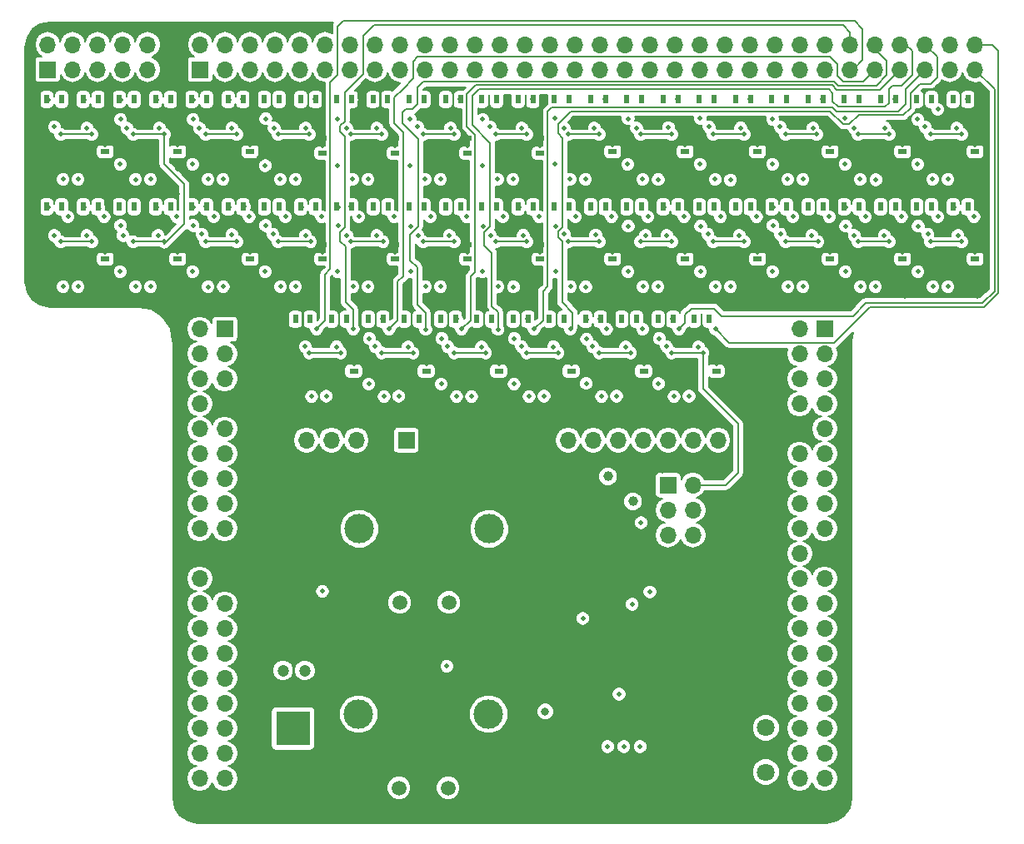
<source format=gbr>
G04 #@! TF.FileFunction,Copper,L4,Bot,Mixed*
%FSLAX46Y46*%
G04 Gerber Fmt 4.6, Leading zero omitted, Abs format (unit mm)*
G04 Created by KiCad (PCBNEW 4.0.7-e2-6376~58~ubuntu17.04.1) date Tue Dec  5 16:04:06 2017*
%MOMM*%
%LPD*%
G01*
G04 APERTURE LIST*
%ADD10C,0.100000*%
%ADD11C,3.000000*%
%ADD12C,1.500000*%
%ADD13C,0.500000*%
%ADD14C,1.800000*%
%ADD15R,0.900000X0.500000*%
%ADD16R,1.700000X1.700000*%
%ADD17O,1.700000X1.700000*%
%ADD18R,3.500000X3.500000*%
%ADD19C,1.000000*%
%ADD20R,0.500000X0.900000*%
%ADD21C,1.200000*%
%ADD22C,0.800000*%
%ADD23C,0.200000*%
G04 APERTURE END LIST*
D10*
D11*
X34465000Y-52053000D03*
D12*
X43565000Y-59553000D03*
X38565000Y-59553000D03*
X41065000Y-59553000D03*
D11*
X47665000Y-52053000D03*
D13*
X26917200Y-56632000D03*
X21075200Y-56632000D03*
X36315200Y-56632000D03*
X38347200Y-56632000D03*
X40379200Y-56632000D03*
X34537200Y-56632000D03*
X32759200Y-56632000D03*
X28695200Y-56632000D03*
X19297200Y-81016000D03*
X21329200Y-81016000D03*
X23107200Y-81016000D03*
X30727200Y-81016000D03*
X28949200Y-81016000D03*
X26917200Y-81016000D03*
X24885200Y-81016000D03*
X34537200Y-81016000D03*
X32505200Y-81016000D03*
X62985200Y-81016000D03*
X65017200Y-81016000D03*
X67049200Y-81016000D03*
X68827200Y-81016000D03*
X76447200Y-81016000D03*
X74669200Y-81016000D03*
X72637200Y-81016000D03*
X70605200Y-81016000D03*
X55365200Y-81016000D03*
X57397200Y-81016000D03*
X59429200Y-81016000D03*
X61207200Y-81016000D03*
X53587200Y-81016000D03*
X51809200Y-81016000D03*
X49777200Y-81016000D03*
X82289200Y-81016000D03*
X80257200Y-81016000D03*
X78225200Y-81016000D03*
X44189200Y-56632000D03*
X45967200Y-56632000D03*
X65017200Y-56632000D03*
X67049200Y-56632000D03*
X68827200Y-56632000D03*
X76447200Y-56632000D03*
X74669200Y-56632000D03*
X72637200Y-56632000D03*
X70605200Y-56632000D03*
X57397200Y-56632000D03*
X59429200Y-56632000D03*
X61207200Y-56632000D03*
X53587200Y-56632000D03*
X51809200Y-56632000D03*
X49777200Y-56632000D03*
X47745200Y-56632000D03*
X57651200Y-46218000D03*
X63493200Y-46218000D03*
X65271200Y-46218000D03*
X76701200Y-46345000D03*
X42411200Y-46218000D03*
X44443200Y-46218000D03*
X46475200Y-46218000D03*
X48253200Y-46218000D03*
X54095200Y-46218000D03*
X52063200Y-46218000D03*
X50031200Y-46218000D03*
X34791200Y-46218000D03*
X36823200Y-46218000D03*
X40633200Y-46218000D03*
X33013200Y-46218000D03*
X29203200Y-46218000D03*
X27171200Y-46218000D03*
X67811200Y-27168000D03*
X67811200Y-28946000D03*
X60191200Y-26914000D03*
X60191200Y-28946000D03*
X52317200Y-28946000D03*
X37585200Y-28946000D03*
X44951200Y-28946000D03*
X30219200Y-28946000D03*
X23615200Y-28946000D03*
X23615200Y-26914000D03*
X16249200Y-28946000D03*
X16249200Y-26914000D03*
X8629200Y-28946000D03*
X8629200Y-26914000D03*
X50920200Y-64379000D03*
X66287200Y-73650000D03*
X66287200Y-74666000D03*
X66287200Y-75682000D03*
X66287200Y-69586000D03*
X66287200Y-68570000D03*
X66287200Y-65522000D03*
X66287200Y-67554000D03*
X66287200Y-66538000D03*
D14*
X75781000Y-72299000D03*
X75781000Y-76799000D03*
X69281000Y-72299000D03*
X69281000Y-76799000D03*
D13*
X51936200Y-76063000D03*
X52952200Y-76063000D03*
X50920200Y-76063000D03*
X53968200Y-76063000D03*
X61080200Y-76063000D03*
X62096200Y-76063000D03*
X60064200Y-76063000D03*
X59048200Y-76063000D03*
X63112200Y-76063000D03*
X64128200Y-76063000D03*
X64128200Y-64379000D03*
X65144200Y-64379000D03*
X63112200Y-64379000D03*
X66160200Y-64379000D03*
X58032200Y-64379000D03*
X59048200Y-64379000D03*
X57016200Y-64379000D03*
X60064200Y-64379000D03*
X62096200Y-64379000D03*
X61080200Y-64379000D03*
X54984200Y-64379000D03*
X56000200Y-64379000D03*
X53968200Y-64379000D03*
X52952200Y-64379000D03*
X51936200Y-64379000D03*
X51047200Y-65522000D03*
X51047200Y-66538000D03*
X51047200Y-69586000D03*
X51047200Y-74666000D03*
X51047200Y-73650000D03*
X51047200Y-70602000D03*
X51047200Y-72634000D03*
X51047200Y-71618000D03*
X74923200Y-26406000D03*
X74923200Y-28692000D03*
X82289200Y-26406000D03*
X82289200Y-28692000D03*
X89909200Y-28438000D03*
X89909200Y-26406000D03*
X97275200Y-28438000D03*
X97275200Y-26406000D03*
X97275200Y-15992000D03*
X97275200Y-17770000D03*
X65271200Y-13477400D03*
X57879800Y-13477400D03*
X89909200Y-15992000D03*
X89909200Y-17770000D03*
X82543200Y-15992000D03*
X82543200Y-17770000D03*
X75177200Y-15992000D03*
X75177200Y-17770000D03*
X67557200Y-16754000D03*
X67557200Y-17770000D03*
X59937200Y-18024000D03*
X59937200Y-16500000D03*
X52825200Y-15992000D03*
X52825200Y-18024000D03*
X45459200Y-15992000D03*
X45459200Y-18024000D03*
X38093200Y-15992000D03*
X38093200Y-18024000D03*
X30727200Y-15992000D03*
X30727200Y-18024000D03*
X23615200Y-15992000D03*
X23615200Y-18024000D03*
X15995200Y-15484000D03*
X15995200Y-18024000D03*
X8629200Y-15992000D03*
X8629200Y-17770000D03*
X7359200Y-17770000D03*
D15*
X8650000Y-13704000D03*
X8650000Y-12204000D03*
X8650000Y-24626000D03*
X8650000Y-23126000D03*
X16016000Y-13704000D03*
X16016000Y-12204000D03*
X16016000Y-24626000D03*
X16016000Y-23126000D03*
X23361200Y-13694000D03*
X23361200Y-12194000D03*
X23382000Y-24626000D03*
X23382000Y-23126000D03*
X30748000Y-13831000D03*
X30748000Y-12331000D03*
X30748000Y-24626000D03*
X30748000Y-23126000D03*
X38114000Y-13831000D03*
X38114000Y-12331000D03*
X38114000Y-24626000D03*
X38114000Y-23126000D03*
X45480000Y-13831000D03*
X45480000Y-12331000D03*
X45480000Y-24626000D03*
X45480000Y-23126000D03*
X52846000Y-13831000D03*
X52846000Y-12331000D03*
X52846000Y-24626000D03*
X52846000Y-23126000D03*
X60212000Y-13704000D03*
X60212000Y-12204000D03*
X60212000Y-24626000D03*
X60212000Y-23126000D03*
X70727600Y-36005200D03*
X70727600Y-34505200D03*
X63361600Y-36005200D03*
X63361600Y-34505200D03*
X55995600Y-36005200D03*
X55995600Y-34505200D03*
X48629600Y-36005200D03*
X48629600Y-34505200D03*
X41263600Y-36005200D03*
X41263600Y-34505200D03*
X33897600Y-36005200D03*
X33897600Y-34505200D03*
X97042000Y-24626000D03*
X97042000Y-23126000D03*
X97042000Y-13704000D03*
X97042000Y-12204000D03*
X89676000Y-24626000D03*
X89676000Y-23126000D03*
X89676000Y-13704000D03*
X89676000Y-12204000D03*
X82310000Y-24626000D03*
X82310000Y-23126000D03*
X82310000Y-13704000D03*
X82310000Y-12204000D03*
X74944000Y-24626000D03*
X74944000Y-23126000D03*
X74923200Y-13694000D03*
X74923200Y-12194000D03*
X67578000Y-24626000D03*
X67578000Y-23126000D03*
X67578000Y-13704000D03*
X67578000Y-12204000D03*
D16*
X18302000Y-5334000D03*
D17*
X18302000Y-2794000D03*
X20842000Y-5334000D03*
X20842000Y-2794000D03*
X23382000Y-5334000D03*
X23382000Y-2794000D03*
X25922000Y-5334000D03*
X25922000Y-2794000D03*
X28462000Y-5334000D03*
X28462000Y-2794000D03*
X31002000Y-5334000D03*
X31002000Y-2794000D03*
X33542000Y-5334000D03*
X33542000Y-2794000D03*
X36082000Y-5334000D03*
X36082000Y-2794000D03*
X38622000Y-5334000D03*
X38622000Y-2794000D03*
X41162000Y-5334000D03*
X41162000Y-2794000D03*
X43702000Y-5334000D03*
X43702000Y-2794000D03*
X46242000Y-5334000D03*
X46242000Y-2794000D03*
X48782000Y-5334000D03*
X48782000Y-2794000D03*
X51322000Y-5334000D03*
X51322000Y-2794000D03*
X53862000Y-5334000D03*
X53862000Y-2794000D03*
X56402000Y-5334000D03*
X56402000Y-2794000D03*
X58942000Y-5334000D03*
X58942000Y-2794000D03*
X61482000Y-5334000D03*
X61482000Y-2794000D03*
X64022000Y-5334000D03*
X64022000Y-2794000D03*
X66562000Y-5334000D03*
X66562000Y-2794000D03*
X69102000Y-5334000D03*
X69102000Y-2794000D03*
X71642000Y-5334000D03*
X71642000Y-2794000D03*
X74182000Y-5334000D03*
X74182000Y-2794000D03*
X76722000Y-5334000D03*
X76722000Y-2794000D03*
X79262000Y-5334000D03*
X79262000Y-2794000D03*
X81802000Y-5334000D03*
X81802000Y-2794000D03*
X84342000Y-5334000D03*
X84342000Y-2794000D03*
X86882000Y-5334000D03*
X86882000Y-2794000D03*
X89422000Y-5334000D03*
X89422000Y-2794000D03*
X91962000Y-5334000D03*
X91962000Y-2794000D03*
X94502000Y-5334000D03*
X94502000Y-2794000D03*
X97042000Y-5334000D03*
X97042000Y-2794000D03*
D16*
X65830000Y-47615000D03*
D17*
X68370000Y-47615000D03*
X65830000Y-50155000D03*
X68370000Y-50155000D03*
X65830000Y-52695000D03*
X68370000Y-52695000D03*
D16*
X39236200Y-43043000D03*
D17*
X36696200Y-43043000D03*
X34156200Y-43043000D03*
X31616200Y-43043000D03*
X29076200Y-43043000D03*
D16*
X2808000Y-5334000D03*
D17*
X2808000Y-2794000D03*
X5348000Y-5334000D03*
X5348000Y-2794000D03*
X7888000Y-5334000D03*
X7888000Y-2794000D03*
X10428000Y-5334000D03*
X10428000Y-2794000D03*
X12968000Y-5334000D03*
X12968000Y-2794000D03*
D16*
X20790000Y-31740000D03*
D17*
X18250000Y-31740000D03*
X20790000Y-34280000D03*
X18250000Y-34280000D03*
X20790000Y-36820000D03*
X18250000Y-36820000D03*
X20790000Y-39360000D03*
X18250000Y-39360000D03*
X20790000Y-41900000D03*
X18250000Y-41900000D03*
X20790000Y-44440000D03*
X18250000Y-44440000D03*
X20790000Y-46980000D03*
X18250000Y-46980000D03*
X20790000Y-49520000D03*
X18250000Y-49520000D03*
X20790000Y-52060000D03*
X18250000Y-52060000D03*
X20790000Y-54600000D03*
X18250000Y-54600000D03*
X20790000Y-57140000D03*
X18250000Y-57140000D03*
X20790000Y-59680000D03*
X18250000Y-59680000D03*
X20790000Y-62220000D03*
X18250000Y-62220000D03*
X20790000Y-64760000D03*
X18250000Y-64760000D03*
X20790000Y-67300000D03*
X18250000Y-67300000D03*
X20790000Y-69840000D03*
X18250000Y-69840000D03*
X20790000Y-72380000D03*
X18250000Y-72380000D03*
X20790000Y-74920000D03*
X18250000Y-74920000D03*
X20790000Y-77460000D03*
X18250000Y-77460000D03*
D16*
X81750000Y-31740000D03*
D17*
X79210000Y-31740000D03*
X81750000Y-34280000D03*
X79210000Y-34280000D03*
X81750000Y-36820000D03*
X79210000Y-36820000D03*
X81750000Y-39360000D03*
X79210000Y-39360000D03*
X81750000Y-41900000D03*
X79210000Y-41900000D03*
X81750000Y-44440000D03*
X79210000Y-44440000D03*
X81750000Y-46980000D03*
X79210000Y-46980000D03*
X81750000Y-49520000D03*
X79210000Y-49520000D03*
X81750000Y-52060000D03*
X79210000Y-52060000D03*
X81750000Y-54600000D03*
X79210000Y-54600000D03*
X81750000Y-57140000D03*
X79210000Y-57140000D03*
X81750000Y-59680000D03*
X79210000Y-59680000D03*
X81750000Y-62220000D03*
X79210000Y-62220000D03*
X81750000Y-64760000D03*
X79210000Y-64760000D03*
X81750000Y-67300000D03*
X79210000Y-67300000D03*
X81750000Y-69840000D03*
X79210000Y-69840000D03*
X81750000Y-72380000D03*
X79210000Y-72380000D03*
X81750000Y-74920000D03*
X79210000Y-74920000D03*
X81750000Y-77460000D03*
X79210000Y-77460000D03*
D11*
X34400000Y-70900000D03*
D12*
X43500000Y-78400000D03*
X38500000Y-78400000D03*
X41000000Y-78400000D03*
D11*
X47600000Y-70900000D03*
D16*
X53130000Y-43043000D03*
D17*
X55670000Y-43043000D03*
X58210000Y-43043000D03*
X60750000Y-43043000D03*
X63290000Y-43043000D03*
X65830000Y-43043000D03*
X68370000Y-43043000D03*
X70910000Y-43043000D03*
D18*
X27730000Y-72380000D03*
X27730000Y-78380000D03*
X32430000Y-75380000D03*
D19*
X62274000Y-49266000D03*
X57194000Y-49266000D03*
X59734000Y-46726000D03*
D20*
X6406000Y-8372000D03*
X7906000Y-8372000D03*
X4223000Y-8372000D03*
X2723000Y-8372000D03*
X6406000Y-19294000D03*
X7906000Y-19294000D03*
X4223000Y-19294000D03*
X2723000Y-19294000D03*
X13772000Y-8372000D03*
X15272000Y-8372000D03*
X11589000Y-8372000D03*
X10089000Y-8372000D03*
X13772000Y-19294000D03*
X15272000Y-19294000D03*
X11589000Y-19294000D03*
X10089000Y-19294000D03*
X21138000Y-8372000D03*
X22638000Y-8372000D03*
X18955000Y-8372000D03*
X17455000Y-8372000D03*
X21138000Y-19294000D03*
X22638000Y-19294000D03*
X18955000Y-19294000D03*
X17455000Y-19294000D03*
X28504000Y-8372000D03*
X30004000Y-8372000D03*
X26321000Y-8372000D03*
X24821000Y-8372000D03*
X28504000Y-19294000D03*
X30004000Y-19294000D03*
X26321000Y-19294000D03*
X24821000Y-19294000D03*
X35844600Y-8372000D03*
X37344600Y-8372000D03*
X33661600Y-8372000D03*
X32161600Y-8372000D03*
X35870000Y-19294000D03*
X37370000Y-19294000D03*
X33687000Y-19294000D03*
X32187000Y-19294000D03*
X43236000Y-8372000D03*
X44736000Y-8372000D03*
X41053000Y-8372000D03*
X39553000Y-8372000D03*
X43236000Y-19294000D03*
X44736000Y-19294000D03*
X41053000Y-19294000D03*
X39553000Y-19294000D03*
X50602000Y-8372000D03*
X52102000Y-8372000D03*
X48419000Y-8372000D03*
X46919000Y-8372000D03*
X50602000Y-19294000D03*
X52102000Y-19294000D03*
X48419000Y-19294000D03*
X46919000Y-19294000D03*
X57968000Y-8372000D03*
X59468000Y-8372000D03*
X55785000Y-8372000D03*
X54285000Y-8372000D03*
X57968000Y-19294000D03*
X59468000Y-19294000D03*
X55785000Y-19294000D03*
X54285000Y-19294000D03*
X68509000Y-30724000D03*
X70009000Y-30724000D03*
X66326000Y-30724000D03*
X64826000Y-30724000D03*
X61143000Y-30724000D03*
X62643000Y-30724000D03*
X58960000Y-30724000D03*
X57460000Y-30724000D03*
X53777000Y-30724000D03*
X55277000Y-30724000D03*
X51594000Y-30724000D03*
X50094000Y-30724000D03*
X46411000Y-30724000D03*
X47911000Y-30724000D03*
X44228000Y-30724000D03*
X42728000Y-30724000D03*
X39045000Y-30724000D03*
X40545000Y-30724000D03*
X36862000Y-30724000D03*
X35362000Y-30724000D03*
X31653600Y-30724000D03*
X33153600Y-30724000D03*
X29470600Y-30724000D03*
X27970600Y-30724000D03*
X94798000Y-19294000D03*
X96298000Y-19294000D03*
X92615000Y-19294000D03*
X91115000Y-19294000D03*
X94798000Y-8372000D03*
X96298000Y-8372000D03*
X92615000Y-8372000D03*
X91115000Y-8372000D03*
X87432000Y-19294000D03*
X88932000Y-19294000D03*
X85249000Y-19294000D03*
X83749000Y-19294000D03*
X87432000Y-8372000D03*
X88932000Y-8372000D03*
X85249000Y-8372000D03*
X83749000Y-8372000D03*
X80066000Y-19294000D03*
X81566000Y-19294000D03*
X77883000Y-19294000D03*
X76383000Y-19294000D03*
X80066000Y-8372000D03*
X81566000Y-8372000D03*
X77883000Y-8372000D03*
X76383000Y-8372000D03*
X72700000Y-19294000D03*
X74200000Y-19294000D03*
X70517000Y-19294000D03*
X69017000Y-19294000D03*
X72700000Y-8372000D03*
X74200000Y-8372000D03*
X70517000Y-8372000D03*
X69017000Y-8372000D03*
X65334000Y-19294000D03*
X66834000Y-19294000D03*
X63151000Y-19294000D03*
X61651000Y-19294000D03*
X65334000Y-8372000D03*
X66834000Y-8372000D03*
X63151000Y-8372000D03*
X61651000Y-8372000D03*
D13*
X2787200Y-17770000D03*
X61540000Y-70950000D03*
X61540000Y-71850000D03*
X60212000Y-12966000D03*
X52846000Y-13093000D03*
X35643000Y-23934000D03*
X94571000Y-23934000D03*
X87205000Y-23934000D03*
X79839000Y-23934000D03*
X72473000Y-23934000D03*
X65107000Y-23934000D03*
X57741000Y-23934000D03*
X50375000Y-23934000D03*
X43009000Y-23934000D03*
X28277000Y-23934000D03*
X20011000Y-23934000D03*
X13545000Y-23934000D03*
X68256600Y-35313200D03*
X60890600Y-35313200D03*
X53524600Y-35313200D03*
X31413000Y-35296000D03*
X38792600Y-35313200D03*
X46158600Y-35313200D03*
X5279000Y-23934000D03*
X94571000Y-13012000D03*
X87205000Y-13912000D03*
X79839000Y-13912000D03*
X72473000Y-13912000D03*
X50375000Y-14039000D03*
X43009000Y-14039000D03*
X35643000Y-14039000D03*
X28277000Y-14039000D03*
X20911000Y-13912000D03*
X13545000Y-13012000D03*
X6179000Y-13012000D03*
X88359800Y-15585600D03*
X91230000Y-18012000D03*
X95802000Y-18012000D03*
X60640000Y-71850000D03*
X60640000Y-70950000D03*
X97042000Y-12966000D03*
X89676000Y-12966000D03*
X82310000Y-12966000D03*
X74923200Y-12956000D03*
X67578000Y-12966000D03*
X45480000Y-13093000D03*
X38114000Y-13093000D03*
X30748000Y-13093000D03*
X23361200Y-12956000D03*
X16016000Y-12966000D03*
X8650000Y-12966000D03*
X97042000Y-23888000D03*
X89676000Y-23888000D03*
X82310000Y-23888000D03*
X74944000Y-23888000D03*
X67578000Y-23888000D03*
X60212000Y-23888000D03*
X52846000Y-23888000D03*
X45480000Y-23888000D03*
X38114000Y-23888000D03*
X30748000Y-23888000D03*
X23382000Y-23888000D03*
X16016000Y-23888000D03*
X8650000Y-23888000D03*
X70727600Y-35267200D03*
X63361600Y-35267200D03*
X55995600Y-35267200D03*
X48629600Y-35267200D03*
X41263600Y-35267200D03*
X33897600Y-35267200D03*
X32627600Y-40069200D03*
X28055600Y-40069200D03*
X39993600Y-40069200D03*
X35421600Y-40069200D03*
X47359600Y-40069200D03*
X42787600Y-40069200D03*
X54725600Y-40069200D03*
X50153600Y-40069200D03*
X69457600Y-40069200D03*
X64885600Y-40069200D03*
X57519600Y-40069200D03*
X62091600Y-40069200D03*
X17540000Y-13474000D03*
X2808000Y-28944000D03*
X2808000Y-24396000D03*
X10174000Y-24396000D03*
X10174000Y-13474000D03*
X2808000Y-13474000D03*
X60191200Y-24628000D03*
X67557200Y-24628000D03*
X60851600Y-68874800D03*
D21*
X28936500Y-66474500D03*
X26714000Y-66474500D03*
D13*
X15995200Y-24628000D03*
X59693000Y-74206000D03*
X61344000Y-74206000D03*
X62995000Y-74206000D03*
X63264600Y-36007200D03*
X70783000Y-36058000D03*
X55924000Y-36058000D03*
X48558000Y-36058000D03*
X41192000Y-36058000D03*
X33826000Y-36058000D03*
X97046600Y-24628000D03*
X89706000Y-24628000D03*
X82340000Y-24628000D03*
X97072000Y-13706000D03*
X89579000Y-13706000D03*
X82340000Y-13706000D03*
X74923200Y-13706000D03*
X74974000Y-24628000D03*
X67608000Y-13706000D03*
X60242000Y-13706000D03*
X52749000Y-24628000D03*
X52876000Y-13833000D03*
X23361200Y-13694000D03*
X45480000Y-13831000D03*
X38114000Y-13831000D03*
X30748000Y-13831000D03*
X45480000Y-24626000D03*
X38114000Y-24626000D03*
X30748000Y-24626000D03*
X23382000Y-24626000D03*
X16046000Y-13706000D03*
X8553000Y-24628000D03*
X8680000Y-13706000D03*
D22*
X53362000Y-70638000D03*
D13*
X43351000Y-66030000D03*
X8537000Y-20310000D03*
X4854000Y-20310000D03*
X15903000Y-20310000D03*
X23269000Y-20310000D03*
X19678200Y-20310000D03*
X30635000Y-20310000D03*
X26952000Y-20310000D03*
X38001000Y-20310000D03*
X34410200Y-20310000D03*
X45367000Y-20310000D03*
X41684000Y-20310000D03*
X52733000Y-20310000D03*
X49050000Y-20310000D03*
X60099000Y-20310000D03*
X56416000Y-20310000D03*
X63782000Y-20310000D03*
X67455600Y-20310000D03*
X71164000Y-20310000D03*
X74831000Y-20310000D03*
X78514000Y-20310000D03*
X82213000Y-20310000D03*
X85880000Y-20310000D03*
X89563000Y-20310000D03*
X93246000Y-9388000D03*
X93246000Y-20310000D03*
X96929000Y-20310000D03*
X30127000Y-31740000D03*
X33851400Y-31740000D03*
X37493000Y-31740000D03*
X41217400Y-31765400D03*
X44859000Y-31740000D03*
X48558000Y-31765400D03*
X52225000Y-31740000D03*
X55908000Y-31740000D03*
X59591000Y-31740000D03*
X63264600Y-31740000D03*
X66957000Y-31740000D03*
X97042000Y-5334000D03*
X70640000Y-31740000D03*
X69386000Y-34153000D03*
X66211000Y-34153000D03*
X62020000Y-34153000D03*
X58845000Y-34153000D03*
X54654000Y-34153000D03*
X51479000Y-34153000D03*
X47288000Y-34153000D03*
X44113000Y-34153000D03*
X39922000Y-34153000D03*
X36747000Y-34153000D03*
X95675000Y-11928000D03*
X92500000Y-11928000D03*
X88309000Y-11928000D03*
X85134000Y-11928000D03*
X80943000Y-11928000D03*
X77768000Y-11928000D03*
X73577000Y-11928000D03*
X70402000Y-11928000D03*
X66211000Y-11928000D03*
X63036000Y-11928000D03*
X58845000Y-11928000D03*
X55670000Y-11928000D03*
X51479000Y-11928000D03*
X48304000Y-11928000D03*
X44113000Y-11928000D03*
X40938000Y-11928000D03*
X36747000Y-11928000D03*
X33572000Y-11928000D03*
X29381000Y-11928000D03*
X26206000Y-11928000D03*
X22015000Y-11928000D03*
X18840000Y-11928000D03*
X14649000Y-11928000D03*
X11474000Y-11928000D03*
X7283000Y-11928000D03*
X4108000Y-11928000D03*
X95675000Y-22850000D03*
X92500000Y-22850000D03*
X88309000Y-22850000D03*
X85134000Y-22850000D03*
X81070000Y-22850000D03*
X77768000Y-22850000D03*
X73577000Y-22850000D03*
X70402000Y-22850000D03*
X66211000Y-22850000D03*
X63036000Y-22850000D03*
X58845000Y-22850000D03*
X55670000Y-22850000D03*
X51479000Y-22850000D03*
X48304000Y-22850000D03*
X44113000Y-22850000D03*
X40938000Y-22850000D03*
X36874000Y-22850000D03*
X33572000Y-22850000D03*
X29508000Y-22850000D03*
X26206000Y-22850000D03*
X22015000Y-22850000D03*
X18840000Y-22850000D03*
X14649000Y-22850000D03*
X11474000Y-22850000D03*
X4108000Y-22850000D03*
X7283000Y-22850000D03*
X29381000Y-34153000D03*
X32556000Y-34153000D03*
X63988500Y-58473500D03*
X62197800Y-59730800D03*
X63099500Y-51425000D03*
X30714500Y-58410000D03*
X57181300Y-61165900D03*
X6537000Y-8438000D03*
X2854000Y-8438000D03*
X6537000Y-19360000D03*
X2854000Y-19360000D03*
X13903000Y-8438000D03*
X10220000Y-8438000D03*
X10174000Y-14974000D03*
X10204000Y-10404000D03*
X13903000Y-19360000D03*
X10089000Y-19294000D03*
X10174000Y-25896000D03*
X10204000Y-21199000D03*
X21269000Y-8438000D03*
X17586000Y-8438000D03*
X17540000Y-14974000D03*
X17570000Y-10404000D03*
X21269000Y-19360000D03*
X17586000Y-19360000D03*
X17540000Y-25896000D03*
X17570000Y-21199000D03*
X28504000Y-8372000D03*
X24821000Y-8372000D03*
X24952000Y-10338000D03*
X24910600Y-15103000D03*
X28635000Y-19360000D03*
X24821000Y-19294000D03*
X24906000Y-25896000D03*
X24936000Y-21199000D03*
X35844600Y-8372000D03*
X32161600Y-8372000D03*
X32272000Y-15101000D03*
X32276600Y-10404000D03*
X35870000Y-19294000D03*
X32318000Y-19360000D03*
X32272000Y-25896000D03*
X32302000Y-21199000D03*
X43236000Y-8372000D03*
X39553000Y-8372000D03*
X39638000Y-15101000D03*
X39642600Y-10404000D03*
X43236000Y-19294000D03*
X39553000Y-19294000D03*
X39684000Y-21260000D03*
X39668000Y-25898000D03*
X50602000Y-8372000D03*
X46919000Y-8372000D03*
X47004000Y-15101000D03*
X47008600Y-10404000D03*
X5886000Y-16500000D03*
X6775000Y-11293000D03*
X4362000Y-16500000D03*
X3473000Y-11166000D03*
X5886000Y-27422000D03*
X6775000Y-22215000D03*
X4362000Y-27422000D03*
X3473000Y-22215000D03*
X13252000Y-16500000D03*
X14141000Y-11293000D03*
X11728000Y-16512000D03*
X10839000Y-11293000D03*
X13252000Y-27422000D03*
X14014000Y-22215000D03*
X10458000Y-22215000D03*
X11728000Y-27422000D03*
X20618000Y-16500000D03*
X21507000Y-11293000D03*
X18205000Y-11293000D03*
X19094000Y-16500000D03*
X20643400Y-27422000D03*
X21507000Y-22138800D03*
X19094000Y-27434000D03*
X18459000Y-22088000D03*
X27984000Y-16500000D03*
X29000000Y-11293000D03*
X26434600Y-16500000D03*
X25799600Y-11293000D03*
X29000000Y-22215000D03*
X27984000Y-27422000D03*
X25698000Y-22088000D03*
X26460000Y-27422000D03*
X35350000Y-16500000D03*
X36239000Y-11293000D03*
X33800600Y-16500000D03*
X33165600Y-11293000D03*
X35350000Y-27422000D03*
X36239000Y-22215000D03*
X33191000Y-22215000D03*
X33826000Y-27422000D03*
X42716000Y-16500000D03*
X43732000Y-11293000D03*
X41166600Y-16500000D03*
X40404600Y-11166000D03*
X42716000Y-27422000D03*
X43605000Y-22215000D03*
X40430000Y-22215000D03*
X41192000Y-27422000D03*
X50082000Y-16500000D03*
X50971000Y-11293000D03*
X48532600Y-16500000D03*
X47770600Y-11166000D03*
X50132800Y-27447400D03*
X51123400Y-22189600D03*
X48558000Y-27422000D03*
X47796000Y-22215000D03*
X58337000Y-11293000D03*
X57448000Y-16500000D03*
X55898600Y-16500000D03*
X55263600Y-11293000D03*
X58489400Y-22164200D03*
X57473400Y-27447400D03*
X55924000Y-27422000D03*
X55289000Y-22088000D03*
X68928800Y-33568800D03*
X67963600Y-38572600D03*
X66439600Y-38598000D03*
X65677600Y-33518000D03*
X61537400Y-33568800D03*
X60597600Y-38572600D03*
X59073600Y-38598000D03*
X58184600Y-33518000D03*
X54196800Y-33543400D03*
X53231600Y-38572600D03*
X51707600Y-38598000D03*
X50945600Y-33518000D03*
X46881600Y-33568800D03*
X45865600Y-38598000D03*
X44341600Y-38598000D03*
X43452600Y-33518000D03*
X38474200Y-38572600D03*
X39414000Y-33568800D03*
X36086600Y-33518000D03*
X36975600Y-38598000D03*
X32149600Y-33543400D03*
X31108200Y-38572600D03*
X29609600Y-38598000D03*
X28974600Y-33518000D03*
X95294000Y-22215000D03*
X94278000Y-27422000D03*
X92246000Y-22088000D03*
X92754000Y-27422000D03*
X94278000Y-16500000D03*
X95167000Y-11293000D03*
X91966600Y-11166000D03*
X92728600Y-16500000D03*
X86912000Y-27422000D03*
X87801000Y-22215000D03*
X84753000Y-22215000D03*
X85388000Y-27422000D03*
X86962800Y-16550800D03*
X87877200Y-11267600D03*
X85362600Y-16500000D03*
X84727600Y-11293000D03*
X79546000Y-27422000D03*
X80435000Y-22215000D03*
X77260000Y-22088000D03*
X78022000Y-27422000D03*
X80562000Y-11293000D03*
X79546000Y-16500000D03*
X77996600Y-16500000D03*
X77234600Y-11166000D03*
X72180000Y-27422000D03*
X73069000Y-22215000D03*
X70656000Y-27422000D03*
X69894000Y-22088000D03*
X73221400Y-11267600D03*
X72180000Y-16576200D03*
X70630600Y-16500000D03*
X69995600Y-11166000D03*
X64814000Y-27422000D03*
X65703000Y-22215000D03*
X63544000Y-22215000D03*
X63290000Y-27422000D03*
X65880800Y-11242200D03*
X64839400Y-16525400D03*
X62629600Y-11293000D03*
X63264600Y-16500000D03*
X50733000Y-19360000D03*
X46919000Y-19294000D03*
X47050000Y-21260000D03*
X47008600Y-25898000D03*
X57968000Y-8372000D03*
X54285000Y-8372000D03*
X54370000Y-14974000D03*
X54374600Y-10277000D03*
X57968000Y-19294000D03*
X54285000Y-19294000D03*
X54416000Y-21260000D03*
X54400000Y-25898000D03*
X65334000Y-8372000D03*
X61651000Y-8372000D03*
X65465000Y-19360000D03*
X61651000Y-19294000D03*
X72700000Y-8372000D03*
X69017000Y-8372000D03*
X72700000Y-19294000D03*
X69017000Y-19294000D03*
X80066000Y-8372000D03*
X76383000Y-8372000D03*
X80066000Y-19294000D03*
X76514000Y-19360000D03*
X87432000Y-8372000D03*
X83749000Y-8372000D03*
X87432000Y-19294000D03*
X83880000Y-19360000D03*
X94798000Y-8372000D03*
X91115000Y-8372000D03*
X94929000Y-19360000D03*
X91115000Y-19294000D03*
X31653600Y-30724000D03*
X27970600Y-30724000D03*
X39045000Y-30724000D03*
X35362000Y-30724000D03*
X46411000Y-30724000D03*
X42728000Y-30724000D03*
X53777000Y-30724000D03*
X50094000Y-30724000D03*
X61143000Y-30724000D03*
X57591000Y-30790000D03*
X68509000Y-30724000D03*
X64826000Y-30724000D03*
X7918000Y-8372000D03*
X4235000Y-8372000D03*
X7918000Y-19294000D03*
X4235000Y-19294000D03*
X15284000Y-8372000D03*
X11601000Y-8372000D03*
X15284000Y-19294000D03*
X11601000Y-19294000D03*
X22624600Y-8372000D03*
X18967000Y-8372000D03*
X22777000Y-19294000D03*
X18840000Y-19294000D03*
X29990600Y-8372000D03*
X26307600Y-8372000D03*
X30016000Y-19294000D03*
X26333000Y-19294000D03*
X37356600Y-8372000D03*
X33673600Y-8372000D03*
X37382000Y-19294000D03*
X33572000Y-19294000D03*
X44722600Y-8372000D03*
X41039600Y-8372000D03*
X44748000Y-19294000D03*
X41065000Y-19294000D03*
X52088600Y-8372000D03*
X48405600Y-8372000D03*
X52114000Y-19294000D03*
X48431000Y-19294000D03*
X59454600Y-8372000D03*
X55771600Y-8372000D03*
X59480000Y-19294000D03*
X55797000Y-19294000D03*
X69995600Y-30724000D03*
X66312600Y-30724000D03*
X62629600Y-30724000D03*
X58946600Y-30724000D03*
X55263600Y-30724000D03*
X51580600Y-30724000D03*
X47897600Y-30724000D03*
X44341600Y-30724000D03*
X40531600Y-30724000D03*
X36848600Y-30724000D03*
X33165600Y-30724000D03*
X29482600Y-30724000D03*
X96310000Y-19294000D03*
X92627000Y-19294000D03*
X96284600Y-8372000D03*
X92601600Y-8372000D03*
X88944000Y-19294000D03*
X85261000Y-19294000D03*
X88918600Y-8372000D03*
X85235600Y-8372000D03*
X81578000Y-19294000D03*
X77895000Y-19294000D03*
X81552600Y-8372000D03*
X77869600Y-8372000D03*
X74212000Y-19294000D03*
X70529000Y-19294000D03*
X74186600Y-8372000D03*
X70503600Y-8372000D03*
X66846000Y-19294000D03*
X63163000Y-19294000D03*
X66820600Y-8372000D03*
X63137600Y-8372000D03*
X61782000Y-10338000D03*
X61740600Y-14976000D03*
X61782000Y-21260000D03*
X61766000Y-25898000D03*
X69102000Y-14974000D03*
X69106600Y-10277000D03*
X69148000Y-21260000D03*
X69132000Y-25898000D03*
X76468000Y-14974000D03*
X76472600Y-10404000D03*
X76468000Y-25896000D03*
X76498000Y-21199000D03*
X83834000Y-14974000D03*
X83838600Y-10277000D03*
X83880000Y-21260000D03*
X83864000Y-25898000D03*
X91200000Y-14974000D03*
X91204600Y-10404000D03*
X91246000Y-21260000D03*
X91230000Y-25898000D03*
X35493000Y-32690000D03*
X35426200Y-37328000D03*
X42859000Y-32690000D03*
X42792200Y-37328000D03*
X50225000Y-32690000D03*
X50183600Y-37328000D03*
X57519600Y-37275200D03*
X57549600Y-32756000D03*
X64957000Y-32690000D03*
X64864800Y-37302600D03*
D23*
X60191200Y-12944000D02*
X60191200Y-12945200D01*
X60191200Y-12945200D02*
X60212000Y-12966000D01*
X52825200Y-13198000D02*
X52825200Y-13113800D01*
X52825200Y-13113800D02*
X52846000Y-13093000D01*
X35604000Y-23993000D02*
X35604000Y-23973000D01*
X35604000Y-23973000D02*
X35643000Y-23934000D01*
X94582800Y-23942200D02*
X94579200Y-23942200D01*
X94579200Y-23942200D02*
X94571000Y-23934000D01*
X87191400Y-23942200D02*
X87196800Y-23942200D01*
X87196800Y-23942200D02*
X87205000Y-23934000D01*
X79850800Y-23942200D02*
X79847200Y-23942200D01*
X79847200Y-23942200D02*
X79839000Y-23934000D01*
X72332400Y-24018400D02*
X72388600Y-24018400D01*
X72388600Y-24018400D02*
X72473000Y-23934000D01*
X65093400Y-23866000D02*
X65093400Y-23920400D01*
X65093400Y-23920400D02*
X65107000Y-23934000D01*
X57752800Y-23866000D02*
X57752800Y-23922200D01*
X57752800Y-23922200D02*
X57741000Y-23934000D01*
X50412200Y-23891400D02*
X50412200Y-23896800D01*
X50412200Y-23896800D02*
X50375000Y-23934000D01*
X42893800Y-23967600D02*
X42975400Y-23967600D01*
X42975400Y-23967600D02*
X43009000Y-23934000D01*
X28314200Y-23916800D02*
X28294200Y-23916800D01*
X28294200Y-23916800D02*
X28277000Y-23934000D01*
X20084600Y-23993000D02*
X20070000Y-23993000D01*
X20070000Y-23993000D02*
X20011000Y-23934000D01*
X13429800Y-24018400D02*
X13460600Y-24018400D01*
X13460600Y-24018400D02*
X13545000Y-23934000D01*
X68243000Y-35448400D02*
X68243000Y-35326800D01*
X68243000Y-35326800D02*
X68256600Y-35313200D01*
X60851600Y-35296000D02*
X60873400Y-35296000D01*
X60873400Y-35296000D02*
X60890600Y-35313200D01*
X53536400Y-35397600D02*
X53536400Y-35325000D01*
X53536400Y-35325000D02*
X53524600Y-35313200D01*
X38779000Y-35296000D02*
X38779000Y-35326800D01*
X38779000Y-35326800D02*
X38792600Y-35313200D01*
X46195800Y-35270600D02*
X46195800Y-35276000D01*
X46195800Y-35276000D02*
X46158600Y-35313200D01*
X5301800Y-23942200D02*
X5287200Y-23942200D01*
X5287200Y-23942200D02*
X5279000Y-23934000D01*
X94633600Y-13020200D02*
X94579200Y-13020200D01*
X94579200Y-13020200D02*
X94571000Y-13012000D01*
X87216800Y-13909200D02*
X87207800Y-13909200D01*
X87207800Y-13909200D02*
X87205000Y-13912000D01*
X79927000Y-13858400D02*
X79892600Y-13858400D01*
X79892600Y-13858400D02*
X79839000Y-13912000D01*
X72434000Y-13883800D02*
X72444800Y-13883800D01*
X72444800Y-13883800D02*
X72473000Y-13912000D01*
X50361400Y-13985400D02*
X50361400Y-14025400D01*
X50361400Y-14025400D02*
X50375000Y-14039000D01*
X43020800Y-14036200D02*
X43011800Y-14036200D01*
X43011800Y-14036200D02*
X43009000Y-14039000D01*
X35705600Y-14061600D02*
X35665600Y-14061600D01*
X35665600Y-14061600D02*
X35643000Y-14039000D01*
X28365000Y-14163200D02*
X28365000Y-14127000D01*
X28365000Y-14127000D02*
X28277000Y-14039000D01*
X20973600Y-13883800D02*
X20939200Y-13883800D01*
X20939200Y-13883800D02*
X20911000Y-13912000D01*
X13531400Y-12944000D02*
X13531400Y-12998400D01*
X13531400Y-12998400D02*
X13545000Y-13012000D01*
X6140000Y-13045600D02*
X6145400Y-13045600D01*
X6145400Y-13045600D02*
X6179000Y-13012000D01*
X91204600Y-17973200D02*
X91204600Y-17986600D01*
X91204600Y-17986600D02*
X91230000Y-18012000D01*
X95852800Y-18024000D02*
X95814000Y-18024000D01*
X95814000Y-18024000D02*
X95802000Y-18012000D01*
X96945000Y-12944000D02*
X97020000Y-12944000D01*
X97020000Y-12944000D02*
X97042000Y-12966000D01*
X89706000Y-12944000D02*
X89698000Y-12944000D01*
X89698000Y-12944000D02*
X89676000Y-12966000D01*
X82340000Y-12944000D02*
X82332000Y-12944000D01*
X82332000Y-12944000D02*
X82310000Y-12966000D01*
X74974000Y-12944000D02*
X74935200Y-12944000D01*
X74935200Y-12944000D02*
X74923200Y-12956000D01*
X67608000Y-12944000D02*
X67600000Y-12944000D01*
X67600000Y-12944000D02*
X67578000Y-12966000D01*
X45510000Y-13071000D02*
X45502000Y-13071000D01*
X45502000Y-13071000D02*
X45480000Y-13093000D01*
X38144000Y-13198000D02*
X38144000Y-13123000D01*
X38144000Y-13123000D02*
X38114000Y-13093000D01*
X30778000Y-13071000D02*
X30770000Y-13071000D01*
X30770000Y-13071000D02*
X30748000Y-13093000D01*
X23412000Y-12944000D02*
X23373200Y-12944000D01*
X23373200Y-12944000D02*
X23361200Y-12956000D01*
X16046000Y-12944000D02*
X16038000Y-12944000D01*
X16038000Y-12944000D02*
X16016000Y-12966000D01*
X8680000Y-12944000D02*
X8672000Y-12944000D01*
X8672000Y-12944000D02*
X8650000Y-12966000D01*
X97072000Y-23993000D02*
X97072000Y-23918000D01*
X97072000Y-23918000D02*
X97042000Y-23888000D01*
X89706000Y-23866000D02*
X89698000Y-23866000D01*
X89698000Y-23866000D02*
X89676000Y-23888000D01*
X82213000Y-23993000D02*
X82213000Y-23985000D01*
X82213000Y-23985000D02*
X82310000Y-23888000D01*
X74974000Y-23993000D02*
X74974000Y-23918000D01*
X74974000Y-23918000D02*
X74944000Y-23888000D01*
X67735000Y-23866000D02*
X67600000Y-23866000D01*
X67600000Y-23866000D02*
X67578000Y-23888000D01*
X60242000Y-23866000D02*
X60234000Y-23866000D01*
X60234000Y-23866000D02*
X60212000Y-23888000D01*
X52876000Y-23866000D02*
X52868000Y-23866000D01*
X52868000Y-23866000D02*
X52846000Y-23888000D01*
X45637000Y-23866000D02*
X45502000Y-23866000D01*
X45502000Y-23866000D02*
X45480000Y-23888000D01*
X38017000Y-23993000D02*
X38017000Y-23985000D01*
X38017000Y-23985000D02*
X38114000Y-23888000D01*
X30778000Y-23866000D02*
X30770000Y-23866000D01*
X30770000Y-23866000D02*
X30748000Y-23888000D01*
X23285000Y-23993000D02*
X23285000Y-23985000D01*
X23285000Y-23985000D02*
X23382000Y-23888000D01*
X16046000Y-23866000D02*
X16038000Y-23866000D01*
X16038000Y-23866000D02*
X16016000Y-23888000D01*
X8680000Y-23866000D02*
X8672000Y-23866000D01*
X8672000Y-23866000D02*
X8650000Y-23888000D01*
X70656000Y-35296000D02*
X70698800Y-35296000D01*
X70698800Y-35296000D02*
X70727600Y-35267200D01*
X63290000Y-35296000D02*
X63332800Y-35296000D01*
X63332800Y-35296000D02*
X63361600Y-35267200D01*
X55924000Y-35296000D02*
X55966800Y-35296000D01*
X55966800Y-35296000D02*
X55995600Y-35267200D01*
X48685000Y-35296000D02*
X48658400Y-35296000D01*
X48658400Y-35296000D02*
X48629600Y-35267200D01*
X41319000Y-35296000D02*
X41292400Y-35296000D01*
X41292400Y-35296000D02*
X41263600Y-35267200D01*
X33953000Y-35296000D02*
X33926400Y-35296000D01*
X33926400Y-35296000D02*
X33897600Y-35267200D01*
X32556000Y-39995000D02*
X32556000Y-39997600D01*
X32556000Y-39997600D02*
X32627600Y-40069200D01*
X28111000Y-40122000D02*
X28108400Y-40122000D01*
X28108400Y-40122000D02*
X28055600Y-40069200D01*
X39922000Y-40122000D02*
X39940800Y-40122000D01*
X39940800Y-40122000D02*
X39993600Y-40069200D01*
X35350000Y-40122000D02*
X35368800Y-40122000D01*
X35368800Y-40122000D02*
X35421600Y-40069200D01*
X47415000Y-39995000D02*
X47415000Y-40013800D01*
X47415000Y-40013800D02*
X47359600Y-40069200D01*
X42716000Y-39995000D02*
X42716000Y-39997600D01*
X42716000Y-39997600D02*
X42787600Y-40069200D01*
X54781000Y-39995000D02*
X54781000Y-40013800D01*
X54781000Y-40013800D02*
X54725600Y-40069200D01*
X50209000Y-39995000D02*
X50209000Y-40013800D01*
X50209000Y-40013800D02*
X50153600Y-40069200D01*
X69513000Y-40122000D02*
X69510400Y-40122000D01*
X69510400Y-40122000D02*
X69457600Y-40069200D01*
X64941000Y-40122000D02*
X64938400Y-40122000D01*
X64938400Y-40122000D02*
X64885600Y-40069200D01*
X57575000Y-40122000D02*
X57572400Y-40122000D01*
X57572400Y-40122000D02*
X57519600Y-40069200D01*
X62020000Y-40122000D02*
X62038800Y-40122000D01*
X62038800Y-40122000D02*
X62091600Y-40069200D01*
X17562000Y-13452000D02*
X17570000Y-13452000D01*
X17540000Y-13474000D02*
X17562000Y-13452000D01*
X2711000Y-28946000D02*
X2806000Y-28946000D01*
X2806000Y-28946000D02*
X2808000Y-28944000D01*
X2838000Y-24426000D02*
X2838000Y-24501000D01*
X2808000Y-24396000D02*
X2838000Y-24426000D01*
X10196000Y-24374000D02*
X10204000Y-24374000D01*
X10174000Y-24396000D02*
X10196000Y-24374000D01*
X10196000Y-13452000D02*
X10204000Y-13452000D01*
X10174000Y-13474000D02*
X10196000Y-13452000D01*
X60191200Y-24628000D02*
X60193200Y-24626000D01*
X60193200Y-24626000D02*
X60212000Y-24626000D01*
X67557200Y-24628000D02*
X67559200Y-24626000D01*
X67559200Y-24626000D02*
X67578000Y-24626000D01*
X84342000Y-5334000D02*
X84641400Y-5334000D01*
X84641400Y-5334000D02*
X85616600Y-4358800D01*
X85616600Y-4358800D02*
X85616600Y-1209200D01*
X85616600Y-1209200D02*
X84803800Y-396400D01*
X84803800Y-396400D02*
X82060600Y-396400D01*
X30981200Y-30885800D02*
X30127000Y-31740000D01*
X30981200Y-30885800D02*
X30981200Y-26177400D01*
X30981200Y-26177400D02*
X31514600Y-25644000D01*
X31514600Y-25644000D02*
X31514600Y-6619400D01*
X31514600Y-6619400D02*
X32276600Y-5857400D01*
X32276600Y-5857400D02*
X32276600Y-929800D01*
X32276600Y-929800D02*
X32810000Y-396400D01*
X32810000Y-396400D02*
X82060600Y-396400D01*
X32505200Y-11115200D02*
X32505200Y-11064400D01*
X32505200Y-11115200D02*
X32505200Y-11674000D01*
X32505200Y-11674000D02*
X33013200Y-12182000D01*
X33013200Y-12182000D02*
X33013200Y-21402200D01*
X33013200Y-21402200D02*
X32530600Y-21884800D01*
X32530600Y-21884800D02*
X32530600Y-22799200D01*
X32530600Y-22799200D02*
X33064000Y-23332600D01*
X33064000Y-23332600D02*
X33064000Y-28971400D01*
X33064000Y-28971400D02*
X33851400Y-29758800D01*
X33851400Y-29758800D02*
X33851400Y-31740000D01*
X84342000Y-1534800D02*
X84342000Y-2794000D01*
X83635400Y-828200D02*
X84342000Y-1534800D01*
X35959600Y-828200D02*
X83635400Y-828200D01*
X34867400Y-1920400D02*
X35959600Y-828200D01*
X34867400Y-5781200D02*
X34867400Y-1920400D01*
X32987800Y-7660800D02*
X34867400Y-5781200D01*
X32987800Y-10581800D02*
X32987800Y-7660800D01*
X32505200Y-11064400D02*
X32987800Y-10581800D01*
X38906000Y-7279800D02*
X38017000Y-8168800D01*
X37493000Y-31740000D02*
X38372600Y-30860400D01*
X38372600Y-30860400D02*
X38372600Y-26888600D01*
X38372600Y-26888600D02*
X38906000Y-26355200D01*
X38906000Y-7279800D02*
X39947400Y-6238400D01*
X39947400Y-6238400D02*
X39947400Y-4511200D01*
X39947400Y-4511200D02*
X40404600Y-4054000D01*
X40404600Y-4054000D02*
X82263800Y-4054000D01*
X82263800Y-4054000D02*
X83025800Y-4816000D01*
X83025800Y-4816000D02*
X83025800Y-5959000D01*
X83025800Y-5959000D02*
X83610000Y-6543200D01*
X83610000Y-6543200D02*
X85672800Y-6543200D01*
X85672800Y-6543200D02*
X86882000Y-5334000D01*
X38906000Y-11699400D02*
X38906000Y-26355200D01*
X38017000Y-10810400D02*
X38906000Y-11699400D01*
X38017000Y-8168800D02*
X38017000Y-10810400D01*
X86882000Y-2794000D02*
X86882000Y-3262000D01*
X86882000Y-3262000D02*
X88080400Y-4460400D01*
X88080400Y-4460400D02*
X88080400Y-5908200D01*
X88080400Y-5908200D02*
X86988200Y-7000400D01*
X86988200Y-7000400D02*
X83152800Y-7000400D01*
X83152800Y-7000400D02*
X82695600Y-6543200D01*
X82695600Y-6543200D02*
X40938000Y-6543200D01*
X40938000Y-6543200D02*
X40353800Y-7127400D01*
X40353800Y-7127400D02*
X40353800Y-8880000D01*
X40353800Y-8880000D02*
X39871200Y-9362600D01*
X39871200Y-9362600D02*
X39185400Y-9362600D01*
X39185400Y-9362600D02*
X38829800Y-9718200D01*
X38829800Y-9718200D02*
X38829800Y-10785000D01*
X38829800Y-10785000D02*
X40430000Y-12385200D01*
X40430000Y-12385200D02*
X40430000Y-21326000D01*
X40430000Y-21326000D02*
X39642600Y-22113400D01*
X39642600Y-22113400D02*
X39642600Y-24729600D01*
X39642600Y-24729600D02*
X40379200Y-25466200D01*
X40379200Y-25466200D02*
X40379200Y-29225400D01*
X40379200Y-29225400D02*
X41217400Y-30063600D01*
X41217400Y-30063600D02*
X41217400Y-31765400D01*
X46221200Y-25948800D02*
X46221200Y-11953400D01*
X44859000Y-31740000D02*
X45764000Y-30835000D01*
X45764000Y-30835000D02*
X45764000Y-26406000D01*
X45764000Y-26406000D02*
X46221200Y-25948800D01*
X46288398Y-6933202D02*
X82526802Y-6933202D01*
X82526802Y-6933202D02*
X82984002Y-7390402D01*
X82984002Y-7390402D02*
X87365598Y-7390402D01*
X87365598Y-7390402D02*
X89422000Y-5334000D01*
X45408400Y-7813200D02*
X46288398Y-6933202D01*
X45408400Y-8905400D02*
X45408400Y-7813200D01*
X45408400Y-8905400D02*
X45408400Y-8905400D01*
X45408400Y-11140600D02*
X45408400Y-8905400D01*
X46221200Y-11953400D02*
X45408400Y-11140600D01*
X89422000Y-2794000D02*
X89995400Y-2794000D01*
X89995400Y-2794000D02*
X90645800Y-3444400D01*
X47770600Y-18684400D02*
X47770600Y-21326000D01*
X47770600Y-21326000D02*
X47186400Y-21910200D01*
X47186400Y-21910200D02*
X47186400Y-23231000D01*
X47186400Y-23231000D02*
X47948400Y-23993000D01*
X47948400Y-23993000D02*
X47948400Y-29377800D01*
X47948400Y-29377800D02*
X48558000Y-29987400D01*
X48558000Y-29987400D02*
X48558000Y-31765400D01*
X47770600Y-12791600D02*
X47770600Y-18684400D01*
X45941800Y-10962800D02*
X47770600Y-12791600D01*
X45941800Y-8016400D02*
X45941800Y-10962800D01*
X46634996Y-7323204D02*
X45941800Y-8016400D01*
X82154804Y-7323204D02*
X46634996Y-7323204D01*
X82568600Y-7737000D02*
X82154804Y-7323204D01*
X82568600Y-8575200D02*
X82568600Y-7737000D01*
X83127400Y-9134000D02*
X82568600Y-8575200D01*
X87868198Y-9134000D02*
X83127400Y-9134000D01*
X88283600Y-8718598D02*
X87868198Y-9134000D01*
X88283600Y-7330600D02*
X88283600Y-8718598D01*
X88613800Y-7000400D02*
X88283600Y-7330600D01*
X89553600Y-7000400D02*
X88613800Y-7000400D01*
X90645800Y-5908200D02*
X89553600Y-7000400D01*
X90645800Y-3444400D02*
X90645800Y-5908200D01*
X89422000Y-2794000D02*
X89512800Y-2794000D01*
X53612600Y-9946800D02*
X53612600Y-9565800D01*
X89960000Y-7336000D02*
X91962000Y-5334000D01*
X89960000Y-8803800D02*
X89960000Y-7336000D01*
X89198000Y-9565800D02*
X89960000Y-8803800D01*
X82975000Y-9565800D02*
X89198000Y-9565800D01*
X82568600Y-9159400D02*
X82975000Y-9565800D01*
X54019000Y-9159400D02*
X82568600Y-9159400D01*
X53612600Y-9565800D02*
X54019000Y-9159400D01*
X91962000Y-5334000D02*
X91956600Y-5334000D01*
X53612600Y-10708800D02*
X53612600Y-27422000D01*
X53130000Y-27904600D02*
X53612600Y-27422000D01*
X53130000Y-30835000D02*
X53130000Y-27904600D01*
X52225000Y-31740000D02*
X53130000Y-30835000D01*
X53612600Y-10708800D02*
X53612600Y-9946800D01*
X53612600Y-9946800D02*
X53612600Y-9921400D01*
X92017400Y-5389400D02*
X91962000Y-5334000D01*
X93185800Y-4017800D02*
X91962000Y-2794000D01*
X93185800Y-6111400D02*
X93185800Y-4017800D01*
X92525400Y-6771800D02*
X93185800Y-6111400D01*
X91458600Y-6771800D02*
X92525400Y-6771800D01*
X90468000Y-7762400D02*
X91458600Y-6771800D01*
X90468000Y-9261000D02*
X90468000Y-7762400D01*
X89756800Y-9972200D02*
X90468000Y-9261000D01*
X85210200Y-9972200D02*
X89756800Y-9972200D01*
X84270400Y-10912000D02*
X85210200Y-9972200D01*
X83610000Y-10912000D02*
X84270400Y-10912000D01*
X82263800Y-9565800D02*
X83610000Y-10912000D01*
X55974800Y-9565800D02*
X82263800Y-9565800D01*
X54654000Y-10886600D02*
X55974800Y-9565800D01*
X54654000Y-11826400D02*
X54654000Y-10886600D01*
X55136600Y-12309000D02*
X54654000Y-11826400D01*
X55136600Y-21351400D02*
X55136600Y-12309000D01*
X54679400Y-21808600D02*
X55136600Y-21351400D01*
X54679400Y-22392800D02*
X54679400Y-21808600D01*
X55085800Y-22799200D02*
X54679400Y-22392800D01*
X55085800Y-28996800D02*
X55085800Y-22799200D01*
X56152600Y-30063600D02*
X55085800Y-28996800D01*
X56152600Y-31495400D02*
X56152600Y-30063600D01*
X55908000Y-31740000D02*
X56152600Y-31495400D01*
X91962000Y-2794000D02*
X92154400Y-2794000D01*
X93922400Y-5913600D02*
X94502000Y-5334000D01*
X94502000Y-3068000D02*
X94502000Y-2794000D01*
X97042000Y-5334000D02*
X99018798Y-7310798D01*
X99018798Y-27853800D02*
X99018798Y-7310798D01*
X97783200Y-29089398D02*
X99018798Y-27853800D01*
X85930402Y-29089398D02*
X97783200Y-29089398D01*
X84626000Y-30393800D02*
X85930402Y-29089398D01*
X71316400Y-30393800D02*
X84626000Y-30393800D01*
X70554400Y-29631800D02*
X71316400Y-30393800D01*
X68192200Y-29631800D02*
X70554400Y-29631800D01*
X67557200Y-30266800D02*
X68192200Y-29631800D01*
X67557200Y-31139800D02*
X67557200Y-30266800D01*
X67557200Y-31139800D02*
X66957000Y-31740000D01*
X97042000Y-5334000D02*
X97209000Y-5334000D01*
X97042000Y-5334000D02*
X97052000Y-5324000D01*
X97042000Y-2794000D02*
X98783800Y-2794000D01*
X99408800Y-3419000D02*
X98783800Y-2794000D01*
X99408800Y-28031600D02*
X99408800Y-3419000D01*
X97961000Y-29479400D02*
X99408800Y-28031600D01*
X86378600Y-29479400D02*
X97961000Y-29479400D01*
X82721000Y-33137000D02*
X86378600Y-29479400D01*
X72037000Y-33137000D02*
X82721000Y-33137000D01*
X72037000Y-33137000D02*
X70640000Y-31740000D01*
X69386000Y-37836000D02*
X69386000Y-34153000D01*
X72942000Y-41392000D02*
X69386000Y-37836000D01*
X72942000Y-46345000D02*
X72942000Y-41392000D01*
X71672000Y-47615000D02*
X72942000Y-46345000D01*
X67582600Y-34153000D02*
X67798500Y-34153000D01*
X67798500Y-34153000D02*
X69386000Y-34153000D01*
X66211000Y-34153000D02*
X67582600Y-34153000D01*
X58845000Y-34153000D02*
X62020000Y-34153000D01*
X51479000Y-34153000D02*
X54654000Y-34153000D01*
X44113000Y-34153000D02*
X47288000Y-34153000D01*
X36747000Y-34153000D02*
X39922000Y-34153000D01*
X14649000Y-22850000D02*
X14649000Y-23069200D01*
X14649000Y-14976000D02*
X14649000Y-11928000D01*
X16681000Y-17008000D02*
X14649000Y-14976000D01*
X16681000Y-21037200D02*
X16681000Y-17008000D01*
X14649000Y-23069200D02*
X16681000Y-21037200D01*
X68370000Y-47615000D02*
X71672000Y-47615000D01*
X92500000Y-11928000D02*
X95675000Y-11928000D01*
X85134000Y-11928000D02*
X88309000Y-11928000D01*
X77768000Y-11928000D02*
X80943000Y-11928000D01*
X70402000Y-11928000D02*
X73577000Y-11928000D01*
X63036000Y-11928000D02*
X66211000Y-11928000D01*
X55670000Y-11928000D02*
X58845000Y-11928000D01*
X48304000Y-11928000D02*
X51479000Y-11928000D01*
X40938000Y-11928000D02*
X44113000Y-11928000D01*
X33572000Y-11928000D02*
X36747000Y-11928000D01*
X26206000Y-11928000D02*
X29381000Y-11928000D01*
X18840000Y-11928000D02*
X22015000Y-11928000D01*
X11474000Y-11928000D02*
X14649000Y-11928000D01*
X4108000Y-11928000D02*
X7283000Y-11928000D01*
X92500000Y-22850000D02*
X95675000Y-22850000D01*
X85134000Y-22850000D02*
X88309000Y-22850000D01*
X77768000Y-22850000D02*
X81070000Y-22850000D01*
X70402000Y-22850000D02*
X73577000Y-22850000D01*
X63036000Y-22850000D02*
X66211000Y-22850000D01*
X55670000Y-22850000D02*
X58845000Y-22850000D01*
X48304000Y-22850000D02*
X51479000Y-22850000D01*
X40938000Y-22850000D02*
X44113000Y-22850000D01*
X33572000Y-22850000D02*
X36874000Y-22850000D01*
X26206000Y-22850000D02*
X29508000Y-22850000D01*
X18840000Y-22850000D02*
X22015000Y-22850000D01*
X11474000Y-22850000D02*
X14649000Y-22850000D01*
X4108000Y-22850000D02*
X7283000Y-22850000D01*
X29381000Y-34153000D02*
X32556000Y-34153000D01*
X6537000Y-8438000D02*
X6471000Y-8372000D01*
X6471000Y-8372000D02*
X6406000Y-8372000D01*
X6476000Y-8499000D02*
X6406000Y-8499000D01*
X2854000Y-8438000D02*
X2788000Y-8372000D01*
X2788000Y-8372000D02*
X2723000Y-8372000D01*
X6537000Y-19360000D02*
X6471000Y-19294000D01*
X6471000Y-19294000D02*
X6406000Y-19294000D01*
X2854000Y-19360000D02*
X2793000Y-19421000D01*
X2793000Y-19421000D02*
X2723000Y-19421000D01*
X13903000Y-8438000D02*
X13837000Y-8372000D01*
X13837000Y-8372000D02*
X13772000Y-8372000D01*
X10220000Y-8438000D02*
X10154000Y-8372000D01*
X10154000Y-8372000D02*
X10089000Y-8372000D01*
X13903000Y-19360000D02*
X13837000Y-19294000D01*
X13837000Y-19294000D02*
X13772000Y-19294000D01*
X21269000Y-8438000D02*
X21203000Y-8372000D01*
X21203000Y-8372000D02*
X21138000Y-8372000D01*
X17586000Y-8438000D02*
X17520000Y-8372000D01*
X17520000Y-8372000D02*
X17455000Y-8372000D01*
X21269000Y-19360000D02*
X21203000Y-19294000D01*
X21203000Y-19294000D02*
X21138000Y-19294000D01*
X17586000Y-19360000D02*
X17520000Y-19294000D01*
X17520000Y-19294000D02*
X17455000Y-19294000D01*
X28635000Y-19360000D02*
X28569000Y-19294000D01*
X28569000Y-19294000D02*
X28504000Y-19294000D01*
X32318000Y-19360000D02*
X32252000Y-19294000D01*
X32252000Y-19294000D02*
X32187000Y-19294000D01*
X50733000Y-19360000D02*
X50667000Y-19294000D01*
X50667000Y-19294000D02*
X50602000Y-19294000D01*
X65465000Y-19360000D02*
X65399000Y-19294000D01*
X65399000Y-19294000D02*
X65334000Y-19294000D01*
X76514000Y-19360000D02*
X76448000Y-19294000D01*
X76448000Y-19294000D02*
X76383000Y-19294000D01*
X83880000Y-19360000D02*
X83814000Y-19294000D01*
X83814000Y-19294000D02*
X83749000Y-19294000D01*
X94929000Y-19360000D02*
X94863000Y-19294000D01*
X94863000Y-19294000D02*
X94798000Y-19294000D01*
X57591000Y-30790000D02*
X57525000Y-30724000D01*
X57525000Y-30724000D02*
X57460000Y-30724000D01*
X64957000Y-30790000D02*
X64891000Y-30724000D01*
X64891000Y-30724000D02*
X64826000Y-30724000D01*
X7918000Y-8372000D02*
X7906000Y-8372000D01*
X4235000Y-8372000D02*
X4223000Y-8372000D01*
X7918000Y-19294000D02*
X7906000Y-19294000D01*
X8045000Y-19421000D02*
X8160000Y-19421000D01*
X4235000Y-19294000D02*
X4223000Y-19294000D01*
X4235000Y-19421000D02*
X4223000Y-19421000D01*
X15284000Y-8372000D02*
X15272000Y-8372000D01*
X11601000Y-8372000D02*
X11589000Y-8372000D01*
X15284000Y-19294000D02*
X15272000Y-19294000D01*
X11601000Y-19294000D02*
X11589000Y-19294000D01*
X22624600Y-8372000D02*
X22638000Y-8372000D01*
X18967000Y-8372000D02*
X18955000Y-8372000D01*
X22777000Y-19294000D02*
X22638000Y-19294000D01*
X18840000Y-19294000D02*
X18955000Y-19294000D01*
X29990600Y-8372000D02*
X30004000Y-8372000D01*
X26307600Y-8372000D02*
X26321000Y-8372000D01*
X30016000Y-19294000D02*
X30004000Y-19294000D01*
X26333000Y-19294000D02*
X26321000Y-19294000D01*
X26333000Y-19294000D02*
X26321000Y-19294000D01*
X37356600Y-8372000D02*
X37344600Y-8372000D01*
X33673600Y-8372000D02*
X33661600Y-8372000D01*
X37382000Y-19294000D02*
X37370000Y-19294000D01*
X33572000Y-19294000D02*
X33687000Y-19294000D01*
X44722600Y-8372000D02*
X44736000Y-8372000D01*
X41039600Y-8372000D02*
X41053000Y-8372000D01*
X44748000Y-19294000D02*
X44736000Y-19294000D01*
X41065000Y-19294000D02*
X41053000Y-19294000D01*
X52088600Y-8372000D02*
X52102000Y-8372000D01*
X48405600Y-8372000D02*
X48419000Y-8372000D01*
X52114000Y-19294000D02*
X52102000Y-19294000D01*
X48431000Y-19294000D02*
X48419000Y-19294000D01*
X59454600Y-8372000D02*
X59468000Y-8372000D01*
X55771600Y-8372000D02*
X55785000Y-8372000D01*
X59480000Y-19294000D02*
X59468000Y-19294000D01*
X55797000Y-19294000D02*
X55785000Y-19294000D01*
X69995600Y-30724000D02*
X70009000Y-30724000D01*
X66312600Y-30724000D02*
X66326000Y-30724000D01*
X62629600Y-30724000D02*
X62643000Y-30724000D01*
X58946600Y-30724000D02*
X58960000Y-30724000D01*
X55263600Y-30724000D02*
X55277000Y-30724000D01*
X51580600Y-30724000D02*
X51594000Y-30724000D01*
X47897600Y-30724000D02*
X47911000Y-30724000D01*
X44341600Y-30724000D02*
X44228000Y-30724000D01*
X40531600Y-30724000D02*
X40545000Y-30724000D01*
X36848600Y-30724000D02*
X36862000Y-30724000D01*
X33165600Y-30724000D02*
X33153600Y-30724000D01*
X29482600Y-30724000D02*
X29470600Y-30724000D01*
X96310000Y-19294000D02*
X96298000Y-19294000D01*
X92627000Y-19294000D02*
X92615000Y-19294000D01*
X96284600Y-8372000D02*
X96298000Y-8372000D01*
X92601600Y-8372000D02*
X92615000Y-8372000D01*
X88944000Y-19294000D02*
X88932000Y-19294000D01*
X85261000Y-19294000D02*
X85249000Y-19294000D01*
X88918600Y-8372000D02*
X88932000Y-8372000D01*
X85235600Y-8372000D02*
X85249000Y-8372000D01*
X81578000Y-19294000D02*
X81566000Y-19294000D01*
X77895000Y-19294000D02*
X77883000Y-19294000D01*
X81552600Y-8372000D02*
X81566000Y-8372000D01*
X77869600Y-8372000D02*
X77883000Y-8372000D01*
X74212000Y-19294000D02*
X74200000Y-19294000D01*
X70529000Y-19294000D02*
X70517000Y-19294000D01*
X74186600Y-8372000D02*
X74200000Y-8372000D01*
X70503600Y-8372000D02*
X70517000Y-8372000D01*
X66846000Y-19294000D02*
X66834000Y-19294000D01*
X63163000Y-19294000D02*
X63151000Y-19294000D01*
X66820600Y-8372000D02*
X66834000Y-8372000D01*
X63137600Y-8372000D02*
X63151000Y-8372000D01*
G36*
X31739826Y-707461D02*
X31695600Y-929800D01*
X31695600Y-1661351D01*
X31511352Y-1538240D01*
X31002000Y-1436924D01*
X30492648Y-1538240D01*
X30060841Y-1826765D01*
X29772316Y-2258572D01*
X29732000Y-2461255D01*
X29691684Y-2258572D01*
X29403159Y-1826765D01*
X28971352Y-1538240D01*
X28462000Y-1436924D01*
X27952648Y-1538240D01*
X27520841Y-1826765D01*
X27232316Y-2258572D01*
X27192000Y-2461255D01*
X27151684Y-2258572D01*
X26863159Y-1826765D01*
X26431352Y-1538240D01*
X25922000Y-1436924D01*
X25412648Y-1538240D01*
X24980841Y-1826765D01*
X24692316Y-2258572D01*
X24652000Y-2461255D01*
X24611684Y-2258572D01*
X24323159Y-1826765D01*
X23891352Y-1538240D01*
X23382000Y-1436924D01*
X22872648Y-1538240D01*
X22440841Y-1826765D01*
X22152316Y-2258572D01*
X22112000Y-2461255D01*
X22071684Y-2258572D01*
X21783159Y-1826765D01*
X21351352Y-1538240D01*
X20842000Y-1436924D01*
X20332648Y-1538240D01*
X19900841Y-1826765D01*
X19612316Y-2258572D01*
X19572000Y-2461255D01*
X19531684Y-2258572D01*
X19243159Y-1826765D01*
X18811352Y-1538240D01*
X18302000Y-1436924D01*
X17792648Y-1538240D01*
X17360841Y-1826765D01*
X17072316Y-2258572D01*
X16971000Y-2767924D01*
X16971000Y-2820076D01*
X17072316Y-3329428D01*
X17360841Y-3761235D01*
X17708564Y-3993577D01*
X17452000Y-3993577D01*
X17273752Y-4027117D01*
X17110042Y-4132461D01*
X17000215Y-4293198D01*
X16961577Y-4484000D01*
X16961577Y-6184000D01*
X16995117Y-6362248D01*
X17100461Y-6525958D01*
X17261198Y-6635785D01*
X17452000Y-6674423D01*
X19152000Y-6674423D01*
X19330248Y-6640883D01*
X19493958Y-6535539D01*
X19603785Y-6374802D01*
X19642423Y-6184000D01*
X19642423Y-5914486D01*
X19900841Y-6301235D01*
X20332648Y-6589760D01*
X20842000Y-6691076D01*
X21351352Y-6589760D01*
X21783159Y-6301235D01*
X22071684Y-5869428D01*
X22112000Y-5666745D01*
X22152316Y-5869428D01*
X22440841Y-6301235D01*
X22872648Y-6589760D01*
X23382000Y-6691076D01*
X23891352Y-6589760D01*
X24323159Y-6301235D01*
X24611684Y-5869428D01*
X24652000Y-5666745D01*
X24692316Y-5869428D01*
X24980841Y-6301235D01*
X25412648Y-6589760D01*
X25922000Y-6691076D01*
X26431352Y-6589760D01*
X26863159Y-6301235D01*
X27151684Y-5869428D01*
X27192000Y-5666745D01*
X27232316Y-5869428D01*
X27520841Y-6301235D01*
X27952648Y-6589760D01*
X28462000Y-6691076D01*
X28971352Y-6589760D01*
X29403159Y-6301235D01*
X29691684Y-5869428D01*
X29732000Y-5666745D01*
X29772316Y-5869428D01*
X30060841Y-6301235D01*
X30492648Y-6589760D01*
X30933600Y-6677470D01*
X30933600Y-13090577D01*
X30298000Y-13090577D01*
X30119752Y-13124117D01*
X29956042Y-13229461D01*
X29846215Y-13390198D01*
X29807577Y-13581000D01*
X29807577Y-14081000D01*
X29841117Y-14259248D01*
X29946461Y-14422958D01*
X30107198Y-14532785D01*
X30298000Y-14571423D01*
X30933600Y-14571423D01*
X30933600Y-19642474D01*
X30781043Y-19579127D01*
X30744423Y-19579095D01*
X30744423Y-19445943D01*
X30746873Y-19440043D01*
X30747126Y-19149233D01*
X30744423Y-19142691D01*
X30744423Y-18844000D01*
X30710883Y-18665752D01*
X30605539Y-18502042D01*
X30444802Y-18392215D01*
X30254000Y-18353577D01*
X29754000Y-18353577D01*
X29575752Y-18387117D01*
X29412042Y-18492461D01*
X29302215Y-18653198D01*
X29263577Y-18844000D01*
X29263577Y-18967044D01*
X29255073Y-18946463D01*
X29244423Y-18935794D01*
X29244423Y-18844000D01*
X29210883Y-18665752D01*
X29105539Y-18502042D01*
X28944802Y-18392215D01*
X28754000Y-18353577D01*
X28254000Y-18353577D01*
X28075752Y-18387117D01*
X27912042Y-18492461D01*
X27802215Y-18653198D01*
X27763577Y-18844000D01*
X27763577Y-19744000D01*
X27797117Y-19922248D01*
X27902461Y-20085958D01*
X28063198Y-20195785D01*
X28254000Y-20234423D01*
X28754000Y-20234423D01*
X28932248Y-20200883D01*
X29095958Y-20095539D01*
X29205785Y-19934802D01*
X29234136Y-19794797D01*
X29254350Y-19774619D01*
X29264664Y-19749779D01*
X29297117Y-19922248D01*
X29402461Y-20085958D01*
X29563198Y-20195785D01*
X29754000Y-20234423D01*
X29904066Y-20234423D01*
X29903874Y-20454767D01*
X30014927Y-20723537D01*
X30220381Y-20929350D01*
X30488957Y-21040873D01*
X30779767Y-21041126D01*
X30933600Y-20977564D01*
X30933600Y-23885577D01*
X30298000Y-23885577D01*
X30119752Y-23919117D01*
X29956042Y-24024461D01*
X29846215Y-24185198D01*
X29807577Y-24376000D01*
X29807577Y-24876000D01*
X29841117Y-25054248D01*
X29946461Y-25217958D01*
X30107198Y-25327785D01*
X30298000Y-25366423D01*
X30933600Y-25366423D01*
X30933600Y-25403342D01*
X30570371Y-25766571D01*
X30444426Y-25955061D01*
X30400200Y-26177400D01*
X30400200Y-30645142D01*
X30213506Y-30831836D01*
X30213726Y-30579233D01*
X30211023Y-30572691D01*
X30211023Y-30274000D01*
X30177483Y-30095752D01*
X30072139Y-29932042D01*
X29911402Y-29822215D01*
X29720600Y-29783577D01*
X29220600Y-29783577D01*
X29042352Y-29817117D01*
X28878642Y-29922461D01*
X28768815Y-30083198D01*
X28730177Y-30274000D01*
X28730177Y-31174000D01*
X28763717Y-31352248D01*
X28869061Y-31515958D01*
X29029798Y-31625785D01*
X29220600Y-31664423D01*
X29396066Y-31664423D01*
X29395874Y-31884767D01*
X29506927Y-32153537D01*
X29712381Y-32359350D01*
X29980957Y-32470873D01*
X30271767Y-32471126D01*
X30540537Y-32360073D01*
X30746350Y-32154619D01*
X30857873Y-31886043D01*
X30857921Y-31830737D01*
X31123730Y-31564928D01*
X31212798Y-31625785D01*
X31403600Y-31664423D01*
X31903600Y-31664423D01*
X32081848Y-31630883D01*
X32245558Y-31525539D01*
X32355385Y-31364802D01*
X32394023Y-31174000D01*
X32394023Y-30274000D01*
X32360483Y-30095752D01*
X32255139Y-29932042D01*
X32094402Y-29822215D01*
X31903600Y-29783577D01*
X31562200Y-29783577D01*
X31562200Y-26418058D01*
X31661316Y-26318942D01*
X31857381Y-26515350D01*
X32125957Y-26626873D01*
X32416767Y-26627126D01*
X32483000Y-26599759D01*
X32483000Y-28971400D01*
X32527226Y-29193739D01*
X32653171Y-29382229D01*
X33054519Y-29783577D01*
X32903600Y-29783577D01*
X32725352Y-29817117D01*
X32561642Y-29922461D01*
X32451815Y-30083198D01*
X32413177Y-30274000D01*
X32413177Y-31174000D01*
X32446717Y-31352248D01*
X32552061Y-31515958D01*
X32712798Y-31625785D01*
X32903600Y-31664423D01*
X33120466Y-31664423D01*
X33120274Y-31884767D01*
X33231327Y-32153537D01*
X33436781Y-32359350D01*
X33705357Y-32470873D01*
X33996167Y-32471126D01*
X34264937Y-32360073D01*
X34470750Y-32154619D01*
X34582273Y-31886043D01*
X34582526Y-31595233D01*
X34471473Y-31326463D01*
X34432400Y-31287322D01*
X34432400Y-30274000D01*
X34621577Y-30274000D01*
X34621577Y-31174000D01*
X34655117Y-31352248D01*
X34760461Y-31515958D01*
X34921198Y-31625785D01*
X35112000Y-31664423D01*
X35612000Y-31664423D01*
X35790248Y-31630883D01*
X35953958Y-31525539D01*
X36063785Y-31364802D01*
X36102423Y-31174000D01*
X36102423Y-30274000D01*
X36068883Y-30095752D01*
X35963539Y-29932042D01*
X35802802Y-29822215D01*
X35612000Y-29783577D01*
X35112000Y-29783577D01*
X34933752Y-29817117D01*
X34770042Y-29922461D01*
X34660215Y-30083198D01*
X34621577Y-30274000D01*
X34432400Y-30274000D01*
X34432400Y-29758800D01*
X34388174Y-29536461D01*
X34262229Y-29347971D01*
X33645000Y-28730742D01*
X33645000Y-28138358D01*
X33679957Y-28152873D01*
X33970767Y-28153126D01*
X34239537Y-28042073D01*
X34445350Y-27836619D01*
X34556873Y-27568043D01*
X34556874Y-27566767D01*
X34618874Y-27566767D01*
X34729927Y-27835537D01*
X34935381Y-28041350D01*
X35203957Y-28152873D01*
X35494767Y-28153126D01*
X35763537Y-28042073D01*
X35969350Y-27836619D01*
X36080873Y-27568043D01*
X36081126Y-27277233D01*
X35970073Y-27008463D01*
X35764619Y-26802650D01*
X35496043Y-26691127D01*
X35205233Y-26690874D01*
X34936463Y-26801927D01*
X34730650Y-27007381D01*
X34619127Y-27275957D01*
X34618874Y-27566767D01*
X34556874Y-27566767D01*
X34557126Y-27277233D01*
X34446073Y-27008463D01*
X34240619Y-26802650D01*
X33972043Y-26691127D01*
X33681233Y-26690874D01*
X33645000Y-26705845D01*
X33645000Y-23581064D01*
X33716767Y-23581126D01*
X33985537Y-23470073D01*
X34024678Y-23431000D01*
X36421098Y-23431000D01*
X36459381Y-23469350D01*
X36727957Y-23580873D01*
X37018767Y-23581126D01*
X37287537Y-23470073D01*
X37493350Y-23264619D01*
X37604873Y-22996043D01*
X37605126Y-22705233D01*
X37494073Y-22436463D01*
X37288619Y-22230650D01*
X37020043Y-22119127D01*
X36970084Y-22119084D01*
X36970126Y-22070233D01*
X36859073Y-21801463D01*
X36653619Y-21595650D01*
X36385043Y-21484127D01*
X36094233Y-21483874D01*
X35825463Y-21594927D01*
X35619650Y-21800381D01*
X35508127Y-22068957D01*
X35507953Y-22269000D01*
X34024902Y-22269000D01*
X33986619Y-22230650D01*
X33922010Y-22203822D01*
X33922126Y-22070233D01*
X33811073Y-21801463D01*
X33605619Y-21595650D01*
X33559527Y-21576511D01*
X33594200Y-21402200D01*
X33594200Y-20234423D01*
X33679266Y-20234423D01*
X33679074Y-20454767D01*
X33790127Y-20723537D01*
X33995581Y-20929350D01*
X34264157Y-21040873D01*
X34554967Y-21041126D01*
X34823737Y-20930073D01*
X35029550Y-20724619D01*
X35141073Y-20456043D01*
X35141326Y-20165233D01*
X35030273Y-19896463D01*
X34824819Y-19690650D01*
X34556243Y-19579127D01*
X34427423Y-19579015D01*
X34427423Y-18844000D01*
X35129577Y-18844000D01*
X35129577Y-19744000D01*
X35163117Y-19922248D01*
X35268461Y-20085958D01*
X35429198Y-20195785D01*
X35620000Y-20234423D01*
X36120000Y-20234423D01*
X36298248Y-20200883D01*
X36461958Y-20095539D01*
X36571785Y-19934802D01*
X36610423Y-19744000D01*
X36610423Y-18844000D01*
X36576883Y-18665752D01*
X36471539Y-18502042D01*
X36310802Y-18392215D01*
X36120000Y-18353577D01*
X35620000Y-18353577D01*
X35441752Y-18387117D01*
X35278042Y-18492461D01*
X35168215Y-18653198D01*
X35129577Y-18844000D01*
X34427423Y-18844000D01*
X34393883Y-18665752D01*
X34288539Y-18502042D01*
X34127802Y-18392215D01*
X33937000Y-18353577D01*
X33594200Y-18353577D01*
X33594200Y-17205810D01*
X33654557Y-17230873D01*
X33945367Y-17231126D01*
X34214137Y-17120073D01*
X34419950Y-16914619D01*
X34531473Y-16646043D01*
X34531474Y-16644767D01*
X34618874Y-16644767D01*
X34729927Y-16913537D01*
X34935381Y-17119350D01*
X35203957Y-17230873D01*
X35494767Y-17231126D01*
X35763537Y-17120073D01*
X35969350Y-16914619D01*
X36080873Y-16646043D01*
X36081126Y-16355233D01*
X35970073Y-16086463D01*
X35764619Y-15880650D01*
X35496043Y-15769127D01*
X35205233Y-15768874D01*
X34936463Y-15879927D01*
X34730650Y-16085381D01*
X34619127Y-16353957D01*
X34618874Y-16644767D01*
X34531474Y-16644767D01*
X34531726Y-16355233D01*
X34420673Y-16086463D01*
X34215219Y-15880650D01*
X33946643Y-15769127D01*
X33655833Y-15768874D01*
X33594200Y-15794340D01*
X33594200Y-12659019D01*
X33716767Y-12659126D01*
X33985537Y-12548073D01*
X34024678Y-12509000D01*
X36294098Y-12509000D01*
X36332381Y-12547350D01*
X36600957Y-12658873D01*
X36891767Y-12659126D01*
X37160537Y-12548073D01*
X37366350Y-12342619D01*
X37477873Y-12074043D01*
X37478126Y-11783233D01*
X37367073Y-11514463D01*
X37161619Y-11308650D01*
X36970056Y-11229106D01*
X36970126Y-11148233D01*
X36859073Y-10879463D01*
X36653619Y-10673650D01*
X36385043Y-10562127D01*
X36094233Y-10561874D01*
X35825463Y-10672927D01*
X35619650Y-10878381D01*
X35508127Y-11146957D01*
X35507953Y-11347000D01*
X34024902Y-11347000D01*
X33986619Y-11308650D01*
X33896619Y-11271279D01*
X33896726Y-11148233D01*
X33785673Y-10879463D01*
X33580219Y-10673650D01*
X33552795Y-10662263D01*
X33568800Y-10581800D01*
X33568800Y-9312423D01*
X33911600Y-9312423D01*
X34089848Y-9278883D01*
X34253558Y-9173539D01*
X34363385Y-9012802D01*
X34402023Y-8822000D01*
X34402023Y-8523943D01*
X34404473Y-8518043D01*
X34404726Y-8227233D01*
X34402023Y-8220691D01*
X34402023Y-7922000D01*
X35104177Y-7922000D01*
X35104177Y-8822000D01*
X35137717Y-9000248D01*
X35243061Y-9163958D01*
X35403798Y-9273785D01*
X35594600Y-9312423D01*
X36094600Y-9312423D01*
X36272848Y-9278883D01*
X36436558Y-9173539D01*
X36546385Y-9012802D01*
X36585023Y-8822000D01*
X36585023Y-7922000D01*
X36551483Y-7743752D01*
X36446139Y-7580042D01*
X36285402Y-7470215D01*
X36094600Y-7431577D01*
X35594600Y-7431577D01*
X35416352Y-7465117D01*
X35252642Y-7570461D01*
X35142815Y-7731198D01*
X35104177Y-7922000D01*
X34402023Y-7922000D01*
X34368483Y-7743752D01*
X34263139Y-7580042D01*
X34102402Y-7470215D01*
X34017280Y-7452978D01*
X35157735Y-6312523D01*
X35572648Y-6589760D01*
X36082000Y-6691076D01*
X36591352Y-6589760D01*
X37023159Y-6301235D01*
X37311684Y-5869428D01*
X37352000Y-5666745D01*
X37392316Y-5869428D01*
X37680841Y-6301235D01*
X38112648Y-6589760D01*
X38622000Y-6691076D01*
X38685746Y-6678396D01*
X37849875Y-7514267D01*
X37785402Y-7470215D01*
X37594600Y-7431577D01*
X37094600Y-7431577D01*
X36916352Y-7465117D01*
X36752642Y-7570461D01*
X36642815Y-7731198D01*
X36604177Y-7922000D01*
X36604177Y-8822000D01*
X36637717Y-9000248D01*
X36743061Y-9163958D01*
X36903798Y-9273785D01*
X37094600Y-9312423D01*
X37436000Y-9312423D01*
X37436000Y-10810400D01*
X37480226Y-11032739D01*
X37606171Y-11221229D01*
X38325000Y-11940058D01*
X38325000Y-13090577D01*
X37664000Y-13090577D01*
X37485752Y-13124117D01*
X37322042Y-13229461D01*
X37212215Y-13390198D01*
X37173577Y-13581000D01*
X37173577Y-14081000D01*
X37207117Y-14259248D01*
X37312461Y-14422958D01*
X37473198Y-14532785D01*
X37664000Y-14571423D01*
X38325000Y-14571423D01*
X38325000Y-19653022D01*
X38147043Y-19579127D01*
X38110423Y-19579095D01*
X38110423Y-19445943D01*
X38112873Y-19440043D01*
X38113126Y-19149233D01*
X38110423Y-19142691D01*
X38110423Y-18844000D01*
X38076883Y-18665752D01*
X37971539Y-18502042D01*
X37810802Y-18392215D01*
X37620000Y-18353577D01*
X37120000Y-18353577D01*
X36941752Y-18387117D01*
X36778042Y-18492461D01*
X36668215Y-18653198D01*
X36629577Y-18844000D01*
X36629577Y-19744000D01*
X36663117Y-19922248D01*
X36768461Y-20085958D01*
X36929198Y-20195785D01*
X37120000Y-20234423D01*
X37270066Y-20234423D01*
X37269874Y-20454767D01*
X37380927Y-20723537D01*
X37586381Y-20929350D01*
X37854957Y-21040873D01*
X38145767Y-21041126D01*
X38325000Y-20967069D01*
X38325000Y-23885577D01*
X37664000Y-23885577D01*
X37485752Y-23919117D01*
X37322042Y-24024461D01*
X37212215Y-24185198D01*
X37173577Y-24376000D01*
X37173577Y-24876000D01*
X37207117Y-25054248D01*
X37312461Y-25217958D01*
X37473198Y-25327785D01*
X37664000Y-25366423D01*
X38325000Y-25366423D01*
X38325000Y-26114542D01*
X37961771Y-26477771D01*
X37835826Y-26666261D01*
X37791600Y-26888600D01*
X37791600Y-30619742D01*
X37602423Y-30808919D01*
X37602423Y-30274000D01*
X37568883Y-30095752D01*
X37463539Y-29932042D01*
X37302802Y-29822215D01*
X37112000Y-29783577D01*
X36612000Y-29783577D01*
X36433752Y-29817117D01*
X36270042Y-29922461D01*
X36160215Y-30083198D01*
X36121577Y-30274000D01*
X36121577Y-30568685D01*
X36117727Y-30577957D01*
X36117474Y-30868767D01*
X36121577Y-30878697D01*
X36121577Y-31174000D01*
X36155117Y-31352248D01*
X36260461Y-31515958D01*
X36421198Y-31625785D01*
X36612000Y-31664423D01*
X36762066Y-31664423D01*
X36761874Y-31884767D01*
X36872927Y-32153537D01*
X37078381Y-32359350D01*
X37346957Y-32470873D01*
X37637767Y-32471126D01*
X37906537Y-32360073D01*
X38112350Y-32154619D01*
X38223873Y-31886043D01*
X38223921Y-31830737D01*
X38500041Y-31554617D01*
X38604198Y-31625785D01*
X38795000Y-31664423D01*
X39295000Y-31664423D01*
X39473248Y-31630883D01*
X39636958Y-31525539D01*
X39746785Y-31364802D01*
X39785423Y-31174000D01*
X39785423Y-30274000D01*
X39751883Y-30095752D01*
X39646539Y-29932042D01*
X39485802Y-29822215D01*
X39295000Y-29783577D01*
X38953600Y-29783577D01*
X38953600Y-27129258D01*
X39316829Y-26766029D01*
X39433121Y-26591985D01*
X39521957Y-26628873D01*
X39798200Y-26629113D01*
X39798200Y-29225400D01*
X39842426Y-29447739D01*
X39968371Y-29636229D01*
X40144111Y-29811969D01*
X40116752Y-29817117D01*
X39953042Y-29922461D01*
X39843215Y-30083198D01*
X39804577Y-30274000D01*
X39804577Y-30568685D01*
X39800727Y-30577957D01*
X39800474Y-30868767D01*
X39804577Y-30878697D01*
X39804577Y-31174000D01*
X39838117Y-31352248D01*
X39943461Y-31515958D01*
X40104198Y-31625785D01*
X40295000Y-31664423D01*
X40486488Y-31664423D01*
X40486274Y-31910167D01*
X40597327Y-32178937D01*
X40802781Y-32384750D01*
X41071357Y-32496273D01*
X41362167Y-32496526D01*
X41630937Y-32385473D01*
X41836750Y-32180019D01*
X41948273Y-31911443D01*
X41948526Y-31620633D01*
X41837473Y-31351863D01*
X41798400Y-31312722D01*
X41798400Y-30274000D01*
X41987577Y-30274000D01*
X41987577Y-31174000D01*
X42021117Y-31352248D01*
X42126461Y-31515958D01*
X42287198Y-31625785D01*
X42478000Y-31664423D01*
X42978000Y-31664423D01*
X43156248Y-31630883D01*
X43319958Y-31525539D01*
X43429785Y-31364802D01*
X43468423Y-31174000D01*
X43468423Y-30274000D01*
X43434883Y-30095752D01*
X43329539Y-29932042D01*
X43168802Y-29822215D01*
X42978000Y-29783577D01*
X42478000Y-29783577D01*
X42299752Y-29817117D01*
X42136042Y-29922461D01*
X42026215Y-30083198D01*
X41987577Y-30274000D01*
X41798400Y-30274000D01*
X41798400Y-30063600D01*
X41754174Y-29841261D01*
X41628229Y-29652771D01*
X40960200Y-28984742D01*
X40960200Y-28117263D01*
X41045957Y-28152873D01*
X41336767Y-28153126D01*
X41605537Y-28042073D01*
X41811350Y-27836619D01*
X41922873Y-27568043D01*
X41922874Y-27566767D01*
X41984874Y-27566767D01*
X42095927Y-27835537D01*
X42301381Y-28041350D01*
X42569957Y-28152873D01*
X42860767Y-28153126D01*
X43129537Y-28042073D01*
X43335350Y-27836619D01*
X43446873Y-27568043D01*
X43447126Y-27277233D01*
X43336073Y-27008463D01*
X43130619Y-26802650D01*
X42862043Y-26691127D01*
X42571233Y-26690874D01*
X42302463Y-26801927D01*
X42096650Y-27007381D01*
X41985127Y-27275957D01*
X41984874Y-27566767D01*
X41922874Y-27566767D01*
X41923126Y-27277233D01*
X41812073Y-27008463D01*
X41606619Y-26802650D01*
X41338043Y-26691127D01*
X41047233Y-26690874D01*
X40960200Y-26726835D01*
X40960200Y-25466200D01*
X40915974Y-25243861D01*
X40790029Y-25055371D01*
X40223600Y-24488942D01*
X40223600Y-23035247D01*
X40317927Y-23263537D01*
X40523381Y-23469350D01*
X40791957Y-23580873D01*
X41082767Y-23581126D01*
X41351537Y-23470073D01*
X41390678Y-23431000D01*
X43660098Y-23431000D01*
X43698381Y-23469350D01*
X43966957Y-23580873D01*
X44257767Y-23581126D01*
X44526537Y-23470073D01*
X44732350Y-23264619D01*
X44843873Y-22996043D01*
X44844126Y-22705233D01*
X44733073Y-22436463D01*
X44527619Y-22230650D01*
X44336056Y-22151106D01*
X44336126Y-22070233D01*
X44225073Y-21801463D01*
X44019619Y-21595650D01*
X43751043Y-21484127D01*
X43460233Y-21483874D01*
X43191463Y-21594927D01*
X42985650Y-21800381D01*
X42874127Y-22068957D01*
X42873953Y-22269000D01*
X41390902Y-22269000D01*
X41352619Y-22230650D01*
X41161056Y-22151106D01*
X41161126Y-22070233D01*
X41050073Y-21801463D01*
X40898857Y-21649983D01*
X40966774Y-21548339D01*
X41011000Y-21326000D01*
X41011000Y-20595443D01*
X41063927Y-20723537D01*
X41269381Y-20929350D01*
X41537957Y-21040873D01*
X41828767Y-21041126D01*
X42097537Y-20930073D01*
X42303350Y-20724619D01*
X42414873Y-20456043D01*
X42415126Y-20165233D01*
X42304073Y-19896463D01*
X42098619Y-19690650D01*
X41830043Y-19579127D01*
X41793423Y-19579095D01*
X41793423Y-19445943D01*
X41795873Y-19440043D01*
X41796126Y-19149233D01*
X41793423Y-19142691D01*
X41793423Y-18844000D01*
X42495577Y-18844000D01*
X42495577Y-19744000D01*
X42529117Y-19922248D01*
X42634461Y-20085958D01*
X42795198Y-20195785D01*
X42986000Y-20234423D01*
X43486000Y-20234423D01*
X43664248Y-20200883D01*
X43827958Y-20095539D01*
X43937785Y-19934802D01*
X43976423Y-19744000D01*
X43976423Y-18844000D01*
X43942883Y-18665752D01*
X43837539Y-18502042D01*
X43676802Y-18392215D01*
X43486000Y-18353577D01*
X42986000Y-18353577D01*
X42807752Y-18387117D01*
X42644042Y-18492461D01*
X42534215Y-18653198D01*
X42495577Y-18844000D01*
X41793423Y-18844000D01*
X41759883Y-18665752D01*
X41654539Y-18502042D01*
X41493802Y-18392215D01*
X41303000Y-18353577D01*
X41011000Y-18353577D01*
X41011000Y-17226905D01*
X41020557Y-17230873D01*
X41311367Y-17231126D01*
X41580137Y-17120073D01*
X41785950Y-16914619D01*
X41897473Y-16646043D01*
X41897474Y-16644767D01*
X41984874Y-16644767D01*
X42095927Y-16913537D01*
X42301381Y-17119350D01*
X42569957Y-17230873D01*
X42860767Y-17231126D01*
X43129537Y-17120073D01*
X43335350Y-16914619D01*
X43446873Y-16646043D01*
X43447126Y-16355233D01*
X43336073Y-16086463D01*
X43130619Y-15880650D01*
X42862043Y-15769127D01*
X42571233Y-15768874D01*
X42302463Y-15879927D01*
X42096650Y-16085381D01*
X41985127Y-16353957D01*
X41984874Y-16644767D01*
X41897474Y-16644767D01*
X41897726Y-16355233D01*
X41786673Y-16086463D01*
X41581219Y-15880650D01*
X41312643Y-15769127D01*
X41021833Y-15768874D01*
X41011000Y-15773350D01*
X41011000Y-12659064D01*
X41082767Y-12659126D01*
X41351537Y-12548073D01*
X41390678Y-12509000D01*
X43660098Y-12509000D01*
X43698381Y-12547350D01*
X43966957Y-12658873D01*
X44257767Y-12659126D01*
X44526537Y-12548073D01*
X44732350Y-12342619D01*
X44843873Y-12074043D01*
X44844126Y-11783233D01*
X44733073Y-11514463D01*
X44527619Y-11308650D01*
X44463010Y-11281822D01*
X44463126Y-11148233D01*
X44352073Y-10879463D01*
X44146619Y-10673650D01*
X43878043Y-10562127D01*
X43587233Y-10561874D01*
X43318463Y-10672927D01*
X43112650Y-10878381D01*
X43001127Y-11146957D01*
X43000953Y-11347000D01*
X41390902Y-11347000D01*
X41352619Y-11308650D01*
X41135554Y-11218516D01*
X41135726Y-11021233D01*
X41024673Y-10752463D01*
X40819219Y-10546650D01*
X40550643Y-10435127D01*
X40373573Y-10434973D01*
X40373726Y-10259233D01*
X40262673Y-9990463D01*
X40140452Y-9868028D01*
X40282029Y-9773429D01*
X40753133Y-9302325D01*
X40803000Y-9312423D01*
X41303000Y-9312423D01*
X41481248Y-9278883D01*
X41644958Y-9173539D01*
X41754785Y-9012802D01*
X41793423Y-8822000D01*
X41793423Y-7922000D01*
X42495577Y-7922000D01*
X42495577Y-8822000D01*
X42529117Y-9000248D01*
X42634461Y-9163958D01*
X42795198Y-9273785D01*
X42986000Y-9312423D01*
X43486000Y-9312423D01*
X43664248Y-9278883D01*
X43827958Y-9173539D01*
X43937785Y-9012802D01*
X43976423Y-8822000D01*
X43976423Y-7922000D01*
X43942883Y-7743752D01*
X43837539Y-7580042D01*
X43676802Y-7470215D01*
X43486000Y-7431577D01*
X42986000Y-7431577D01*
X42807752Y-7465117D01*
X42644042Y-7570461D01*
X42534215Y-7731198D01*
X42495577Y-7922000D01*
X41793423Y-7922000D01*
X41759883Y-7743752D01*
X41654539Y-7580042D01*
X41493802Y-7470215D01*
X41303000Y-7431577D01*
X40934800Y-7431577D01*
X40934800Y-7368058D01*
X41178658Y-7124200D01*
X45275742Y-7124200D01*
X44997571Y-7402371D01*
X44978056Y-7431577D01*
X44486000Y-7431577D01*
X44307752Y-7465117D01*
X44144042Y-7570461D01*
X44034215Y-7731198D01*
X43995577Y-7922000D01*
X43995577Y-8216685D01*
X43991727Y-8225957D01*
X43991474Y-8516767D01*
X43995577Y-8526697D01*
X43995577Y-8822000D01*
X44029117Y-9000248D01*
X44134461Y-9163958D01*
X44295198Y-9273785D01*
X44486000Y-9312423D01*
X44827400Y-9312423D01*
X44827400Y-11140600D01*
X44871626Y-11362939D01*
X44997571Y-11551429D01*
X45640200Y-12194058D01*
X45640200Y-13090577D01*
X45030000Y-13090577D01*
X44851752Y-13124117D01*
X44688042Y-13229461D01*
X44578215Y-13390198D01*
X44539577Y-13581000D01*
X44539577Y-14081000D01*
X44573117Y-14259248D01*
X44678461Y-14422958D01*
X44839198Y-14532785D01*
X45030000Y-14571423D01*
X45640200Y-14571423D01*
X45640200Y-19631927D01*
X45513043Y-19579127D01*
X45476423Y-19579095D01*
X45476423Y-19445943D01*
X45478873Y-19440043D01*
X45479126Y-19149233D01*
X45476423Y-19142691D01*
X45476423Y-18844000D01*
X45442883Y-18665752D01*
X45337539Y-18502042D01*
X45176802Y-18392215D01*
X44986000Y-18353577D01*
X44486000Y-18353577D01*
X44307752Y-18387117D01*
X44144042Y-18492461D01*
X44034215Y-18653198D01*
X43995577Y-18844000D01*
X43995577Y-19744000D01*
X44029117Y-19922248D01*
X44134461Y-20085958D01*
X44295198Y-20195785D01*
X44486000Y-20234423D01*
X44636066Y-20234423D01*
X44635874Y-20454767D01*
X44746927Y-20723537D01*
X44952381Y-20929350D01*
X45220957Y-21040873D01*
X45511767Y-21041126D01*
X45640200Y-20988059D01*
X45640200Y-23885577D01*
X45030000Y-23885577D01*
X44851752Y-23919117D01*
X44688042Y-24024461D01*
X44578215Y-24185198D01*
X44539577Y-24376000D01*
X44539577Y-24876000D01*
X44573117Y-25054248D01*
X44678461Y-25217958D01*
X44839198Y-25327785D01*
X45030000Y-25366423D01*
X45640200Y-25366423D01*
X45640200Y-25708142D01*
X45353171Y-25995171D01*
X45227226Y-26183661D01*
X45183000Y-26406000D01*
X45183000Y-30594342D01*
X45072617Y-30704725D01*
X45072726Y-30579233D01*
X44968423Y-30326799D01*
X44968423Y-30274000D01*
X44934883Y-30095752D01*
X44829539Y-29932042D01*
X44668802Y-29822215D01*
X44478000Y-29783577D01*
X43978000Y-29783577D01*
X43799752Y-29817117D01*
X43636042Y-29922461D01*
X43526215Y-30083198D01*
X43487577Y-30274000D01*
X43487577Y-31174000D01*
X43521117Y-31352248D01*
X43626461Y-31515958D01*
X43787198Y-31625785D01*
X43978000Y-31664423D01*
X44128066Y-31664423D01*
X44127874Y-31884767D01*
X44238927Y-32153537D01*
X44444381Y-32359350D01*
X44712957Y-32470873D01*
X45003767Y-32471126D01*
X45272537Y-32360073D01*
X45478350Y-32154619D01*
X45589873Y-31886043D01*
X45589921Y-31830737D01*
X45866041Y-31554617D01*
X45970198Y-31625785D01*
X46161000Y-31664423D01*
X46661000Y-31664423D01*
X46839248Y-31630883D01*
X47002958Y-31525539D01*
X47112785Y-31364802D01*
X47151423Y-31174000D01*
X47151423Y-30274000D01*
X47117883Y-30095752D01*
X47012539Y-29932042D01*
X46851802Y-29822215D01*
X46661000Y-29783577D01*
X46345000Y-29783577D01*
X46345000Y-26646658D01*
X46534197Y-26457461D01*
X46593981Y-26517350D01*
X46862557Y-26628873D01*
X47153367Y-26629126D01*
X47367400Y-26540690D01*
X47367400Y-29377800D01*
X47411626Y-29600139D01*
X47537571Y-29788629D01*
X47552866Y-29803924D01*
X47482752Y-29817117D01*
X47319042Y-29922461D01*
X47209215Y-30083198D01*
X47170577Y-30274000D01*
X47170577Y-30568685D01*
X47166727Y-30577957D01*
X47166474Y-30868767D01*
X47170577Y-30878697D01*
X47170577Y-31174000D01*
X47204117Y-31352248D01*
X47309461Y-31515958D01*
X47470198Y-31625785D01*
X47661000Y-31664423D01*
X47827088Y-31664423D01*
X47826874Y-31910167D01*
X47937927Y-32178937D01*
X48143381Y-32384750D01*
X48411957Y-32496273D01*
X48702767Y-32496526D01*
X48971537Y-32385473D01*
X49177350Y-32180019D01*
X49288873Y-31911443D01*
X49289126Y-31620633D01*
X49178073Y-31351863D01*
X49139000Y-31312722D01*
X49139000Y-30274000D01*
X49353577Y-30274000D01*
X49353577Y-31174000D01*
X49387117Y-31352248D01*
X49492461Y-31515958D01*
X49653198Y-31625785D01*
X49844000Y-31664423D01*
X50344000Y-31664423D01*
X50522248Y-31630883D01*
X50685958Y-31525539D01*
X50795785Y-31364802D01*
X50834423Y-31174000D01*
X50834423Y-30274000D01*
X50800883Y-30095752D01*
X50695539Y-29932042D01*
X50534802Y-29822215D01*
X50344000Y-29783577D01*
X49844000Y-29783577D01*
X49665752Y-29817117D01*
X49502042Y-29922461D01*
X49392215Y-30083198D01*
X49353577Y-30274000D01*
X49139000Y-30274000D01*
X49139000Y-29987400D01*
X49094774Y-29765061D01*
X48968829Y-29576571D01*
X48529400Y-29137142D01*
X48529400Y-28152975D01*
X48702767Y-28153126D01*
X48971537Y-28042073D01*
X49177350Y-27836619D01*
X49278855Y-27592167D01*
X49401674Y-27592167D01*
X49512727Y-27860937D01*
X49718181Y-28066750D01*
X49986757Y-28178273D01*
X50277567Y-28178526D01*
X50546337Y-28067473D01*
X50752150Y-27862019D01*
X50863673Y-27593443D01*
X50863926Y-27302633D01*
X50752873Y-27033863D01*
X50547419Y-26828050D01*
X50278843Y-26716527D01*
X49988033Y-26716274D01*
X49719263Y-26827327D01*
X49513450Y-27032781D01*
X49401927Y-27301357D01*
X49401674Y-27592167D01*
X49278855Y-27592167D01*
X49288873Y-27568043D01*
X49289126Y-27277233D01*
X49178073Y-27008463D01*
X48972619Y-26802650D01*
X48704043Y-26691127D01*
X48529400Y-26690975D01*
X48529400Y-23993000D01*
X48485174Y-23770661D01*
X48359229Y-23582171D01*
X48358105Y-23581047D01*
X48448767Y-23581126D01*
X48717537Y-23470073D01*
X48756678Y-23431000D01*
X51026098Y-23431000D01*
X51064381Y-23469350D01*
X51332957Y-23580873D01*
X51623767Y-23581126D01*
X51892537Y-23470073D01*
X52098350Y-23264619D01*
X52209873Y-22996043D01*
X52210126Y-22705233D01*
X52099073Y-22436463D01*
X51893619Y-22230650D01*
X51854379Y-22214356D01*
X51854526Y-22044833D01*
X51743473Y-21776063D01*
X51538019Y-21570250D01*
X51269443Y-21458727D01*
X50978633Y-21458474D01*
X50709863Y-21569527D01*
X50504050Y-21774981D01*
X50392527Y-22043557D01*
X50392331Y-22269000D01*
X48756902Y-22269000D01*
X48718619Y-22230650D01*
X48527056Y-22151106D01*
X48527126Y-22070233D01*
X48416073Y-21801463D01*
X48249642Y-21634741D01*
X48307374Y-21548339D01*
X48351600Y-21326000D01*
X48351600Y-20533970D01*
X48429927Y-20723537D01*
X48635381Y-20929350D01*
X48903957Y-21040873D01*
X49194767Y-21041126D01*
X49463537Y-20930073D01*
X49669350Y-20724619D01*
X49780873Y-20456043D01*
X49781126Y-20165233D01*
X49670073Y-19896463D01*
X49464619Y-19690650D01*
X49196043Y-19579127D01*
X49159423Y-19579095D01*
X49159423Y-19445943D01*
X49161873Y-19440043D01*
X49162126Y-19149233D01*
X49159423Y-19142691D01*
X49159423Y-18844000D01*
X49125883Y-18665752D01*
X49020539Y-18502042D01*
X48859802Y-18392215D01*
X48669000Y-18353577D01*
X48351600Y-18353577D01*
X48351600Y-17216358D01*
X48386557Y-17230873D01*
X48677367Y-17231126D01*
X48946137Y-17120073D01*
X49151950Y-16914619D01*
X49263473Y-16646043D01*
X49263474Y-16644767D01*
X49350874Y-16644767D01*
X49461927Y-16913537D01*
X49667381Y-17119350D01*
X49935957Y-17230873D01*
X50226767Y-17231126D01*
X50495537Y-17120073D01*
X50701350Y-16914619D01*
X50812873Y-16646043D01*
X50813126Y-16355233D01*
X50702073Y-16086463D01*
X50496619Y-15880650D01*
X50228043Y-15769127D01*
X49937233Y-15768874D01*
X49668463Y-15879927D01*
X49462650Y-16085381D01*
X49351127Y-16353957D01*
X49350874Y-16644767D01*
X49263474Y-16644767D01*
X49263726Y-16355233D01*
X49152673Y-16086463D01*
X48947219Y-15880650D01*
X48678643Y-15769127D01*
X48387833Y-15768874D01*
X48351600Y-15783845D01*
X48351600Y-12791600D01*
X48325228Y-12659019D01*
X48448767Y-12659126D01*
X48717537Y-12548073D01*
X48756678Y-12509000D01*
X51026098Y-12509000D01*
X51064381Y-12547350D01*
X51332957Y-12658873D01*
X51623767Y-12659126D01*
X51892537Y-12548073D01*
X52098350Y-12342619D01*
X52209873Y-12074043D01*
X52210126Y-11783233D01*
X52099073Y-11514463D01*
X51893619Y-11308650D01*
X51702056Y-11229106D01*
X51702126Y-11148233D01*
X51591073Y-10879463D01*
X51385619Y-10673650D01*
X51117043Y-10562127D01*
X50826233Y-10561874D01*
X50557463Y-10672927D01*
X50351650Y-10878381D01*
X50240127Y-11146957D01*
X50239953Y-11347000D01*
X48756902Y-11347000D01*
X48718619Y-11308650D01*
X48501554Y-11218516D01*
X48501726Y-11021233D01*
X48390673Y-10752463D01*
X48185219Y-10546650D01*
X47916643Y-10435127D01*
X47739573Y-10434973D01*
X47739726Y-10259233D01*
X47628673Y-9990463D01*
X47423219Y-9784650D01*
X47154643Y-9673127D01*
X46863833Y-9672874D01*
X46595063Y-9783927D01*
X46522800Y-9856064D01*
X46522800Y-9282817D01*
X46669000Y-9312423D01*
X47169000Y-9312423D01*
X47347248Y-9278883D01*
X47510958Y-9173539D01*
X47620785Y-9012802D01*
X47659423Y-8822000D01*
X47659423Y-7922000D01*
X47656074Y-7904204D01*
X47682181Y-7904204D01*
X47678577Y-7922000D01*
X47678577Y-8216685D01*
X47674727Y-8225957D01*
X47674474Y-8516767D01*
X47678577Y-8526697D01*
X47678577Y-8822000D01*
X47712117Y-9000248D01*
X47817461Y-9163958D01*
X47978198Y-9273785D01*
X48169000Y-9312423D01*
X48669000Y-9312423D01*
X48847248Y-9278883D01*
X49010958Y-9173539D01*
X49120785Y-9012802D01*
X49159423Y-8822000D01*
X49159423Y-7922000D01*
X49156074Y-7904204D01*
X49865181Y-7904204D01*
X49861577Y-7922000D01*
X49861577Y-8822000D01*
X49895117Y-9000248D01*
X50000461Y-9163958D01*
X50161198Y-9273785D01*
X50352000Y-9312423D01*
X50852000Y-9312423D01*
X51030248Y-9278883D01*
X51193958Y-9173539D01*
X51303785Y-9012802D01*
X51342423Y-8822000D01*
X51342423Y-7922000D01*
X51339074Y-7904204D01*
X51365181Y-7904204D01*
X51361577Y-7922000D01*
X51361577Y-8216685D01*
X51357727Y-8225957D01*
X51357474Y-8516767D01*
X51361577Y-8526697D01*
X51361577Y-8822000D01*
X51395117Y-9000248D01*
X51500461Y-9163958D01*
X51661198Y-9273785D01*
X51852000Y-9312423D01*
X52352000Y-9312423D01*
X52530248Y-9278883D01*
X52693958Y-9173539D01*
X52803785Y-9012802D01*
X52842423Y-8822000D01*
X52842423Y-7922000D01*
X52839074Y-7904204D01*
X53548181Y-7904204D01*
X53544577Y-7922000D01*
X53544577Y-8812165D01*
X53201771Y-9154971D01*
X53075826Y-9343461D01*
X53031600Y-9565800D01*
X53031600Y-13090577D01*
X52396000Y-13090577D01*
X52217752Y-13124117D01*
X52054042Y-13229461D01*
X51944215Y-13390198D01*
X51905577Y-13581000D01*
X51905577Y-14081000D01*
X51939117Y-14259248D01*
X52044461Y-14422958D01*
X52205198Y-14532785D01*
X52396000Y-14571423D01*
X53031600Y-14571423D01*
X53031600Y-19642474D01*
X52879043Y-19579127D01*
X52842423Y-19579095D01*
X52842423Y-19445943D01*
X52844873Y-19440043D01*
X52845126Y-19149233D01*
X52842423Y-19142691D01*
X52842423Y-18844000D01*
X52808883Y-18665752D01*
X52703539Y-18502042D01*
X52542802Y-18392215D01*
X52352000Y-18353577D01*
X51852000Y-18353577D01*
X51673752Y-18387117D01*
X51510042Y-18492461D01*
X51400215Y-18653198D01*
X51361577Y-18844000D01*
X51361577Y-18967044D01*
X51353073Y-18946463D01*
X51342423Y-18935794D01*
X51342423Y-18844000D01*
X51308883Y-18665752D01*
X51203539Y-18502042D01*
X51042802Y-18392215D01*
X50852000Y-18353577D01*
X50352000Y-18353577D01*
X50173752Y-18387117D01*
X50010042Y-18492461D01*
X49900215Y-18653198D01*
X49861577Y-18844000D01*
X49861577Y-19744000D01*
X49895117Y-19922248D01*
X50000461Y-20085958D01*
X50161198Y-20195785D01*
X50352000Y-20234423D01*
X50852000Y-20234423D01*
X51030248Y-20200883D01*
X51193958Y-20095539D01*
X51303785Y-19934802D01*
X51332136Y-19794797D01*
X51352350Y-19774619D01*
X51362664Y-19749779D01*
X51395117Y-19922248D01*
X51500461Y-20085958D01*
X51661198Y-20195785D01*
X51852000Y-20234423D01*
X52002066Y-20234423D01*
X52001874Y-20454767D01*
X52112927Y-20723537D01*
X52318381Y-20929350D01*
X52586957Y-21040873D01*
X52877767Y-21041126D01*
X53031600Y-20977564D01*
X53031600Y-23885577D01*
X52396000Y-23885577D01*
X52217752Y-23919117D01*
X52054042Y-24024461D01*
X51944215Y-24185198D01*
X51905577Y-24376000D01*
X51905577Y-24876000D01*
X51939117Y-25054248D01*
X52044461Y-25217958D01*
X52205198Y-25327785D01*
X52396000Y-25366423D01*
X53031600Y-25366423D01*
X53031600Y-27181342D01*
X52719171Y-27493771D01*
X52593226Y-27682261D01*
X52549000Y-27904600D01*
X52549000Y-30594342D01*
X52334423Y-30808919D01*
X52334423Y-30274000D01*
X52300883Y-30095752D01*
X52195539Y-29932042D01*
X52034802Y-29822215D01*
X51844000Y-29783577D01*
X51344000Y-29783577D01*
X51165752Y-29817117D01*
X51002042Y-29922461D01*
X50892215Y-30083198D01*
X50853577Y-30274000D01*
X50853577Y-30568685D01*
X50849727Y-30577957D01*
X50849474Y-30868767D01*
X50853577Y-30878697D01*
X50853577Y-31174000D01*
X50887117Y-31352248D01*
X50992461Y-31515958D01*
X51153198Y-31625785D01*
X51344000Y-31664423D01*
X51494066Y-31664423D01*
X51493874Y-31884767D01*
X51604927Y-32153537D01*
X51810381Y-32359350D01*
X52078957Y-32470873D01*
X52369767Y-32471126D01*
X52638537Y-32360073D01*
X52844350Y-32154619D01*
X52955873Y-31886043D01*
X52955921Y-31830737D01*
X53232041Y-31554617D01*
X53336198Y-31625785D01*
X53527000Y-31664423D01*
X54027000Y-31664423D01*
X54205248Y-31630883D01*
X54368958Y-31525539D01*
X54478785Y-31364802D01*
X54517423Y-31174000D01*
X54517423Y-30274000D01*
X54483883Y-30095752D01*
X54378539Y-29932042D01*
X54217802Y-29822215D01*
X54027000Y-29783577D01*
X53711000Y-29783577D01*
X53711000Y-28145258D01*
X54023429Y-27832829D01*
X54149374Y-27644339D01*
X54193600Y-27422000D01*
X54193600Y-26603810D01*
X54253957Y-26628873D01*
X54504800Y-26629091D01*
X54504800Y-28996800D01*
X54549026Y-29219139D01*
X54674971Y-29407629D01*
X55050919Y-29783577D01*
X55027000Y-29783577D01*
X54848752Y-29817117D01*
X54685042Y-29922461D01*
X54575215Y-30083198D01*
X54536577Y-30274000D01*
X54536577Y-30568685D01*
X54532727Y-30577957D01*
X54532474Y-30868767D01*
X54536577Y-30878697D01*
X54536577Y-31174000D01*
X54570117Y-31352248D01*
X54675461Y-31515958D01*
X54836198Y-31625785D01*
X55027000Y-31664423D01*
X55177066Y-31664423D01*
X55176874Y-31884767D01*
X55287927Y-32153537D01*
X55493381Y-32359350D01*
X55761957Y-32470873D01*
X56052767Y-32471126D01*
X56321537Y-32360073D01*
X56527350Y-32154619D01*
X56638873Y-31886043D01*
X56638954Y-31793198D01*
X56689374Y-31717739D01*
X56733600Y-31495400D01*
X56733600Y-31248525D01*
X56753117Y-31352248D01*
X56858461Y-31515958D01*
X57019198Y-31625785D01*
X57210000Y-31664423D01*
X57710000Y-31664423D01*
X57888248Y-31630883D01*
X58051958Y-31525539D01*
X58161785Y-31364802D01*
X58190136Y-31224797D01*
X58210350Y-31204619D01*
X58220664Y-31179779D01*
X58253117Y-31352248D01*
X58358461Y-31515958D01*
X58519198Y-31625785D01*
X58710000Y-31664423D01*
X58860066Y-31664423D01*
X58859874Y-31884767D01*
X58970927Y-32153537D01*
X59176381Y-32359350D01*
X59444957Y-32470873D01*
X59735767Y-32471126D01*
X60004537Y-32360073D01*
X60210350Y-32154619D01*
X60321873Y-31886043D01*
X60322126Y-31595233D01*
X60211073Y-31326463D01*
X60005619Y-31120650D01*
X59737043Y-31009127D01*
X59700423Y-31009095D01*
X59700423Y-30274000D01*
X60402577Y-30274000D01*
X60402577Y-31174000D01*
X60436117Y-31352248D01*
X60541461Y-31515958D01*
X60702198Y-31625785D01*
X60893000Y-31664423D01*
X61393000Y-31664423D01*
X61571248Y-31630883D01*
X61734958Y-31525539D01*
X61844785Y-31364802D01*
X61883423Y-31174000D01*
X61883423Y-30868767D01*
X61898474Y-30868767D01*
X61902577Y-30878697D01*
X61902577Y-31174000D01*
X61936117Y-31352248D01*
X62041461Y-31515958D01*
X62202198Y-31625785D01*
X62393000Y-31664423D01*
X62533666Y-31664423D01*
X62533474Y-31884767D01*
X62644527Y-32153537D01*
X62849981Y-32359350D01*
X63118557Y-32470873D01*
X63409367Y-32471126D01*
X63678137Y-32360073D01*
X63883950Y-32154619D01*
X63995473Y-31886043D01*
X63995726Y-31595233D01*
X63884673Y-31326463D01*
X63679219Y-31120650D01*
X63410643Y-31009127D01*
X63383423Y-31009103D01*
X63383423Y-30274000D01*
X64085577Y-30274000D01*
X64085577Y-31174000D01*
X64119117Y-31352248D01*
X64224461Y-31515958D01*
X64385198Y-31625785D01*
X64576000Y-31664423D01*
X65076000Y-31664423D01*
X65254248Y-31630883D01*
X65417958Y-31525539D01*
X65527785Y-31364802D01*
X65566423Y-31174000D01*
X65566423Y-30274000D01*
X65532883Y-30095752D01*
X65427539Y-29932042D01*
X65266802Y-29822215D01*
X65076000Y-29783577D01*
X64576000Y-29783577D01*
X64397752Y-29817117D01*
X64234042Y-29922461D01*
X64124215Y-30083198D01*
X64085577Y-30274000D01*
X63383423Y-30274000D01*
X63349883Y-30095752D01*
X63244539Y-29932042D01*
X63083802Y-29822215D01*
X62893000Y-29783577D01*
X62393000Y-29783577D01*
X62214752Y-29817117D01*
X62051042Y-29922461D01*
X61941215Y-30083198D01*
X61902577Y-30274000D01*
X61902577Y-30568685D01*
X61898727Y-30577957D01*
X61898474Y-30868767D01*
X61883423Y-30868767D01*
X61883423Y-30274000D01*
X61849883Y-30095752D01*
X61744539Y-29932042D01*
X61583802Y-29822215D01*
X61393000Y-29783577D01*
X60893000Y-29783577D01*
X60714752Y-29817117D01*
X60551042Y-29922461D01*
X60441215Y-30083198D01*
X60402577Y-30274000D01*
X59700423Y-30274000D01*
X59666883Y-30095752D01*
X59561539Y-29932042D01*
X59400802Y-29822215D01*
X59210000Y-29783577D01*
X58710000Y-29783577D01*
X58531752Y-29817117D01*
X58368042Y-29922461D01*
X58258215Y-30083198D01*
X58219577Y-30274000D01*
X58219577Y-30397044D01*
X58211073Y-30376463D01*
X58200423Y-30365794D01*
X58200423Y-30274000D01*
X58166883Y-30095752D01*
X58061539Y-29932042D01*
X57900802Y-29822215D01*
X57710000Y-29783577D01*
X57210000Y-29783577D01*
X57031752Y-29817117D01*
X56868042Y-29922461D01*
X56758215Y-30083198D01*
X56733600Y-30204752D01*
X56733600Y-30063600D01*
X56689374Y-29841261D01*
X56563429Y-29652771D01*
X55666800Y-28756142D01*
X55666800Y-28106716D01*
X55777957Y-28152873D01*
X56068767Y-28153126D01*
X56337537Y-28042073D01*
X56543350Y-27836619D01*
X56644855Y-27592167D01*
X56742274Y-27592167D01*
X56853327Y-27860937D01*
X57058781Y-28066750D01*
X57327357Y-28178273D01*
X57618167Y-28178526D01*
X57886937Y-28067473D01*
X58092750Y-27862019D01*
X58204273Y-27593443D01*
X58204296Y-27566767D01*
X62558874Y-27566767D01*
X62669927Y-27835537D01*
X62875381Y-28041350D01*
X63143957Y-28152873D01*
X63434767Y-28153126D01*
X63703537Y-28042073D01*
X63909350Y-27836619D01*
X64020873Y-27568043D01*
X64020874Y-27566767D01*
X64082874Y-27566767D01*
X64193927Y-27835537D01*
X64399381Y-28041350D01*
X64667957Y-28152873D01*
X64958767Y-28153126D01*
X65227537Y-28042073D01*
X65433350Y-27836619D01*
X65544873Y-27568043D01*
X65544874Y-27566767D01*
X69924874Y-27566767D01*
X70035927Y-27835537D01*
X70241381Y-28041350D01*
X70509957Y-28152873D01*
X70800767Y-28153126D01*
X71069537Y-28042073D01*
X71275350Y-27836619D01*
X71386873Y-27568043D01*
X71386874Y-27566767D01*
X71448874Y-27566767D01*
X71559927Y-27835537D01*
X71765381Y-28041350D01*
X72033957Y-28152873D01*
X72324767Y-28153126D01*
X72593537Y-28042073D01*
X72799350Y-27836619D01*
X72910873Y-27568043D01*
X72910874Y-27566767D01*
X77290874Y-27566767D01*
X77401927Y-27835537D01*
X77607381Y-28041350D01*
X77875957Y-28152873D01*
X78166767Y-28153126D01*
X78435537Y-28042073D01*
X78641350Y-27836619D01*
X78752873Y-27568043D01*
X78752874Y-27566767D01*
X78814874Y-27566767D01*
X78925927Y-27835537D01*
X79131381Y-28041350D01*
X79399957Y-28152873D01*
X79690767Y-28153126D01*
X79959537Y-28042073D01*
X80165350Y-27836619D01*
X80276873Y-27568043D01*
X80276874Y-27566767D01*
X84656874Y-27566767D01*
X84767927Y-27835537D01*
X84973381Y-28041350D01*
X85241957Y-28152873D01*
X85532767Y-28153126D01*
X85801537Y-28042073D01*
X86007350Y-27836619D01*
X86118873Y-27568043D01*
X86118874Y-27566767D01*
X86180874Y-27566767D01*
X86291927Y-27835537D01*
X86497381Y-28041350D01*
X86765957Y-28152873D01*
X87056767Y-28153126D01*
X87325537Y-28042073D01*
X87531350Y-27836619D01*
X87642873Y-27568043D01*
X87642874Y-27566767D01*
X92022874Y-27566767D01*
X92133927Y-27835537D01*
X92339381Y-28041350D01*
X92607957Y-28152873D01*
X92898767Y-28153126D01*
X93167537Y-28042073D01*
X93373350Y-27836619D01*
X93484873Y-27568043D01*
X93484874Y-27566767D01*
X93546874Y-27566767D01*
X93657927Y-27835537D01*
X93863381Y-28041350D01*
X94131957Y-28152873D01*
X94422767Y-28153126D01*
X94691537Y-28042073D01*
X94897350Y-27836619D01*
X95008873Y-27568043D01*
X95009126Y-27277233D01*
X94898073Y-27008463D01*
X94692619Y-26802650D01*
X94424043Y-26691127D01*
X94133233Y-26690874D01*
X93864463Y-26801927D01*
X93658650Y-27007381D01*
X93547127Y-27275957D01*
X93546874Y-27566767D01*
X93484874Y-27566767D01*
X93485126Y-27277233D01*
X93374073Y-27008463D01*
X93168619Y-26802650D01*
X92900043Y-26691127D01*
X92609233Y-26690874D01*
X92340463Y-26801927D01*
X92134650Y-27007381D01*
X92023127Y-27275957D01*
X92022874Y-27566767D01*
X87642874Y-27566767D01*
X87643126Y-27277233D01*
X87532073Y-27008463D01*
X87326619Y-26802650D01*
X87058043Y-26691127D01*
X86767233Y-26690874D01*
X86498463Y-26801927D01*
X86292650Y-27007381D01*
X86181127Y-27275957D01*
X86180874Y-27566767D01*
X86118874Y-27566767D01*
X86119126Y-27277233D01*
X86008073Y-27008463D01*
X85802619Y-26802650D01*
X85534043Y-26691127D01*
X85243233Y-26690874D01*
X84974463Y-26801927D01*
X84768650Y-27007381D01*
X84657127Y-27275957D01*
X84656874Y-27566767D01*
X80276874Y-27566767D01*
X80277126Y-27277233D01*
X80166073Y-27008463D01*
X79960619Y-26802650D01*
X79692043Y-26691127D01*
X79401233Y-26690874D01*
X79132463Y-26801927D01*
X78926650Y-27007381D01*
X78815127Y-27275957D01*
X78814874Y-27566767D01*
X78752874Y-27566767D01*
X78753126Y-27277233D01*
X78642073Y-27008463D01*
X78436619Y-26802650D01*
X78168043Y-26691127D01*
X77877233Y-26690874D01*
X77608463Y-26801927D01*
X77402650Y-27007381D01*
X77291127Y-27275957D01*
X77290874Y-27566767D01*
X72910874Y-27566767D01*
X72911126Y-27277233D01*
X72800073Y-27008463D01*
X72594619Y-26802650D01*
X72326043Y-26691127D01*
X72035233Y-26690874D01*
X71766463Y-26801927D01*
X71560650Y-27007381D01*
X71449127Y-27275957D01*
X71448874Y-27566767D01*
X71386874Y-27566767D01*
X71387126Y-27277233D01*
X71276073Y-27008463D01*
X71070619Y-26802650D01*
X70802043Y-26691127D01*
X70511233Y-26690874D01*
X70242463Y-26801927D01*
X70036650Y-27007381D01*
X69925127Y-27275957D01*
X69924874Y-27566767D01*
X65544874Y-27566767D01*
X65545126Y-27277233D01*
X65434073Y-27008463D01*
X65228619Y-26802650D01*
X64960043Y-26691127D01*
X64669233Y-26690874D01*
X64400463Y-26801927D01*
X64194650Y-27007381D01*
X64083127Y-27275957D01*
X64082874Y-27566767D01*
X64020874Y-27566767D01*
X64021126Y-27277233D01*
X63910073Y-27008463D01*
X63704619Y-26802650D01*
X63436043Y-26691127D01*
X63145233Y-26690874D01*
X62876463Y-26801927D01*
X62670650Y-27007381D01*
X62559127Y-27275957D01*
X62558874Y-27566767D01*
X58204296Y-27566767D01*
X58204526Y-27302633D01*
X58093473Y-27033863D01*
X57888019Y-26828050D01*
X57619443Y-26716527D01*
X57328633Y-26716274D01*
X57059863Y-26827327D01*
X56854050Y-27032781D01*
X56742527Y-27301357D01*
X56742274Y-27592167D01*
X56644855Y-27592167D01*
X56654873Y-27568043D01*
X56655126Y-27277233D01*
X56544073Y-27008463D01*
X56338619Y-26802650D01*
X56070043Y-26691127D01*
X55779233Y-26690874D01*
X55666800Y-26737330D01*
X55666800Y-26042767D01*
X61034874Y-26042767D01*
X61145927Y-26311537D01*
X61351381Y-26517350D01*
X61619957Y-26628873D01*
X61910767Y-26629126D01*
X62179537Y-26518073D01*
X62385350Y-26312619D01*
X62496873Y-26044043D01*
X62496874Y-26042767D01*
X68400874Y-26042767D01*
X68511927Y-26311537D01*
X68717381Y-26517350D01*
X68985957Y-26628873D01*
X69276767Y-26629126D01*
X69545537Y-26518073D01*
X69751350Y-26312619D01*
X69862873Y-26044043D01*
X69862875Y-26040767D01*
X75736874Y-26040767D01*
X75847927Y-26309537D01*
X76053381Y-26515350D01*
X76321957Y-26626873D01*
X76612767Y-26627126D01*
X76881537Y-26516073D01*
X77087350Y-26310619D01*
X77198572Y-26042767D01*
X83132874Y-26042767D01*
X83243927Y-26311537D01*
X83449381Y-26517350D01*
X83717957Y-26628873D01*
X84008767Y-26629126D01*
X84277537Y-26518073D01*
X84483350Y-26312619D01*
X84594873Y-26044043D01*
X84594874Y-26042767D01*
X90498874Y-26042767D01*
X90609927Y-26311537D01*
X90815381Y-26517350D01*
X91083957Y-26628873D01*
X91374767Y-26629126D01*
X91643537Y-26518073D01*
X91849350Y-26312619D01*
X91960873Y-26044043D01*
X91961126Y-25753233D01*
X91850073Y-25484463D01*
X91644619Y-25278650D01*
X91376043Y-25167127D01*
X91085233Y-25166874D01*
X90816463Y-25277927D01*
X90610650Y-25483381D01*
X90499127Y-25751957D01*
X90498874Y-26042767D01*
X84594874Y-26042767D01*
X84595126Y-25753233D01*
X84484073Y-25484463D01*
X84278619Y-25278650D01*
X84010043Y-25167127D01*
X83719233Y-25166874D01*
X83450463Y-25277927D01*
X83244650Y-25483381D01*
X83133127Y-25751957D01*
X83132874Y-26042767D01*
X77198572Y-26042767D01*
X77198873Y-26042043D01*
X77199126Y-25751233D01*
X77088073Y-25482463D01*
X76882619Y-25276650D01*
X76614043Y-25165127D01*
X76323233Y-25164874D01*
X76054463Y-25275927D01*
X75848650Y-25481381D01*
X75737127Y-25749957D01*
X75736874Y-26040767D01*
X69862875Y-26040767D01*
X69863126Y-25753233D01*
X69752073Y-25484463D01*
X69546619Y-25278650D01*
X69278043Y-25167127D01*
X68987233Y-25166874D01*
X68718463Y-25277927D01*
X68512650Y-25483381D01*
X68401127Y-25751957D01*
X68400874Y-26042767D01*
X62496874Y-26042767D01*
X62497126Y-25753233D01*
X62386073Y-25484463D01*
X62180619Y-25278650D01*
X61912043Y-25167127D01*
X61621233Y-25166874D01*
X61352463Y-25277927D01*
X61146650Y-25483381D01*
X61035127Y-25751957D01*
X61034874Y-26042767D01*
X55666800Y-26042767D01*
X55666800Y-24376000D01*
X59271577Y-24376000D01*
X59271577Y-24876000D01*
X59305117Y-25054248D01*
X59410461Y-25217958D01*
X59571198Y-25327785D01*
X59762000Y-25366423D01*
X60662000Y-25366423D01*
X60840248Y-25332883D01*
X61003958Y-25227539D01*
X61113785Y-25066802D01*
X61152423Y-24876000D01*
X61152423Y-24376000D01*
X66637577Y-24376000D01*
X66637577Y-24876000D01*
X66671117Y-25054248D01*
X66776461Y-25217958D01*
X66937198Y-25327785D01*
X67128000Y-25366423D01*
X68028000Y-25366423D01*
X68206248Y-25332883D01*
X68369958Y-25227539D01*
X68479785Y-25066802D01*
X68518423Y-24876000D01*
X68518423Y-24376000D01*
X74003577Y-24376000D01*
X74003577Y-24876000D01*
X74037117Y-25054248D01*
X74142461Y-25217958D01*
X74303198Y-25327785D01*
X74494000Y-25366423D01*
X75394000Y-25366423D01*
X75572248Y-25332883D01*
X75735958Y-25227539D01*
X75845785Y-25066802D01*
X75884423Y-24876000D01*
X75884423Y-24376000D01*
X81369577Y-24376000D01*
X81369577Y-24876000D01*
X81403117Y-25054248D01*
X81508461Y-25217958D01*
X81669198Y-25327785D01*
X81860000Y-25366423D01*
X82760000Y-25366423D01*
X82938248Y-25332883D01*
X83101958Y-25227539D01*
X83211785Y-25066802D01*
X83250423Y-24876000D01*
X83250423Y-24376000D01*
X88735577Y-24376000D01*
X88735577Y-24876000D01*
X88769117Y-25054248D01*
X88874461Y-25217958D01*
X89035198Y-25327785D01*
X89226000Y-25366423D01*
X90126000Y-25366423D01*
X90304248Y-25332883D01*
X90467958Y-25227539D01*
X90577785Y-25066802D01*
X90616423Y-24876000D01*
X90616423Y-24376000D01*
X96101577Y-24376000D01*
X96101577Y-24876000D01*
X96135117Y-25054248D01*
X96240461Y-25217958D01*
X96401198Y-25327785D01*
X96592000Y-25366423D01*
X97492000Y-25366423D01*
X97670248Y-25332883D01*
X97833958Y-25227539D01*
X97943785Y-25066802D01*
X97982423Y-24876000D01*
X97982423Y-24376000D01*
X97948883Y-24197752D01*
X97843539Y-24034042D01*
X97682802Y-23924215D01*
X97492000Y-23885577D01*
X96592000Y-23885577D01*
X96413752Y-23919117D01*
X96250042Y-24024461D01*
X96140215Y-24185198D01*
X96101577Y-24376000D01*
X90616423Y-24376000D01*
X90582883Y-24197752D01*
X90477539Y-24034042D01*
X90316802Y-23924215D01*
X90126000Y-23885577D01*
X89226000Y-23885577D01*
X89047752Y-23919117D01*
X88884042Y-24024461D01*
X88774215Y-24185198D01*
X88735577Y-24376000D01*
X83250423Y-24376000D01*
X83216883Y-24197752D01*
X83111539Y-24034042D01*
X82950802Y-23924215D01*
X82760000Y-23885577D01*
X81860000Y-23885577D01*
X81681752Y-23919117D01*
X81518042Y-24024461D01*
X81408215Y-24185198D01*
X81369577Y-24376000D01*
X75884423Y-24376000D01*
X75850883Y-24197752D01*
X75745539Y-24034042D01*
X75584802Y-23924215D01*
X75394000Y-23885577D01*
X74494000Y-23885577D01*
X74315752Y-23919117D01*
X74152042Y-24024461D01*
X74042215Y-24185198D01*
X74003577Y-24376000D01*
X68518423Y-24376000D01*
X68484883Y-24197752D01*
X68379539Y-24034042D01*
X68218802Y-23924215D01*
X68028000Y-23885577D01*
X67128000Y-23885577D01*
X66949752Y-23919117D01*
X66786042Y-24024461D01*
X66676215Y-24185198D01*
X66637577Y-24376000D01*
X61152423Y-24376000D01*
X61118883Y-24197752D01*
X61013539Y-24034042D01*
X60852802Y-23924215D01*
X60662000Y-23885577D01*
X59762000Y-23885577D01*
X59583752Y-23919117D01*
X59420042Y-24024461D01*
X59310215Y-24185198D01*
X59271577Y-24376000D01*
X55666800Y-24376000D01*
X55666800Y-23580997D01*
X55814767Y-23581126D01*
X56083537Y-23470073D01*
X56122678Y-23431000D01*
X58392098Y-23431000D01*
X58430381Y-23469350D01*
X58698957Y-23580873D01*
X58989767Y-23581126D01*
X59258537Y-23470073D01*
X59464350Y-23264619D01*
X59575873Y-22996043D01*
X59575874Y-22994767D01*
X62304874Y-22994767D01*
X62415927Y-23263537D01*
X62621381Y-23469350D01*
X62889957Y-23580873D01*
X63180767Y-23581126D01*
X63449537Y-23470073D01*
X63488678Y-23431000D01*
X65758098Y-23431000D01*
X65796381Y-23469350D01*
X66064957Y-23580873D01*
X66355767Y-23581126D01*
X66624537Y-23470073D01*
X66830350Y-23264619D01*
X66941873Y-22996043D01*
X66942126Y-22705233D01*
X66831073Y-22436463D01*
X66625619Y-22230650D01*
X66434056Y-22151106D01*
X66434126Y-22070233D01*
X66323073Y-21801463D01*
X66117619Y-21595650D01*
X65849043Y-21484127D01*
X65558233Y-21483874D01*
X65289463Y-21594927D01*
X65083650Y-21800381D01*
X64972127Y-22068957D01*
X64971953Y-22269000D01*
X64274953Y-22269000D01*
X64275126Y-22070233D01*
X64164073Y-21801463D01*
X63958619Y-21595650D01*
X63690043Y-21484127D01*
X63399233Y-21483874D01*
X63130463Y-21594927D01*
X62924650Y-21800381D01*
X62813127Y-22068957D01*
X62813055Y-22151176D01*
X62622463Y-22229927D01*
X62416650Y-22435381D01*
X62305127Y-22703957D01*
X62304874Y-22994767D01*
X59575874Y-22994767D01*
X59576126Y-22705233D01*
X59465073Y-22436463D01*
X59259619Y-22230650D01*
X59220356Y-22214347D01*
X59220526Y-22019433D01*
X59109473Y-21750663D01*
X58904019Y-21544850D01*
X58635443Y-21433327D01*
X58344633Y-21433074D01*
X58075863Y-21544127D01*
X57870050Y-21749581D01*
X57758527Y-22018157D01*
X57758309Y-22269000D01*
X56122902Y-22269000D01*
X56084619Y-22230650D01*
X56019899Y-22203776D01*
X56020126Y-21943233D01*
X55909073Y-21674463D01*
X55703619Y-21468650D01*
X55694990Y-21465067D01*
X55706984Y-21404767D01*
X61050874Y-21404767D01*
X61161927Y-21673537D01*
X61367381Y-21879350D01*
X61635957Y-21990873D01*
X61926767Y-21991126D01*
X62195537Y-21880073D01*
X62401350Y-21674619D01*
X62512873Y-21406043D01*
X62512874Y-21404767D01*
X68416874Y-21404767D01*
X68527927Y-21673537D01*
X68733381Y-21879350D01*
X69001957Y-21990873D01*
X69163084Y-21991013D01*
X69162874Y-22232767D01*
X69273927Y-22501537D01*
X69479381Y-22707350D01*
X69671055Y-22786940D01*
X69670874Y-22994767D01*
X69781927Y-23263537D01*
X69987381Y-23469350D01*
X70255957Y-23580873D01*
X70546767Y-23581126D01*
X70815537Y-23470073D01*
X70854678Y-23431000D01*
X73124098Y-23431000D01*
X73162381Y-23469350D01*
X73430957Y-23580873D01*
X73721767Y-23581126D01*
X73990537Y-23470073D01*
X74196350Y-23264619D01*
X74307873Y-22996043D01*
X74308126Y-22705233D01*
X74197073Y-22436463D01*
X73991619Y-22230650D01*
X73800056Y-22151106D01*
X73800126Y-22070233D01*
X73689073Y-21801463D01*
X73483619Y-21595650D01*
X73215043Y-21484127D01*
X72924233Y-21483874D01*
X72655463Y-21594927D01*
X72449650Y-21800381D01*
X72338127Y-22068957D01*
X72337953Y-22269000D01*
X70854902Y-22269000D01*
X70816619Y-22230650D01*
X70624945Y-22151060D01*
X70625126Y-21943233D01*
X70514073Y-21674463D01*
X70308619Y-21468650D01*
X70040043Y-21357127D01*
X69878916Y-21356987D01*
X69878927Y-21343767D01*
X75766874Y-21343767D01*
X75877927Y-21612537D01*
X76083381Y-21818350D01*
X76351957Y-21929873D01*
X76534079Y-21930031D01*
X76529127Y-21941957D01*
X76528874Y-22232767D01*
X76639927Y-22501537D01*
X76845381Y-22707350D01*
X77037055Y-22786940D01*
X77036874Y-22994767D01*
X77147927Y-23263537D01*
X77353381Y-23469350D01*
X77621957Y-23580873D01*
X77912767Y-23581126D01*
X78181537Y-23470073D01*
X78220678Y-23431000D01*
X80617098Y-23431000D01*
X80655381Y-23469350D01*
X80923957Y-23580873D01*
X81214767Y-23581126D01*
X81483537Y-23470073D01*
X81689350Y-23264619D01*
X81800873Y-22996043D01*
X81801126Y-22705233D01*
X81690073Y-22436463D01*
X81484619Y-22230650D01*
X81216043Y-22119127D01*
X81166084Y-22119084D01*
X81166126Y-22070233D01*
X81055073Y-21801463D01*
X80849619Y-21595650D01*
X80581043Y-21484127D01*
X80290233Y-21483874D01*
X80021463Y-21594927D01*
X79815650Y-21800381D01*
X79704127Y-22068957D01*
X79703953Y-22269000D01*
X78220902Y-22269000D01*
X78182619Y-22230650D01*
X77990945Y-22151060D01*
X77991126Y-21943233D01*
X77880073Y-21674463D01*
X77674619Y-21468650D01*
X77520773Y-21404767D01*
X83148874Y-21404767D01*
X83259927Y-21673537D01*
X83465381Y-21879350D01*
X83733957Y-21990873D01*
X84024767Y-21991126D01*
X84060592Y-21976323D01*
X84022127Y-22068957D01*
X84021874Y-22359767D01*
X84132927Y-22628537D01*
X84338381Y-22834350D01*
X84402990Y-22861178D01*
X84402874Y-22994767D01*
X84513927Y-23263537D01*
X84719381Y-23469350D01*
X84987957Y-23580873D01*
X85278767Y-23581126D01*
X85547537Y-23470073D01*
X85586678Y-23431000D01*
X87856098Y-23431000D01*
X87894381Y-23469350D01*
X88162957Y-23580873D01*
X88453767Y-23581126D01*
X88722537Y-23470073D01*
X88928350Y-23264619D01*
X89039873Y-22996043D01*
X89040126Y-22705233D01*
X88929073Y-22436463D01*
X88723619Y-22230650D01*
X88532056Y-22151106D01*
X88532126Y-22070233D01*
X88421073Y-21801463D01*
X88215619Y-21595650D01*
X87947043Y-21484127D01*
X87656233Y-21483874D01*
X87387463Y-21594927D01*
X87181650Y-21800381D01*
X87070127Y-22068957D01*
X87069953Y-22269000D01*
X85586902Y-22269000D01*
X85548619Y-22230650D01*
X85484010Y-22203822D01*
X85484126Y-22070233D01*
X85373073Y-21801463D01*
X85167619Y-21595650D01*
X84899043Y-21484127D01*
X84608233Y-21483874D01*
X84572408Y-21498677D01*
X84610873Y-21406043D01*
X84610874Y-21404767D01*
X90514874Y-21404767D01*
X90625927Y-21673537D01*
X90831381Y-21879350D01*
X91099957Y-21990873D01*
X91390767Y-21991126D01*
X91516237Y-21939283D01*
X91515127Y-21941957D01*
X91514874Y-22232767D01*
X91625927Y-22501537D01*
X91786420Y-22662311D01*
X91769127Y-22703957D01*
X91768874Y-22994767D01*
X91879927Y-23263537D01*
X92085381Y-23469350D01*
X92353957Y-23580873D01*
X92644767Y-23581126D01*
X92913537Y-23470073D01*
X92952678Y-23431000D01*
X95222098Y-23431000D01*
X95260381Y-23469350D01*
X95528957Y-23580873D01*
X95819767Y-23581126D01*
X96088537Y-23470073D01*
X96294350Y-23264619D01*
X96405873Y-22996043D01*
X96406126Y-22705233D01*
X96295073Y-22436463D01*
X96089619Y-22230650D01*
X96025010Y-22203822D01*
X96025126Y-22070233D01*
X95914073Y-21801463D01*
X95708619Y-21595650D01*
X95440043Y-21484127D01*
X95149233Y-21483874D01*
X94880463Y-21594927D01*
X94674650Y-21800381D01*
X94563127Y-22068957D01*
X94562953Y-22269000D01*
X92962358Y-22269000D01*
X92976873Y-22234043D01*
X92977126Y-21943233D01*
X92866073Y-21674463D01*
X92660619Y-21468650D01*
X92392043Y-21357127D01*
X92101233Y-21356874D01*
X91975763Y-21408717D01*
X91976873Y-21406043D01*
X91977126Y-21115233D01*
X91866073Y-20846463D01*
X91660619Y-20640650D01*
X91392043Y-20529127D01*
X91101233Y-20528874D01*
X90832463Y-20639927D01*
X90626650Y-20845381D01*
X90515127Y-21113957D01*
X90514874Y-21404767D01*
X84610874Y-21404767D01*
X84611126Y-21115233D01*
X84500073Y-20846463D01*
X84294619Y-20640650D01*
X84026043Y-20529127D01*
X83735233Y-20528874D01*
X83466463Y-20639927D01*
X83260650Y-20845381D01*
X83149127Y-21113957D01*
X83148874Y-21404767D01*
X77520773Y-21404767D01*
X77406043Y-21357127D01*
X77223921Y-21356969D01*
X77228873Y-21345043D01*
X77229126Y-21054233D01*
X77118073Y-20785463D01*
X76912619Y-20579650D01*
X76644043Y-20468127D01*
X76353233Y-20467874D01*
X76084463Y-20578927D01*
X75878650Y-20784381D01*
X75767127Y-21052957D01*
X75766874Y-21343767D01*
X69878927Y-21343767D01*
X69879126Y-21115233D01*
X69768073Y-20846463D01*
X69562619Y-20640650D01*
X69294043Y-20529127D01*
X69003233Y-20528874D01*
X68734463Y-20639927D01*
X68528650Y-20845381D01*
X68417127Y-21113957D01*
X68416874Y-21404767D01*
X62512874Y-21404767D01*
X62513126Y-21115233D01*
X62402073Y-20846463D01*
X62196619Y-20640650D01*
X61928043Y-20529127D01*
X61637233Y-20528874D01*
X61368463Y-20639927D01*
X61162650Y-20845381D01*
X61051127Y-21113957D01*
X61050874Y-21404767D01*
X55706984Y-21404767D01*
X55717600Y-21351400D01*
X55717600Y-20533970D01*
X55795927Y-20723537D01*
X56001381Y-20929350D01*
X56269957Y-21040873D01*
X56560767Y-21041126D01*
X56829537Y-20930073D01*
X57035350Y-20724619D01*
X57146873Y-20456043D01*
X57147126Y-20165233D01*
X57036073Y-19896463D01*
X56830619Y-19690650D01*
X56562043Y-19579127D01*
X56525423Y-19579095D01*
X56525423Y-19445943D01*
X56527873Y-19440043D01*
X56528126Y-19149233D01*
X56525423Y-19142691D01*
X56525423Y-18844000D01*
X57227577Y-18844000D01*
X57227577Y-19744000D01*
X57261117Y-19922248D01*
X57366461Y-20085958D01*
X57527198Y-20195785D01*
X57718000Y-20234423D01*
X58218000Y-20234423D01*
X58396248Y-20200883D01*
X58559958Y-20095539D01*
X58669785Y-19934802D01*
X58708423Y-19744000D01*
X58708423Y-18844000D01*
X58727577Y-18844000D01*
X58727577Y-19744000D01*
X58761117Y-19922248D01*
X58866461Y-20085958D01*
X59027198Y-20195785D01*
X59218000Y-20234423D01*
X59368066Y-20234423D01*
X59367874Y-20454767D01*
X59478927Y-20723537D01*
X59684381Y-20929350D01*
X59952957Y-21040873D01*
X60243767Y-21041126D01*
X60512537Y-20930073D01*
X60718350Y-20724619D01*
X60829873Y-20456043D01*
X60830126Y-20165233D01*
X60719073Y-19896463D01*
X60513619Y-19690650D01*
X60245043Y-19579127D01*
X60208423Y-19579095D01*
X60208423Y-19445943D01*
X60210873Y-19440043D01*
X60211126Y-19149233D01*
X60208423Y-19142691D01*
X60208423Y-18844000D01*
X60910577Y-18844000D01*
X60910577Y-19744000D01*
X60944117Y-19922248D01*
X61049461Y-20085958D01*
X61210198Y-20195785D01*
X61401000Y-20234423D01*
X61901000Y-20234423D01*
X62079248Y-20200883D01*
X62242958Y-20095539D01*
X62352785Y-19934802D01*
X62391423Y-19744000D01*
X62391423Y-18844000D01*
X62410577Y-18844000D01*
X62410577Y-19744000D01*
X62444117Y-19922248D01*
X62549461Y-20085958D01*
X62710198Y-20195785D01*
X62901000Y-20234423D01*
X63051066Y-20234423D01*
X63050874Y-20454767D01*
X63161927Y-20723537D01*
X63367381Y-20929350D01*
X63635957Y-21040873D01*
X63926767Y-21041126D01*
X64195537Y-20930073D01*
X64401350Y-20724619D01*
X64512873Y-20456043D01*
X64513126Y-20165233D01*
X64402073Y-19896463D01*
X64196619Y-19690650D01*
X63928043Y-19579127D01*
X63891423Y-19579095D01*
X63891423Y-19445943D01*
X63893873Y-19440043D01*
X63894126Y-19149233D01*
X63891423Y-19142691D01*
X63891423Y-18844000D01*
X64593577Y-18844000D01*
X64593577Y-19744000D01*
X64627117Y-19922248D01*
X64732461Y-20085958D01*
X64893198Y-20195785D01*
X65084000Y-20234423D01*
X65584000Y-20234423D01*
X65762248Y-20200883D01*
X65925958Y-20095539D01*
X66035785Y-19934802D01*
X66064136Y-19794797D01*
X66084350Y-19774619D01*
X66094664Y-19749779D01*
X66127117Y-19922248D01*
X66232461Y-20085958D01*
X66393198Y-20195785D01*
X66584000Y-20234423D01*
X66724666Y-20234423D01*
X66724474Y-20454767D01*
X66835527Y-20723537D01*
X67040981Y-20929350D01*
X67309557Y-21040873D01*
X67600367Y-21041126D01*
X67869137Y-20930073D01*
X68074950Y-20724619D01*
X68186473Y-20456043D01*
X68186726Y-20165233D01*
X68075673Y-19896463D01*
X67870219Y-19690650D01*
X67601643Y-19579127D01*
X67574423Y-19579103D01*
X67574423Y-19445943D01*
X67576873Y-19440043D01*
X67577126Y-19149233D01*
X67574423Y-19142691D01*
X67574423Y-18844000D01*
X68276577Y-18844000D01*
X68276577Y-19744000D01*
X68310117Y-19922248D01*
X68415461Y-20085958D01*
X68576198Y-20195785D01*
X68767000Y-20234423D01*
X69267000Y-20234423D01*
X69445248Y-20200883D01*
X69608958Y-20095539D01*
X69718785Y-19934802D01*
X69757423Y-19744000D01*
X69757423Y-18844000D01*
X69776577Y-18844000D01*
X69776577Y-19744000D01*
X69810117Y-19922248D01*
X69915461Y-20085958D01*
X70076198Y-20195785D01*
X70267000Y-20234423D01*
X70433066Y-20234423D01*
X70432874Y-20454767D01*
X70543927Y-20723537D01*
X70749381Y-20929350D01*
X71017957Y-21040873D01*
X71308767Y-21041126D01*
X71577537Y-20930073D01*
X71783350Y-20724619D01*
X71894873Y-20456043D01*
X71895126Y-20165233D01*
X71784073Y-19896463D01*
X71578619Y-19690650D01*
X71310043Y-19579127D01*
X71257423Y-19579081D01*
X71257423Y-19445943D01*
X71259873Y-19440043D01*
X71260126Y-19149233D01*
X71257423Y-19142691D01*
X71257423Y-18844000D01*
X71959577Y-18844000D01*
X71959577Y-19744000D01*
X71993117Y-19922248D01*
X72098461Y-20085958D01*
X72259198Y-20195785D01*
X72450000Y-20234423D01*
X72950000Y-20234423D01*
X73128248Y-20200883D01*
X73291958Y-20095539D01*
X73401785Y-19934802D01*
X73440423Y-19744000D01*
X73440423Y-18844000D01*
X73459577Y-18844000D01*
X73459577Y-19744000D01*
X73493117Y-19922248D01*
X73598461Y-20085958D01*
X73759198Y-20195785D01*
X73950000Y-20234423D01*
X74100066Y-20234423D01*
X74099874Y-20454767D01*
X74210927Y-20723537D01*
X74416381Y-20929350D01*
X74684957Y-21040873D01*
X74975767Y-21041126D01*
X75244537Y-20930073D01*
X75450350Y-20724619D01*
X75561873Y-20456043D01*
X75562126Y-20165233D01*
X75451073Y-19896463D01*
X75245619Y-19690650D01*
X74977043Y-19579127D01*
X74940423Y-19579095D01*
X74940423Y-19445943D01*
X74942873Y-19440043D01*
X74943126Y-19149233D01*
X74940423Y-19142691D01*
X74940423Y-18844000D01*
X75642577Y-18844000D01*
X75642577Y-19744000D01*
X75676117Y-19922248D01*
X75781461Y-20085958D01*
X75942198Y-20195785D01*
X76133000Y-20234423D01*
X76633000Y-20234423D01*
X76811248Y-20200883D01*
X76974958Y-20095539D01*
X77084785Y-19934802D01*
X77113136Y-19794797D01*
X77133350Y-19774619D01*
X77143664Y-19749779D01*
X77176117Y-19922248D01*
X77281461Y-20085958D01*
X77442198Y-20195785D01*
X77633000Y-20234423D01*
X77783066Y-20234423D01*
X77782874Y-20454767D01*
X77893927Y-20723537D01*
X78099381Y-20929350D01*
X78367957Y-21040873D01*
X78658767Y-21041126D01*
X78927537Y-20930073D01*
X79133350Y-20724619D01*
X79244873Y-20456043D01*
X79245126Y-20165233D01*
X79134073Y-19896463D01*
X78928619Y-19690650D01*
X78660043Y-19579127D01*
X78623423Y-19579095D01*
X78623423Y-19445943D01*
X78625873Y-19440043D01*
X78626126Y-19149233D01*
X78623423Y-19142691D01*
X78623423Y-18844000D01*
X79325577Y-18844000D01*
X79325577Y-19744000D01*
X79359117Y-19922248D01*
X79464461Y-20085958D01*
X79625198Y-20195785D01*
X79816000Y-20234423D01*
X80316000Y-20234423D01*
X80494248Y-20200883D01*
X80657958Y-20095539D01*
X80767785Y-19934802D01*
X80806423Y-19744000D01*
X80806423Y-18844000D01*
X80825577Y-18844000D01*
X80825577Y-19744000D01*
X80859117Y-19922248D01*
X80964461Y-20085958D01*
X81125198Y-20195785D01*
X81316000Y-20234423D01*
X81482066Y-20234423D01*
X81481874Y-20454767D01*
X81592927Y-20723537D01*
X81798381Y-20929350D01*
X82066957Y-21040873D01*
X82357767Y-21041126D01*
X82626537Y-20930073D01*
X82832350Y-20724619D01*
X82943873Y-20456043D01*
X82944126Y-20165233D01*
X82833073Y-19896463D01*
X82627619Y-19690650D01*
X82359043Y-19579127D01*
X82306423Y-19579081D01*
X82306423Y-19445943D01*
X82308873Y-19440043D01*
X82309126Y-19149233D01*
X82306423Y-19142691D01*
X82306423Y-18844000D01*
X83008577Y-18844000D01*
X83008577Y-19744000D01*
X83042117Y-19922248D01*
X83147461Y-20085958D01*
X83308198Y-20195785D01*
X83499000Y-20234423D01*
X83999000Y-20234423D01*
X84177248Y-20200883D01*
X84340958Y-20095539D01*
X84450785Y-19934802D01*
X84479136Y-19794797D01*
X84499350Y-19774619D01*
X84509664Y-19749779D01*
X84542117Y-19922248D01*
X84647461Y-20085958D01*
X84808198Y-20195785D01*
X84999000Y-20234423D01*
X85149066Y-20234423D01*
X85148874Y-20454767D01*
X85259927Y-20723537D01*
X85465381Y-20929350D01*
X85733957Y-21040873D01*
X86024767Y-21041126D01*
X86293537Y-20930073D01*
X86499350Y-20724619D01*
X86610873Y-20456043D01*
X86611126Y-20165233D01*
X86500073Y-19896463D01*
X86294619Y-19690650D01*
X86026043Y-19579127D01*
X85989423Y-19579095D01*
X85989423Y-19445943D01*
X85991873Y-19440043D01*
X85992126Y-19149233D01*
X85989423Y-19142691D01*
X85989423Y-18844000D01*
X86691577Y-18844000D01*
X86691577Y-19744000D01*
X86725117Y-19922248D01*
X86830461Y-20085958D01*
X86991198Y-20195785D01*
X87182000Y-20234423D01*
X87682000Y-20234423D01*
X87860248Y-20200883D01*
X88023958Y-20095539D01*
X88133785Y-19934802D01*
X88172423Y-19744000D01*
X88172423Y-18844000D01*
X88191577Y-18844000D01*
X88191577Y-19744000D01*
X88225117Y-19922248D01*
X88330461Y-20085958D01*
X88491198Y-20195785D01*
X88682000Y-20234423D01*
X88832066Y-20234423D01*
X88831874Y-20454767D01*
X88942927Y-20723537D01*
X89148381Y-20929350D01*
X89416957Y-21040873D01*
X89707767Y-21041126D01*
X89976537Y-20930073D01*
X90182350Y-20724619D01*
X90293873Y-20456043D01*
X90294126Y-20165233D01*
X90183073Y-19896463D01*
X89977619Y-19690650D01*
X89709043Y-19579127D01*
X89672423Y-19579095D01*
X89672423Y-19445943D01*
X89674873Y-19440043D01*
X89675126Y-19149233D01*
X89672423Y-19142691D01*
X89672423Y-18844000D01*
X90374577Y-18844000D01*
X90374577Y-19744000D01*
X90408117Y-19922248D01*
X90513461Y-20085958D01*
X90674198Y-20195785D01*
X90865000Y-20234423D01*
X91365000Y-20234423D01*
X91543248Y-20200883D01*
X91706958Y-20095539D01*
X91816785Y-19934802D01*
X91855423Y-19744000D01*
X91855423Y-18844000D01*
X91874577Y-18844000D01*
X91874577Y-19744000D01*
X91908117Y-19922248D01*
X92013461Y-20085958D01*
X92174198Y-20195785D01*
X92365000Y-20234423D01*
X92515066Y-20234423D01*
X92514874Y-20454767D01*
X92625927Y-20723537D01*
X92831381Y-20929350D01*
X93099957Y-21040873D01*
X93390767Y-21041126D01*
X93659537Y-20930073D01*
X93865350Y-20724619D01*
X93976873Y-20456043D01*
X93977126Y-20165233D01*
X93866073Y-19896463D01*
X93660619Y-19690650D01*
X93392043Y-19579127D01*
X93355423Y-19579095D01*
X93355423Y-19445943D01*
X93357873Y-19440043D01*
X93358126Y-19149233D01*
X93355423Y-19142691D01*
X93355423Y-18844000D01*
X94057577Y-18844000D01*
X94057577Y-19744000D01*
X94091117Y-19922248D01*
X94196461Y-20085958D01*
X94357198Y-20195785D01*
X94548000Y-20234423D01*
X95048000Y-20234423D01*
X95226248Y-20200883D01*
X95389958Y-20095539D01*
X95499785Y-19934802D01*
X95528136Y-19794797D01*
X95548350Y-19774619D01*
X95558664Y-19749779D01*
X95591117Y-19922248D01*
X95696461Y-20085958D01*
X95857198Y-20195785D01*
X96048000Y-20234423D01*
X96198066Y-20234423D01*
X96197874Y-20454767D01*
X96308927Y-20723537D01*
X96514381Y-20929350D01*
X96782957Y-21040873D01*
X97073767Y-21041126D01*
X97342537Y-20930073D01*
X97548350Y-20724619D01*
X97659873Y-20456043D01*
X97660126Y-20165233D01*
X97549073Y-19896463D01*
X97343619Y-19690650D01*
X97075043Y-19579127D01*
X97038423Y-19579095D01*
X97038423Y-19445943D01*
X97040873Y-19440043D01*
X97041126Y-19149233D01*
X97038423Y-19142691D01*
X97038423Y-18844000D01*
X97004883Y-18665752D01*
X96899539Y-18502042D01*
X96738802Y-18392215D01*
X96548000Y-18353577D01*
X96048000Y-18353577D01*
X95869752Y-18387117D01*
X95706042Y-18492461D01*
X95596215Y-18653198D01*
X95557577Y-18844000D01*
X95557577Y-18967044D01*
X95549073Y-18946463D01*
X95538423Y-18935794D01*
X95538423Y-18844000D01*
X95504883Y-18665752D01*
X95399539Y-18502042D01*
X95238802Y-18392215D01*
X95048000Y-18353577D01*
X94548000Y-18353577D01*
X94369752Y-18387117D01*
X94206042Y-18492461D01*
X94096215Y-18653198D01*
X94057577Y-18844000D01*
X93355423Y-18844000D01*
X93321883Y-18665752D01*
X93216539Y-18502042D01*
X93055802Y-18392215D01*
X92865000Y-18353577D01*
X92365000Y-18353577D01*
X92186752Y-18387117D01*
X92023042Y-18492461D01*
X91913215Y-18653198D01*
X91874577Y-18844000D01*
X91855423Y-18844000D01*
X91821883Y-18665752D01*
X91716539Y-18502042D01*
X91555802Y-18392215D01*
X91365000Y-18353577D01*
X90865000Y-18353577D01*
X90686752Y-18387117D01*
X90523042Y-18492461D01*
X90413215Y-18653198D01*
X90374577Y-18844000D01*
X89672423Y-18844000D01*
X89638883Y-18665752D01*
X89533539Y-18502042D01*
X89372802Y-18392215D01*
X89182000Y-18353577D01*
X88682000Y-18353577D01*
X88503752Y-18387117D01*
X88340042Y-18492461D01*
X88230215Y-18653198D01*
X88191577Y-18844000D01*
X88172423Y-18844000D01*
X88138883Y-18665752D01*
X88033539Y-18502042D01*
X87872802Y-18392215D01*
X87682000Y-18353577D01*
X87182000Y-18353577D01*
X87003752Y-18387117D01*
X86840042Y-18492461D01*
X86730215Y-18653198D01*
X86691577Y-18844000D01*
X85989423Y-18844000D01*
X85955883Y-18665752D01*
X85850539Y-18502042D01*
X85689802Y-18392215D01*
X85499000Y-18353577D01*
X84999000Y-18353577D01*
X84820752Y-18387117D01*
X84657042Y-18492461D01*
X84547215Y-18653198D01*
X84508577Y-18844000D01*
X84508577Y-18967044D01*
X84500073Y-18946463D01*
X84489423Y-18935794D01*
X84489423Y-18844000D01*
X84455883Y-18665752D01*
X84350539Y-18502042D01*
X84189802Y-18392215D01*
X83999000Y-18353577D01*
X83499000Y-18353577D01*
X83320752Y-18387117D01*
X83157042Y-18492461D01*
X83047215Y-18653198D01*
X83008577Y-18844000D01*
X82306423Y-18844000D01*
X82272883Y-18665752D01*
X82167539Y-18502042D01*
X82006802Y-18392215D01*
X81816000Y-18353577D01*
X81316000Y-18353577D01*
X81137752Y-18387117D01*
X80974042Y-18492461D01*
X80864215Y-18653198D01*
X80825577Y-18844000D01*
X80806423Y-18844000D01*
X80772883Y-18665752D01*
X80667539Y-18502042D01*
X80506802Y-18392215D01*
X80316000Y-18353577D01*
X79816000Y-18353577D01*
X79637752Y-18387117D01*
X79474042Y-18492461D01*
X79364215Y-18653198D01*
X79325577Y-18844000D01*
X78623423Y-18844000D01*
X78589883Y-18665752D01*
X78484539Y-18502042D01*
X78323802Y-18392215D01*
X78133000Y-18353577D01*
X77633000Y-18353577D01*
X77454752Y-18387117D01*
X77291042Y-18492461D01*
X77181215Y-18653198D01*
X77142577Y-18844000D01*
X77142577Y-18967044D01*
X77134073Y-18946463D01*
X77123423Y-18935794D01*
X77123423Y-18844000D01*
X77089883Y-18665752D01*
X76984539Y-18502042D01*
X76823802Y-18392215D01*
X76633000Y-18353577D01*
X76133000Y-18353577D01*
X75954752Y-18387117D01*
X75791042Y-18492461D01*
X75681215Y-18653198D01*
X75642577Y-18844000D01*
X74940423Y-18844000D01*
X74906883Y-18665752D01*
X74801539Y-18502042D01*
X74640802Y-18392215D01*
X74450000Y-18353577D01*
X73950000Y-18353577D01*
X73771752Y-18387117D01*
X73608042Y-18492461D01*
X73498215Y-18653198D01*
X73459577Y-18844000D01*
X73440423Y-18844000D01*
X73406883Y-18665752D01*
X73301539Y-18502042D01*
X73140802Y-18392215D01*
X72950000Y-18353577D01*
X72450000Y-18353577D01*
X72271752Y-18387117D01*
X72108042Y-18492461D01*
X71998215Y-18653198D01*
X71959577Y-18844000D01*
X71257423Y-18844000D01*
X71223883Y-18665752D01*
X71118539Y-18502042D01*
X70957802Y-18392215D01*
X70767000Y-18353577D01*
X70267000Y-18353577D01*
X70088752Y-18387117D01*
X69925042Y-18492461D01*
X69815215Y-18653198D01*
X69776577Y-18844000D01*
X69757423Y-18844000D01*
X69723883Y-18665752D01*
X69618539Y-18502042D01*
X69457802Y-18392215D01*
X69267000Y-18353577D01*
X68767000Y-18353577D01*
X68588752Y-18387117D01*
X68425042Y-18492461D01*
X68315215Y-18653198D01*
X68276577Y-18844000D01*
X67574423Y-18844000D01*
X67540883Y-18665752D01*
X67435539Y-18502042D01*
X67274802Y-18392215D01*
X67084000Y-18353577D01*
X66584000Y-18353577D01*
X66405752Y-18387117D01*
X66242042Y-18492461D01*
X66132215Y-18653198D01*
X66093577Y-18844000D01*
X66093577Y-18967044D01*
X66085073Y-18946463D01*
X66074423Y-18935794D01*
X66074423Y-18844000D01*
X66040883Y-18665752D01*
X65935539Y-18502042D01*
X65774802Y-18392215D01*
X65584000Y-18353577D01*
X65084000Y-18353577D01*
X64905752Y-18387117D01*
X64742042Y-18492461D01*
X64632215Y-18653198D01*
X64593577Y-18844000D01*
X63891423Y-18844000D01*
X63857883Y-18665752D01*
X63752539Y-18502042D01*
X63591802Y-18392215D01*
X63401000Y-18353577D01*
X62901000Y-18353577D01*
X62722752Y-18387117D01*
X62559042Y-18492461D01*
X62449215Y-18653198D01*
X62410577Y-18844000D01*
X62391423Y-18844000D01*
X62357883Y-18665752D01*
X62252539Y-18502042D01*
X62091802Y-18392215D01*
X61901000Y-18353577D01*
X61401000Y-18353577D01*
X61222752Y-18387117D01*
X61059042Y-18492461D01*
X60949215Y-18653198D01*
X60910577Y-18844000D01*
X60208423Y-18844000D01*
X60174883Y-18665752D01*
X60069539Y-18502042D01*
X59908802Y-18392215D01*
X59718000Y-18353577D01*
X59218000Y-18353577D01*
X59039752Y-18387117D01*
X58876042Y-18492461D01*
X58766215Y-18653198D01*
X58727577Y-18844000D01*
X58708423Y-18844000D01*
X58674883Y-18665752D01*
X58569539Y-18502042D01*
X58408802Y-18392215D01*
X58218000Y-18353577D01*
X57718000Y-18353577D01*
X57539752Y-18387117D01*
X57376042Y-18492461D01*
X57266215Y-18653198D01*
X57227577Y-18844000D01*
X56525423Y-18844000D01*
X56491883Y-18665752D01*
X56386539Y-18502042D01*
X56225802Y-18392215D01*
X56035000Y-18353577D01*
X55717600Y-18353577D01*
X55717600Y-17216358D01*
X55752557Y-17230873D01*
X56043367Y-17231126D01*
X56312137Y-17120073D01*
X56517950Y-16914619D01*
X56629473Y-16646043D01*
X56629474Y-16644767D01*
X56716874Y-16644767D01*
X56827927Y-16913537D01*
X57033381Y-17119350D01*
X57301957Y-17230873D01*
X57592767Y-17231126D01*
X57861537Y-17120073D01*
X58067350Y-16914619D01*
X58178873Y-16646043D01*
X58178874Y-16644767D01*
X62533474Y-16644767D01*
X62644527Y-16913537D01*
X62849981Y-17119350D01*
X63118557Y-17230873D01*
X63409367Y-17231126D01*
X63678137Y-17120073D01*
X63883950Y-16914619D01*
X63985455Y-16670167D01*
X64108274Y-16670167D01*
X64219327Y-16938937D01*
X64424781Y-17144750D01*
X64693357Y-17256273D01*
X64984167Y-17256526D01*
X65252937Y-17145473D01*
X65458750Y-16940019D01*
X65570273Y-16671443D01*
X65570296Y-16644767D01*
X69899474Y-16644767D01*
X70010527Y-16913537D01*
X70215981Y-17119350D01*
X70484557Y-17230873D01*
X70775367Y-17231126D01*
X71044137Y-17120073D01*
X71249950Y-16914619D01*
X71330361Y-16720967D01*
X71448874Y-16720967D01*
X71559927Y-16989737D01*
X71765381Y-17195550D01*
X72033957Y-17307073D01*
X72324767Y-17307326D01*
X72593537Y-17196273D01*
X72799350Y-16990819D01*
X72910873Y-16722243D01*
X72910940Y-16644767D01*
X77265474Y-16644767D01*
X77376527Y-16913537D01*
X77581981Y-17119350D01*
X77850557Y-17230873D01*
X78141367Y-17231126D01*
X78410137Y-17120073D01*
X78615950Y-16914619D01*
X78727473Y-16646043D01*
X78727474Y-16644767D01*
X78814874Y-16644767D01*
X78925927Y-16913537D01*
X79131381Y-17119350D01*
X79399957Y-17230873D01*
X79690767Y-17231126D01*
X79959537Y-17120073D01*
X80165350Y-16914619D01*
X80276873Y-16646043D01*
X80276874Y-16644767D01*
X84631474Y-16644767D01*
X84742527Y-16913537D01*
X84947981Y-17119350D01*
X85216557Y-17230873D01*
X85507367Y-17231126D01*
X85776137Y-17120073D01*
X85981950Y-16914619D01*
X86072908Y-16695567D01*
X86231674Y-16695567D01*
X86342727Y-16964337D01*
X86548181Y-17170150D01*
X86816757Y-17281673D01*
X87107567Y-17281926D01*
X87376337Y-17170873D01*
X87582150Y-16965419D01*
X87693673Y-16696843D01*
X87693718Y-16644767D01*
X91997474Y-16644767D01*
X92108527Y-16913537D01*
X92313981Y-17119350D01*
X92582557Y-17230873D01*
X92873367Y-17231126D01*
X93142137Y-17120073D01*
X93347950Y-16914619D01*
X93459473Y-16646043D01*
X93459474Y-16644767D01*
X93546874Y-16644767D01*
X93657927Y-16913537D01*
X93863381Y-17119350D01*
X94131957Y-17230873D01*
X94422767Y-17231126D01*
X94691537Y-17120073D01*
X94897350Y-16914619D01*
X95008873Y-16646043D01*
X95009126Y-16355233D01*
X94898073Y-16086463D01*
X94692619Y-15880650D01*
X94424043Y-15769127D01*
X94133233Y-15768874D01*
X93864463Y-15879927D01*
X93658650Y-16085381D01*
X93547127Y-16353957D01*
X93546874Y-16644767D01*
X93459474Y-16644767D01*
X93459726Y-16355233D01*
X93348673Y-16086463D01*
X93143219Y-15880650D01*
X92874643Y-15769127D01*
X92583833Y-15768874D01*
X92315063Y-15879927D01*
X92109250Y-16085381D01*
X91997727Y-16353957D01*
X91997474Y-16644767D01*
X87693718Y-16644767D01*
X87693926Y-16406033D01*
X87582873Y-16137263D01*
X87377419Y-15931450D01*
X87108843Y-15819927D01*
X86818033Y-15819674D01*
X86549263Y-15930727D01*
X86343450Y-16136181D01*
X86231927Y-16404757D01*
X86231674Y-16695567D01*
X86072908Y-16695567D01*
X86093473Y-16646043D01*
X86093726Y-16355233D01*
X85982673Y-16086463D01*
X85777219Y-15880650D01*
X85508643Y-15769127D01*
X85217833Y-15768874D01*
X84949063Y-15879927D01*
X84743250Y-16085381D01*
X84631727Y-16353957D01*
X84631474Y-16644767D01*
X80276874Y-16644767D01*
X80277126Y-16355233D01*
X80166073Y-16086463D01*
X79960619Y-15880650D01*
X79692043Y-15769127D01*
X79401233Y-15768874D01*
X79132463Y-15879927D01*
X78926650Y-16085381D01*
X78815127Y-16353957D01*
X78814874Y-16644767D01*
X78727474Y-16644767D01*
X78727726Y-16355233D01*
X78616673Y-16086463D01*
X78411219Y-15880650D01*
X78142643Y-15769127D01*
X77851833Y-15768874D01*
X77583063Y-15879927D01*
X77377250Y-16085381D01*
X77265727Y-16353957D01*
X77265474Y-16644767D01*
X72910940Y-16644767D01*
X72911126Y-16431433D01*
X72800073Y-16162663D01*
X72594619Y-15956850D01*
X72326043Y-15845327D01*
X72035233Y-15845074D01*
X71766463Y-15956127D01*
X71560650Y-16161581D01*
X71449127Y-16430157D01*
X71448874Y-16720967D01*
X71330361Y-16720967D01*
X71361473Y-16646043D01*
X71361726Y-16355233D01*
X71250673Y-16086463D01*
X71045219Y-15880650D01*
X70776643Y-15769127D01*
X70485833Y-15768874D01*
X70217063Y-15879927D01*
X70011250Y-16085381D01*
X69899727Y-16353957D01*
X69899474Y-16644767D01*
X65570296Y-16644767D01*
X65570526Y-16380633D01*
X65459473Y-16111863D01*
X65254019Y-15906050D01*
X64985443Y-15794527D01*
X64694633Y-15794274D01*
X64425863Y-15905327D01*
X64220050Y-16110781D01*
X64108527Y-16379357D01*
X64108274Y-16670167D01*
X63985455Y-16670167D01*
X63995473Y-16646043D01*
X63995726Y-16355233D01*
X63884673Y-16086463D01*
X63679219Y-15880650D01*
X63410643Y-15769127D01*
X63119833Y-15768874D01*
X62851063Y-15879927D01*
X62645250Y-16085381D01*
X62533727Y-16353957D01*
X62533474Y-16644767D01*
X58178874Y-16644767D01*
X58179126Y-16355233D01*
X58068073Y-16086463D01*
X57862619Y-15880650D01*
X57594043Y-15769127D01*
X57303233Y-15768874D01*
X57034463Y-15879927D01*
X56828650Y-16085381D01*
X56717127Y-16353957D01*
X56716874Y-16644767D01*
X56629474Y-16644767D01*
X56629726Y-16355233D01*
X56518673Y-16086463D01*
X56313219Y-15880650D01*
X56044643Y-15769127D01*
X55753833Y-15768874D01*
X55717600Y-15783845D01*
X55717600Y-15120767D01*
X61009474Y-15120767D01*
X61120527Y-15389537D01*
X61325981Y-15595350D01*
X61594557Y-15706873D01*
X61885367Y-15707126D01*
X62154137Y-15596073D01*
X62359950Y-15390619D01*
X62471473Y-15122043D01*
X62471475Y-15118767D01*
X68370874Y-15118767D01*
X68481927Y-15387537D01*
X68687381Y-15593350D01*
X68955957Y-15704873D01*
X69246767Y-15705126D01*
X69515537Y-15594073D01*
X69721350Y-15388619D01*
X69832873Y-15120043D01*
X69832874Y-15118767D01*
X75736874Y-15118767D01*
X75847927Y-15387537D01*
X76053381Y-15593350D01*
X76321957Y-15704873D01*
X76612767Y-15705126D01*
X76881537Y-15594073D01*
X77087350Y-15388619D01*
X77198873Y-15120043D01*
X77198874Y-15118767D01*
X83102874Y-15118767D01*
X83213927Y-15387537D01*
X83419381Y-15593350D01*
X83687957Y-15704873D01*
X83978767Y-15705126D01*
X84247537Y-15594073D01*
X84453350Y-15388619D01*
X84564873Y-15120043D01*
X84564874Y-15118767D01*
X90468874Y-15118767D01*
X90579927Y-15387537D01*
X90785381Y-15593350D01*
X91053957Y-15704873D01*
X91344767Y-15705126D01*
X91613537Y-15594073D01*
X91819350Y-15388619D01*
X91930873Y-15120043D01*
X91931126Y-14829233D01*
X91820073Y-14560463D01*
X91614619Y-14354650D01*
X91346043Y-14243127D01*
X91055233Y-14242874D01*
X90786463Y-14353927D01*
X90580650Y-14559381D01*
X90469127Y-14827957D01*
X90468874Y-15118767D01*
X84564874Y-15118767D01*
X84565126Y-14829233D01*
X84454073Y-14560463D01*
X84248619Y-14354650D01*
X83980043Y-14243127D01*
X83689233Y-14242874D01*
X83420463Y-14353927D01*
X83214650Y-14559381D01*
X83103127Y-14827957D01*
X83102874Y-15118767D01*
X77198874Y-15118767D01*
X77199126Y-14829233D01*
X77088073Y-14560463D01*
X76882619Y-14354650D01*
X76614043Y-14243127D01*
X76323233Y-14242874D01*
X76054463Y-14353927D01*
X75848650Y-14559381D01*
X75737127Y-14827957D01*
X75736874Y-15118767D01*
X69832874Y-15118767D01*
X69833126Y-14829233D01*
X69722073Y-14560463D01*
X69516619Y-14354650D01*
X69248043Y-14243127D01*
X68957233Y-14242874D01*
X68688463Y-14353927D01*
X68482650Y-14559381D01*
X68371127Y-14827957D01*
X68370874Y-15118767D01*
X62471475Y-15118767D01*
X62471726Y-14831233D01*
X62360673Y-14562463D01*
X62155219Y-14356650D01*
X61886643Y-14245127D01*
X61595833Y-14244874D01*
X61327063Y-14355927D01*
X61121250Y-14561381D01*
X61009727Y-14829957D01*
X61009474Y-15120767D01*
X55717600Y-15120767D01*
X55717600Y-13454000D01*
X59271577Y-13454000D01*
X59271577Y-13954000D01*
X59305117Y-14132248D01*
X59410461Y-14295958D01*
X59571198Y-14405785D01*
X59762000Y-14444423D01*
X60662000Y-14444423D01*
X60840248Y-14410883D01*
X61003958Y-14305539D01*
X61113785Y-14144802D01*
X61152423Y-13954000D01*
X61152423Y-13454000D01*
X66637577Y-13454000D01*
X66637577Y-13954000D01*
X66671117Y-14132248D01*
X66776461Y-14295958D01*
X66937198Y-14405785D01*
X67128000Y-14444423D01*
X68028000Y-14444423D01*
X68206248Y-14410883D01*
X68369958Y-14305539D01*
X68479785Y-14144802D01*
X68518423Y-13954000D01*
X68518423Y-13454000D01*
X68516542Y-13444000D01*
X73982777Y-13444000D01*
X73982777Y-13944000D01*
X74016317Y-14122248D01*
X74121661Y-14285958D01*
X74282398Y-14395785D01*
X74473200Y-14434423D01*
X74771257Y-14434423D01*
X74777157Y-14436873D01*
X75067967Y-14437126D01*
X75074509Y-14434423D01*
X75373200Y-14434423D01*
X75551448Y-14400883D01*
X75715158Y-14295539D01*
X75824985Y-14134802D01*
X75863623Y-13944000D01*
X75863623Y-13454000D01*
X81369577Y-13454000D01*
X81369577Y-13954000D01*
X81403117Y-14132248D01*
X81508461Y-14295958D01*
X81669198Y-14405785D01*
X81860000Y-14444423D01*
X82760000Y-14444423D01*
X82938248Y-14410883D01*
X83101958Y-14305539D01*
X83211785Y-14144802D01*
X83250423Y-13954000D01*
X83250423Y-13454000D01*
X88735577Y-13454000D01*
X88735577Y-13954000D01*
X88769117Y-14132248D01*
X88874461Y-14295958D01*
X89035198Y-14405785D01*
X89226000Y-14444423D01*
X90126000Y-14444423D01*
X90304248Y-14410883D01*
X90467958Y-14305539D01*
X90577785Y-14144802D01*
X90616423Y-13954000D01*
X90616423Y-13454000D01*
X96101577Y-13454000D01*
X96101577Y-13954000D01*
X96135117Y-14132248D01*
X96240461Y-14295958D01*
X96401198Y-14405785D01*
X96592000Y-14444423D01*
X97492000Y-14444423D01*
X97670248Y-14410883D01*
X97833958Y-14305539D01*
X97943785Y-14144802D01*
X97982423Y-13954000D01*
X97982423Y-13454000D01*
X97948883Y-13275752D01*
X97843539Y-13112042D01*
X97682802Y-13002215D01*
X97492000Y-12963577D01*
X96592000Y-12963577D01*
X96413752Y-12997117D01*
X96250042Y-13102461D01*
X96140215Y-13263198D01*
X96101577Y-13454000D01*
X90616423Y-13454000D01*
X90582883Y-13275752D01*
X90477539Y-13112042D01*
X90316802Y-13002215D01*
X90126000Y-12963577D01*
X89226000Y-12963577D01*
X89047752Y-12997117D01*
X88884042Y-13102461D01*
X88774215Y-13263198D01*
X88735577Y-13454000D01*
X83250423Y-13454000D01*
X83216883Y-13275752D01*
X83111539Y-13112042D01*
X82950802Y-13002215D01*
X82760000Y-12963577D01*
X81860000Y-12963577D01*
X81681752Y-12997117D01*
X81518042Y-13102461D01*
X81408215Y-13263198D01*
X81369577Y-13454000D01*
X75863623Y-13454000D01*
X75863623Y-13444000D01*
X75830083Y-13265752D01*
X75724739Y-13102042D01*
X75564002Y-12992215D01*
X75373200Y-12953577D01*
X74473200Y-12953577D01*
X74294952Y-12987117D01*
X74131242Y-13092461D01*
X74021415Y-13253198D01*
X73982777Y-13444000D01*
X68516542Y-13444000D01*
X68484883Y-13275752D01*
X68379539Y-13112042D01*
X68218802Y-13002215D01*
X68028000Y-12963577D01*
X67128000Y-12963577D01*
X66949752Y-12997117D01*
X66786042Y-13102461D01*
X66676215Y-13263198D01*
X66637577Y-13454000D01*
X61152423Y-13454000D01*
X61118883Y-13275752D01*
X61013539Y-13112042D01*
X60852802Y-13002215D01*
X60662000Y-12963577D01*
X59762000Y-12963577D01*
X59583752Y-12997117D01*
X59420042Y-13102461D01*
X59310215Y-13263198D01*
X59271577Y-13454000D01*
X55717600Y-13454000D01*
X55717600Y-12659041D01*
X55814767Y-12659126D01*
X56083537Y-12548073D01*
X56122678Y-12509000D01*
X58392098Y-12509000D01*
X58430381Y-12547350D01*
X58698957Y-12658873D01*
X58989767Y-12659126D01*
X59258537Y-12548073D01*
X59464350Y-12342619D01*
X59575873Y-12074043D01*
X59576126Y-11783233D01*
X59465073Y-11514463D01*
X59259619Y-11308650D01*
X59068056Y-11229106D01*
X59068126Y-11148233D01*
X58957073Y-10879463D01*
X58751619Y-10673650D01*
X58483043Y-10562127D01*
X58192233Y-10561874D01*
X57923463Y-10672927D01*
X57717650Y-10878381D01*
X57606127Y-11146957D01*
X57605953Y-11347000D01*
X56122902Y-11347000D01*
X56084619Y-11308650D01*
X55994619Y-11271279D01*
X55994726Y-11148233D01*
X55883673Y-10879463D01*
X55683409Y-10678849D01*
X56215458Y-10146800D01*
X61069878Y-10146800D01*
X61051127Y-10191957D01*
X61050874Y-10482767D01*
X61161927Y-10751537D01*
X61367381Y-10957350D01*
X61635957Y-11068873D01*
X61926767Y-11069126D01*
X61931931Y-11066992D01*
X61898727Y-11146957D01*
X61898474Y-11437767D01*
X62009527Y-11706537D01*
X62214981Y-11912350D01*
X62304981Y-11949721D01*
X62304874Y-12072767D01*
X62415927Y-12341537D01*
X62621381Y-12547350D01*
X62889957Y-12658873D01*
X63180767Y-12659126D01*
X63449537Y-12548073D01*
X63488678Y-12509000D01*
X65758098Y-12509000D01*
X65796381Y-12547350D01*
X66064957Y-12658873D01*
X66355767Y-12659126D01*
X66624537Y-12548073D01*
X66830350Y-12342619D01*
X66941873Y-12074043D01*
X66942126Y-11783233D01*
X66831073Y-11514463D01*
X66625619Y-11308650D01*
X66611747Y-11302890D01*
X66611926Y-11097433D01*
X66500873Y-10828663D01*
X66295419Y-10622850D01*
X66026843Y-10511327D01*
X65736033Y-10511074D01*
X65467263Y-10622127D01*
X65261450Y-10827581D01*
X65149927Y-11096157D01*
X65149709Y-11347000D01*
X63488902Y-11347000D01*
X63450619Y-11308650D01*
X63360619Y-11271279D01*
X63360726Y-11148233D01*
X63249673Y-10879463D01*
X63044219Y-10673650D01*
X62775643Y-10562127D01*
X62484833Y-10561874D01*
X62479669Y-10564008D01*
X62512873Y-10484043D01*
X62513126Y-10193233D01*
X62493940Y-10146800D01*
X68375713Y-10146800D01*
X68375474Y-10421767D01*
X68486527Y-10690537D01*
X68691981Y-10896350D01*
X68960557Y-11007873D01*
X69251367Y-11008126D01*
X69273424Y-10999012D01*
X69264727Y-11019957D01*
X69264474Y-11310767D01*
X69375527Y-11579537D01*
X69580981Y-11785350D01*
X69671091Y-11822767D01*
X69670874Y-12072767D01*
X69781927Y-12341537D01*
X69987381Y-12547350D01*
X70255957Y-12658873D01*
X70546767Y-12659126D01*
X70815537Y-12548073D01*
X70854678Y-12509000D01*
X73124098Y-12509000D01*
X73162381Y-12547350D01*
X73430957Y-12658873D01*
X73721767Y-12659126D01*
X73990537Y-12548073D01*
X74196350Y-12342619D01*
X74307873Y-12074043D01*
X74308126Y-11783233D01*
X74197073Y-11514463D01*
X73991619Y-11308650D01*
X73952379Y-11292356D01*
X73952526Y-11122833D01*
X73841473Y-10854063D01*
X73636019Y-10648250D01*
X73367443Y-10536727D01*
X73076633Y-10536474D01*
X72807863Y-10647527D01*
X72602050Y-10852981D01*
X72490527Y-11121557D01*
X72490331Y-11347000D01*
X70854902Y-11347000D01*
X70816619Y-11308650D01*
X70726509Y-11271233D01*
X70726726Y-11021233D01*
X70615673Y-10752463D01*
X70410219Y-10546650D01*
X70141643Y-10435127D01*
X69850833Y-10434874D01*
X69828776Y-10443988D01*
X69837473Y-10423043D01*
X69837713Y-10146800D01*
X75787884Y-10146800D01*
X75741727Y-10257957D01*
X75741474Y-10548767D01*
X75852527Y-10817537D01*
X76057981Y-11023350D01*
X76326557Y-11134873D01*
X76503627Y-11135027D01*
X76503474Y-11310767D01*
X76614527Y-11579537D01*
X76819981Y-11785350D01*
X77037046Y-11875484D01*
X77036874Y-12072767D01*
X77147927Y-12341537D01*
X77353381Y-12547350D01*
X77621957Y-12658873D01*
X77912767Y-12659126D01*
X78181537Y-12548073D01*
X78220678Y-12509000D01*
X80490098Y-12509000D01*
X80528381Y-12547350D01*
X80796957Y-12658873D01*
X81087767Y-12659126D01*
X81356537Y-12548073D01*
X81562350Y-12342619D01*
X81673873Y-12074043D01*
X81674126Y-11783233D01*
X81563073Y-11514463D01*
X81357619Y-11308650D01*
X81293010Y-11281822D01*
X81293126Y-11148233D01*
X81182073Y-10879463D01*
X80976619Y-10673650D01*
X80708043Y-10562127D01*
X80417233Y-10561874D01*
X80148463Y-10672927D01*
X79942650Y-10878381D01*
X79831127Y-11146957D01*
X79830953Y-11347000D01*
X78220902Y-11347000D01*
X78182619Y-11308650D01*
X77965554Y-11218516D01*
X77965726Y-11021233D01*
X77854673Y-10752463D01*
X77649219Y-10546650D01*
X77380643Y-10435127D01*
X77203573Y-10434973D01*
X77203726Y-10259233D01*
X77157270Y-10146800D01*
X82023142Y-10146800D01*
X83199171Y-11322829D01*
X83387661Y-11448774D01*
X83610000Y-11493000D01*
X84019296Y-11493000D01*
X84107527Y-11706537D01*
X84312981Y-11912350D01*
X84402981Y-11949721D01*
X84402874Y-12072767D01*
X84513927Y-12341537D01*
X84719381Y-12547350D01*
X84987957Y-12658873D01*
X85278767Y-12659126D01*
X85547537Y-12548073D01*
X85586678Y-12509000D01*
X87856098Y-12509000D01*
X87894381Y-12547350D01*
X88162957Y-12658873D01*
X88453767Y-12659126D01*
X88722537Y-12548073D01*
X88928350Y-12342619D01*
X89039873Y-12074043D01*
X89040126Y-11783233D01*
X88929073Y-11514463D01*
X88723619Y-11308650D01*
X88608206Y-11260726D01*
X88608326Y-11122833D01*
X88497273Y-10854063D01*
X88291819Y-10648250D01*
X88062914Y-10553200D01*
X89756800Y-10553200D01*
X89779086Y-10548767D01*
X90473474Y-10548767D01*
X90584527Y-10817537D01*
X90789981Y-11023350D01*
X91058557Y-11134873D01*
X91235627Y-11135027D01*
X91235474Y-11310767D01*
X91346527Y-11579537D01*
X91551981Y-11785350D01*
X91769046Y-11875484D01*
X91768874Y-12072767D01*
X91879927Y-12341537D01*
X92085381Y-12547350D01*
X92353957Y-12658873D01*
X92644767Y-12659126D01*
X92913537Y-12548073D01*
X92952678Y-12509000D01*
X95222098Y-12509000D01*
X95260381Y-12547350D01*
X95528957Y-12658873D01*
X95819767Y-12659126D01*
X96088537Y-12548073D01*
X96294350Y-12342619D01*
X96405873Y-12074043D01*
X96406126Y-11783233D01*
X96295073Y-11514463D01*
X96089619Y-11308650D01*
X95898056Y-11229106D01*
X95898126Y-11148233D01*
X95787073Y-10879463D01*
X95581619Y-10673650D01*
X95313043Y-10562127D01*
X95022233Y-10561874D01*
X94753463Y-10672927D01*
X94547650Y-10878381D01*
X94436127Y-11146957D01*
X94435953Y-11347000D01*
X92952902Y-11347000D01*
X92914619Y-11308650D01*
X92697554Y-11218516D01*
X92697726Y-11021233D01*
X92586673Y-10752463D01*
X92381219Y-10546650D01*
X92112643Y-10435127D01*
X91935573Y-10434973D01*
X91935726Y-10259233D01*
X91824673Y-9990463D01*
X91619219Y-9784650D01*
X91350643Y-9673127D01*
X91059833Y-9672874D01*
X90791063Y-9783927D01*
X90585250Y-9989381D01*
X90473727Y-10257957D01*
X90473474Y-10548767D01*
X89779086Y-10548767D01*
X89979139Y-10508974D01*
X90167629Y-10383029D01*
X90878829Y-9671829D01*
X91004774Y-9483339D01*
X91038771Y-9312423D01*
X91365000Y-9312423D01*
X91543248Y-9278883D01*
X91706958Y-9173539D01*
X91816785Y-9012802D01*
X91855423Y-8822000D01*
X91855423Y-8516767D01*
X91870474Y-8516767D01*
X91874577Y-8526697D01*
X91874577Y-8822000D01*
X91908117Y-9000248D01*
X92013461Y-9163958D01*
X92174198Y-9273785D01*
X92365000Y-9312423D01*
X92515066Y-9312423D01*
X92514874Y-9532767D01*
X92625927Y-9801537D01*
X92831381Y-10007350D01*
X93099957Y-10118873D01*
X93390767Y-10119126D01*
X93659537Y-10008073D01*
X93865350Y-9802619D01*
X93976873Y-9534043D01*
X93977126Y-9243233D01*
X93866073Y-8974463D01*
X93660619Y-8768650D01*
X93392043Y-8657127D01*
X93355423Y-8657095D01*
X93355423Y-7922000D01*
X94057577Y-7922000D01*
X94057577Y-8822000D01*
X94091117Y-9000248D01*
X94196461Y-9163958D01*
X94357198Y-9273785D01*
X94548000Y-9312423D01*
X95048000Y-9312423D01*
X95226248Y-9278883D01*
X95389958Y-9173539D01*
X95499785Y-9012802D01*
X95538423Y-8822000D01*
X95538423Y-8516767D01*
X95553474Y-8516767D01*
X95557577Y-8526697D01*
X95557577Y-8822000D01*
X95591117Y-9000248D01*
X95696461Y-9163958D01*
X95857198Y-9273785D01*
X96048000Y-9312423D01*
X96548000Y-9312423D01*
X96726248Y-9278883D01*
X96889958Y-9173539D01*
X96999785Y-9012802D01*
X97038423Y-8822000D01*
X97038423Y-7922000D01*
X97004883Y-7743752D01*
X96899539Y-7580042D01*
X96738802Y-7470215D01*
X96548000Y-7431577D01*
X96048000Y-7431577D01*
X95869752Y-7465117D01*
X95706042Y-7570461D01*
X95596215Y-7731198D01*
X95557577Y-7922000D01*
X95557577Y-8216685D01*
X95553727Y-8225957D01*
X95553474Y-8516767D01*
X95538423Y-8516767D01*
X95538423Y-7922000D01*
X95504883Y-7743752D01*
X95399539Y-7580042D01*
X95238802Y-7470215D01*
X95048000Y-7431577D01*
X94548000Y-7431577D01*
X94369752Y-7465117D01*
X94206042Y-7570461D01*
X94096215Y-7731198D01*
X94057577Y-7922000D01*
X93355423Y-7922000D01*
X93321883Y-7743752D01*
X93216539Y-7580042D01*
X93055802Y-7470215D01*
X92865000Y-7431577D01*
X92365000Y-7431577D01*
X92186752Y-7465117D01*
X92023042Y-7570461D01*
X91913215Y-7731198D01*
X91874577Y-7922000D01*
X91874577Y-8216685D01*
X91870727Y-8225957D01*
X91870474Y-8516767D01*
X91855423Y-8516767D01*
X91855423Y-7922000D01*
X91821883Y-7743752D01*
X91716539Y-7580042D01*
X91571272Y-7480786D01*
X91699258Y-7352800D01*
X92525400Y-7352800D01*
X92747739Y-7308574D01*
X92936229Y-7182629D01*
X93596629Y-6522229D01*
X93661747Y-6424773D01*
X93700061Y-6450374D01*
X93819641Y-6474160D01*
X93992648Y-6589760D01*
X94502000Y-6691076D01*
X95011352Y-6589760D01*
X95443159Y-6301235D01*
X95731684Y-5869428D01*
X95772000Y-5666745D01*
X95812316Y-5869428D01*
X96100841Y-6301235D01*
X96532648Y-6589760D01*
X97042000Y-6691076D01*
X97488587Y-6602245D01*
X98437798Y-7551456D01*
X98437798Y-27613142D01*
X97542542Y-28508398D01*
X85930402Y-28508398D01*
X85708063Y-28552624D01*
X85519573Y-28678569D01*
X84385342Y-29812800D01*
X71557058Y-29812800D01*
X70965229Y-29220971D01*
X70776739Y-29095026D01*
X70554400Y-29050800D01*
X68192200Y-29050800D01*
X67969861Y-29095026D01*
X67781371Y-29220971D01*
X67146371Y-29855971D01*
X67020426Y-30044461D01*
X67015574Y-30068853D01*
X66927539Y-29932042D01*
X66766802Y-29822215D01*
X66576000Y-29783577D01*
X66076000Y-29783577D01*
X65897752Y-29817117D01*
X65734042Y-29922461D01*
X65624215Y-30083198D01*
X65585577Y-30274000D01*
X65585577Y-30568685D01*
X65581727Y-30577957D01*
X65581474Y-30868767D01*
X65585577Y-30878697D01*
X65585577Y-31174000D01*
X65619117Y-31352248D01*
X65724461Y-31515958D01*
X65885198Y-31625785D01*
X66076000Y-31664423D01*
X66226066Y-31664423D01*
X66225874Y-31884767D01*
X66336927Y-32153537D01*
X66542381Y-32359350D01*
X66810957Y-32470873D01*
X67101767Y-32471126D01*
X67370537Y-32360073D01*
X67576350Y-32154619D01*
X67687873Y-31886043D01*
X67687921Y-31830737D01*
X67964041Y-31554617D01*
X68068198Y-31625785D01*
X68259000Y-31664423D01*
X68759000Y-31664423D01*
X68937248Y-31630883D01*
X69100958Y-31525539D01*
X69210785Y-31364802D01*
X69249423Y-31174000D01*
X69249423Y-30274000D01*
X69237907Y-30212800D01*
X69280970Y-30212800D01*
X69268577Y-30274000D01*
X69268577Y-30568685D01*
X69264727Y-30577957D01*
X69264474Y-30868767D01*
X69268577Y-30878697D01*
X69268577Y-31174000D01*
X69302117Y-31352248D01*
X69407461Y-31515958D01*
X69568198Y-31625785D01*
X69759000Y-31664423D01*
X69909066Y-31664423D01*
X69908874Y-31884767D01*
X70019927Y-32153537D01*
X70225381Y-32359350D01*
X70493957Y-32470873D01*
X70549263Y-32470921D01*
X71626171Y-33547829D01*
X71814661Y-33673774D01*
X72037000Y-33718000D01*
X77989418Y-33718000D01*
X77954240Y-33770648D01*
X77852924Y-34280000D01*
X77954240Y-34789352D01*
X78242765Y-35221159D01*
X78674572Y-35509684D01*
X78877255Y-35550000D01*
X78674572Y-35590316D01*
X78242765Y-35878841D01*
X77954240Y-36310648D01*
X77852924Y-36820000D01*
X77954240Y-37329352D01*
X78242765Y-37761159D01*
X78674572Y-38049684D01*
X78877255Y-38090000D01*
X78674572Y-38130316D01*
X78242765Y-38418841D01*
X77954240Y-38850648D01*
X77852924Y-39360000D01*
X77954240Y-39869352D01*
X78242765Y-40301159D01*
X78674572Y-40589684D01*
X79183924Y-40691000D01*
X79236076Y-40691000D01*
X79745428Y-40589684D01*
X80177235Y-40301159D01*
X80465760Y-39869352D01*
X80480000Y-39797762D01*
X80494240Y-39869352D01*
X80782765Y-40301159D01*
X81214572Y-40589684D01*
X81417255Y-40630000D01*
X81214572Y-40670316D01*
X80782765Y-40958841D01*
X80494240Y-41390648D01*
X80392924Y-41900000D01*
X80494240Y-42409352D01*
X80782765Y-42841159D01*
X81214572Y-43129684D01*
X81417255Y-43170000D01*
X81214572Y-43210316D01*
X80782765Y-43498841D01*
X80494240Y-43930648D01*
X80480000Y-44002238D01*
X80465760Y-43930648D01*
X80177235Y-43498841D01*
X79745428Y-43210316D01*
X79236076Y-43109000D01*
X79183924Y-43109000D01*
X78674572Y-43210316D01*
X78242765Y-43498841D01*
X77954240Y-43930648D01*
X77852924Y-44440000D01*
X77954240Y-44949352D01*
X78242765Y-45381159D01*
X78674572Y-45669684D01*
X78877255Y-45710000D01*
X78674572Y-45750316D01*
X78242765Y-46038841D01*
X77954240Y-46470648D01*
X77852924Y-46980000D01*
X77954240Y-47489352D01*
X78242765Y-47921159D01*
X78674572Y-48209684D01*
X78877255Y-48250000D01*
X78674572Y-48290316D01*
X78242765Y-48578841D01*
X77954240Y-49010648D01*
X77852924Y-49520000D01*
X77954240Y-50029352D01*
X78242765Y-50461159D01*
X78674572Y-50749684D01*
X78877255Y-50790000D01*
X78674572Y-50830316D01*
X78242765Y-51118841D01*
X77954240Y-51550648D01*
X77852924Y-52060000D01*
X77954240Y-52569352D01*
X78242765Y-53001159D01*
X78674572Y-53289684D01*
X78877255Y-53330000D01*
X78674572Y-53370316D01*
X78242765Y-53658841D01*
X77954240Y-54090648D01*
X77852924Y-54600000D01*
X77954240Y-55109352D01*
X78242765Y-55541159D01*
X78674572Y-55829684D01*
X78877255Y-55870000D01*
X78674572Y-55910316D01*
X78242765Y-56198841D01*
X77954240Y-56630648D01*
X77852924Y-57140000D01*
X77954240Y-57649352D01*
X78242765Y-58081159D01*
X78674572Y-58369684D01*
X78877255Y-58410000D01*
X78674572Y-58450316D01*
X78242765Y-58738841D01*
X77954240Y-59170648D01*
X77852924Y-59680000D01*
X77954240Y-60189352D01*
X78242765Y-60621159D01*
X78674572Y-60909684D01*
X78877255Y-60950000D01*
X78674572Y-60990316D01*
X78242765Y-61278841D01*
X77954240Y-61710648D01*
X77852924Y-62220000D01*
X77954240Y-62729352D01*
X78242765Y-63161159D01*
X78674572Y-63449684D01*
X78877255Y-63490000D01*
X78674572Y-63530316D01*
X78242765Y-63818841D01*
X77954240Y-64250648D01*
X77852924Y-64760000D01*
X77954240Y-65269352D01*
X78242765Y-65701159D01*
X78674572Y-65989684D01*
X78877255Y-66030000D01*
X78674572Y-66070316D01*
X78242765Y-66358841D01*
X77954240Y-66790648D01*
X77852924Y-67300000D01*
X77954240Y-67809352D01*
X78242765Y-68241159D01*
X78674572Y-68529684D01*
X78877255Y-68570000D01*
X78674572Y-68610316D01*
X78242765Y-68898841D01*
X77954240Y-69330648D01*
X77852924Y-69840000D01*
X77954240Y-70349352D01*
X78242765Y-70781159D01*
X78674572Y-71069684D01*
X78877255Y-71110000D01*
X78674572Y-71150316D01*
X78242765Y-71438841D01*
X77954240Y-71870648D01*
X77852924Y-72380000D01*
X77954240Y-72889352D01*
X78242765Y-73321159D01*
X78674572Y-73609684D01*
X78877255Y-73650000D01*
X78674572Y-73690316D01*
X78242765Y-73978841D01*
X77954240Y-74410648D01*
X77852924Y-74920000D01*
X77954240Y-75429352D01*
X78242765Y-75861159D01*
X78674572Y-76149684D01*
X78877255Y-76190000D01*
X78674572Y-76230316D01*
X78242765Y-76518841D01*
X77954240Y-76950648D01*
X77852924Y-77460000D01*
X77954240Y-77969352D01*
X78242765Y-78401159D01*
X78674572Y-78689684D01*
X79183924Y-78791000D01*
X79236076Y-78791000D01*
X79745428Y-78689684D01*
X80177235Y-78401159D01*
X80465760Y-77969352D01*
X80480000Y-77897762D01*
X80494240Y-77969352D01*
X80782765Y-78401159D01*
X81214572Y-78689684D01*
X81723924Y-78791000D01*
X81776076Y-78791000D01*
X82285428Y-78689684D01*
X82717235Y-78401159D01*
X83005760Y-77969352D01*
X83107076Y-77460000D01*
X83005760Y-76950648D01*
X82717235Y-76518841D01*
X82285428Y-76230316D01*
X82082745Y-76190000D01*
X82285428Y-76149684D01*
X82717235Y-75861159D01*
X83005760Y-75429352D01*
X83107076Y-74920000D01*
X83005760Y-74410648D01*
X82717235Y-73978841D01*
X82285428Y-73690316D01*
X82082745Y-73650000D01*
X82285428Y-73609684D01*
X82717235Y-73321159D01*
X83005760Y-72889352D01*
X83107076Y-72380000D01*
X83005760Y-71870648D01*
X82717235Y-71438841D01*
X82285428Y-71150316D01*
X82082745Y-71110000D01*
X82285428Y-71069684D01*
X82717235Y-70781159D01*
X83005760Y-70349352D01*
X83107076Y-69840000D01*
X83005760Y-69330648D01*
X82717235Y-68898841D01*
X82285428Y-68610316D01*
X82082745Y-68570000D01*
X82285428Y-68529684D01*
X82717235Y-68241159D01*
X83005760Y-67809352D01*
X83107076Y-67300000D01*
X83005760Y-66790648D01*
X82717235Y-66358841D01*
X82285428Y-66070316D01*
X82082745Y-66030000D01*
X82285428Y-65989684D01*
X82717235Y-65701159D01*
X83005760Y-65269352D01*
X83107076Y-64760000D01*
X83005760Y-64250648D01*
X82717235Y-63818841D01*
X82285428Y-63530316D01*
X82082745Y-63490000D01*
X82285428Y-63449684D01*
X82717235Y-63161159D01*
X83005760Y-62729352D01*
X83107076Y-62220000D01*
X83005760Y-61710648D01*
X82717235Y-61278841D01*
X82285428Y-60990316D01*
X82082745Y-60950000D01*
X82285428Y-60909684D01*
X82717235Y-60621159D01*
X83005760Y-60189352D01*
X83107076Y-59680000D01*
X83005760Y-59170648D01*
X82717235Y-58738841D01*
X82285428Y-58450316D01*
X82082745Y-58410000D01*
X82285428Y-58369684D01*
X82717235Y-58081159D01*
X83005760Y-57649352D01*
X83107076Y-57140000D01*
X83005760Y-56630648D01*
X82717235Y-56198841D01*
X82285428Y-55910316D01*
X81776076Y-55809000D01*
X81723924Y-55809000D01*
X81214572Y-55910316D01*
X80782765Y-56198841D01*
X80494240Y-56630648D01*
X80480000Y-56702238D01*
X80465760Y-56630648D01*
X80177235Y-56198841D01*
X79745428Y-55910316D01*
X79542745Y-55870000D01*
X79745428Y-55829684D01*
X80177235Y-55541159D01*
X80465760Y-55109352D01*
X80567076Y-54600000D01*
X80465760Y-54090648D01*
X80177235Y-53658841D01*
X79745428Y-53370316D01*
X79542745Y-53330000D01*
X79745428Y-53289684D01*
X80177235Y-53001159D01*
X80465760Y-52569352D01*
X80480000Y-52497762D01*
X80494240Y-52569352D01*
X80782765Y-53001159D01*
X81214572Y-53289684D01*
X81723924Y-53391000D01*
X81776076Y-53391000D01*
X82285428Y-53289684D01*
X82717235Y-53001159D01*
X83005760Y-52569352D01*
X83107076Y-52060000D01*
X83005760Y-51550648D01*
X82717235Y-51118841D01*
X82285428Y-50830316D01*
X82082745Y-50790000D01*
X82285428Y-50749684D01*
X82717235Y-50461159D01*
X83005760Y-50029352D01*
X83107076Y-49520000D01*
X83005760Y-49010648D01*
X82717235Y-48578841D01*
X82285428Y-48290316D01*
X82082745Y-48250000D01*
X82285428Y-48209684D01*
X82717235Y-47921159D01*
X83005760Y-47489352D01*
X83107076Y-46980000D01*
X83005760Y-46470648D01*
X82717235Y-46038841D01*
X82285428Y-45750316D01*
X82082745Y-45710000D01*
X82285428Y-45669684D01*
X82717235Y-45381159D01*
X83005760Y-44949352D01*
X83107076Y-44440000D01*
X83005760Y-43930648D01*
X82717235Y-43498841D01*
X82285428Y-43210316D01*
X82082745Y-43170000D01*
X82285428Y-43129684D01*
X82717235Y-42841159D01*
X83005760Y-42409352D01*
X83107076Y-41900000D01*
X83005760Y-41390648D01*
X82717235Y-40958841D01*
X82285428Y-40670316D01*
X82082745Y-40630000D01*
X82285428Y-40589684D01*
X82717235Y-40301159D01*
X83005760Y-39869352D01*
X83107076Y-39360000D01*
X83005760Y-38850648D01*
X82717235Y-38418841D01*
X82285428Y-38130316D01*
X82082745Y-38090000D01*
X82285428Y-38049684D01*
X82717235Y-37761159D01*
X83005760Y-37329352D01*
X83107076Y-36820000D01*
X83005760Y-36310648D01*
X82717235Y-35878841D01*
X82285428Y-35590316D01*
X82082745Y-35550000D01*
X82285428Y-35509684D01*
X82717235Y-35221159D01*
X83005760Y-34789352D01*
X83107076Y-34280000D01*
X83005760Y-33770648D01*
X82941301Y-33674179D01*
X82943339Y-33673774D01*
X83131829Y-33547829D01*
X84652010Y-32027648D01*
X84479203Y-32896407D01*
X84479203Y-32948706D01*
X84469000Y-33000000D01*
X84469000Y-79447701D01*
X84271448Y-80440865D01*
X83738491Y-81238491D01*
X82940864Y-81771448D01*
X81947701Y-81969000D01*
X18052299Y-81969000D01*
X17059135Y-81771448D01*
X16261509Y-81238491D01*
X15728552Y-80440864D01*
X15531000Y-79447701D01*
X15531000Y-57140000D01*
X16892924Y-57140000D01*
X16994240Y-57649352D01*
X17282765Y-58081159D01*
X17714572Y-58369684D01*
X17917255Y-58410000D01*
X17714572Y-58450316D01*
X17282765Y-58738841D01*
X16994240Y-59170648D01*
X16892924Y-59680000D01*
X16994240Y-60189352D01*
X17282765Y-60621159D01*
X17714572Y-60909684D01*
X17917255Y-60950000D01*
X17714572Y-60990316D01*
X17282765Y-61278841D01*
X16994240Y-61710648D01*
X16892924Y-62220000D01*
X16994240Y-62729352D01*
X17282765Y-63161159D01*
X17714572Y-63449684D01*
X17917255Y-63490000D01*
X17714572Y-63530316D01*
X17282765Y-63818841D01*
X16994240Y-64250648D01*
X16892924Y-64760000D01*
X16994240Y-65269352D01*
X17282765Y-65701159D01*
X17714572Y-65989684D01*
X17917255Y-66030000D01*
X17714572Y-66070316D01*
X17282765Y-66358841D01*
X16994240Y-66790648D01*
X16892924Y-67300000D01*
X16994240Y-67809352D01*
X17282765Y-68241159D01*
X17714572Y-68529684D01*
X17917255Y-68570000D01*
X17714572Y-68610316D01*
X17282765Y-68898841D01*
X16994240Y-69330648D01*
X16892924Y-69840000D01*
X16994240Y-70349352D01*
X17282765Y-70781159D01*
X17714572Y-71069684D01*
X17917255Y-71110000D01*
X17714572Y-71150316D01*
X17282765Y-71438841D01*
X16994240Y-71870648D01*
X16892924Y-72380000D01*
X16994240Y-72889352D01*
X17282765Y-73321159D01*
X17714572Y-73609684D01*
X17917255Y-73650000D01*
X17714572Y-73690316D01*
X17282765Y-73978841D01*
X16994240Y-74410648D01*
X16892924Y-74920000D01*
X16994240Y-75429352D01*
X17282765Y-75861159D01*
X17714572Y-76149684D01*
X17917255Y-76190000D01*
X17714572Y-76230316D01*
X17282765Y-76518841D01*
X16994240Y-76950648D01*
X16892924Y-77460000D01*
X16994240Y-77969352D01*
X17282765Y-78401159D01*
X17714572Y-78689684D01*
X18223924Y-78791000D01*
X18276076Y-78791000D01*
X18785428Y-78689684D01*
X19217235Y-78401159D01*
X19505760Y-77969352D01*
X19520000Y-77897762D01*
X19534240Y-77969352D01*
X19822765Y-78401159D01*
X20254572Y-78689684D01*
X20763924Y-78791000D01*
X20816076Y-78791000D01*
X21325428Y-78689684D01*
X21394117Y-78643787D01*
X37268787Y-78643787D01*
X37455800Y-79096395D01*
X37801784Y-79442983D01*
X38254065Y-79630786D01*
X38743787Y-79631213D01*
X39196395Y-79444200D01*
X39542983Y-79098216D01*
X39730786Y-78645935D01*
X39730787Y-78643787D01*
X42268787Y-78643787D01*
X42455800Y-79096395D01*
X42801784Y-79442983D01*
X43254065Y-79630786D01*
X43743787Y-79631213D01*
X44196395Y-79444200D01*
X44542983Y-79098216D01*
X44730786Y-78645935D01*
X44731213Y-78156213D01*
X44544200Y-77703605D01*
X44198216Y-77357017D01*
X43745935Y-77169214D01*
X43256213Y-77168787D01*
X42803605Y-77355800D01*
X42457017Y-77701784D01*
X42269214Y-78154065D01*
X42268787Y-78643787D01*
X39730787Y-78643787D01*
X39731213Y-78156213D01*
X39544200Y-77703605D01*
X39198216Y-77357017D01*
X38745935Y-77169214D01*
X38256213Y-77168787D01*
X37803605Y-77355800D01*
X37457017Y-77701784D01*
X37269214Y-78154065D01*
X37268787Y-78643787D01*
X21394117Y-78643787D01*
X21757235Y-78401159D01*
X22045760Y-77969352D01*
X22147076Y-77460000D01*
X22069997Y-77072493D01*
X74399761Y-77072493D01*
X74609563Y-77580251D01*
X74997705Y-77969072D01*
X75505097Y-78179759D01*
X76054493Y-78180239D01*
X76562251Y-77970437D01*
X76951072Y-77582295D01*
X77161759Y-77074903D01*
X77162239Y-76525507D01*
X76952437Y-76017749D01*
X76564295Y-75628928D01*
X76056903Y-75418241D01*
X75507507Y-75417761D01*
X74999749Y-75627563D01*
X74610928Y-76015705D01*
X74400241Y-76523097D01*
X74399761Y-77072493D01*
X22069997Y-77072493D01*
X22045760Y-76950648D01*
X21757235Y-76518841D01*
X21325428Y-76230316D01*
X21122745Y-76190000D01*
X21325428Y-76149684D01*
X21757235Y-75861159D01*
X22045760Y-75429352D01*
X22147076Y-74920000D01*
X22045760Y-74410648D01*
X21757235Y-73978841D01*
X21325428Y-73690316D01*
X21122745Y-73650000D01*
X21325428Y-73609684D01*
X21757235Y-73321159D01*
X22045760Y-72889352D01*
X22147076Y-72380000D01*
X22045760Y-71870648D01*
X21757235Y-71438841D01*
X21325428Y-71150316D01*
X21122745Y-71110000D01*
X21325428Y-71069684D01*
X21757235Y-70781159D01*
X21858236Y-70630000D01*
X25489577Y-70630000D01*
X25489577Y-74130000D01*
X25523117Y-74308248D01*
X25628461Y-74471958D01*
X25789198Y-74581785D01*
X25980000Y-74620423D01*
X29480000Y-74620423D01*
X29658248Y-74586883D01*
X29821958Y-74481539D01*
X29911310Y-74350767D01*
X58961874Y-74350767D01*
X59072927Y-74619537D01*
X59278381Y-74825350D01*
X59546957Y-74936873D01*
X59837767Y-74937126D01*
X60106537Y-74826073D01*
X60312350Y-74620619D01*
X60423873Y-74352043D01*
X60423874Y-74350767D01*
X60612874Y-74350767D01*
X60723927Y-74619537D01*
X60929381Y-74825350D01*
X61197957Y-74936873D01*
X61488767Y-74937126D01*
X61757537Y-74826073D01*
X61963350Y-74620619D01*
X62074873Y-74352043D01*
X62074874Y-74350767D01*
X62263874Y-74350767D01*
X62374927Y-74619537D01*
X62580381Y-74825350D01*
X62848957Y-74936873D01*
X63139767Y-74937126D01*
X63408537Y-74826073D01*
X63614350Y-74620619D01*
X63725873Y-74352043D01*
X63726126Y-74061233D01*
X63615073Y-73792463D01*
X63409619Y-73586650D01*
X63141043Y-73475127D01*
X62850233Y-73474874D01*
X62581463Y-73585927D01*
X62375650Y-73791381D01*
X62264127Y-74059957D01*
X62263874Y-74350767D01*
X62074874Y-74350767D01*
X62075126Y-74061233D01*
X61964073Y-73792463D01*
X61758619Y-73586650D01*
X61490043Y-73475127D01*
X61199233Y-73474874D01*
X60930463Y-73585927D01*
X60724650Y-73791381D01*
X60613127Y-74059957D01*
X60612874Y-74350767D01*
X60423874Y-74350767D01*
X60424126Y-74061233D01*
X60313073Y-73792463D01*
X60107619Y-73586650D01*
X59839043Y-73475127D01*
X59548233Y-73474874D01*
X59279463Y-73585927D01*
X59073650Y-73791381D01*
X58962127Y-74059957D01*
X58961874Y-74350767D01*
X29911310Y-74350767D01*
X29931785Y-74320802D01*
X29970423Y-74130000D01*
X29970423Y-71292316D01*
X32418657Y-71292316D01*
X32719611Y-72020680D01*
X33276389Y-72578431D01*
X34004226Y-72880655D01*
X34792316Y-72881343D01*
X35520680Y-72580389D01*
X36078431Y-72023611D01*
X36380655Y-71295774D01*
X36380658Y-71292316D01*
X45618657Y-71292316D01*
X45919611Y-72020680D01*
X46476389Y-72578431D01*
X47204226Y-72880655D01*
X47992316Y-72881343D01*
X48720680Y-72580389D01*
X48728589Y-72572493D01*
X74399761Y-72572493D01*
X74609563Y-73080251D01*
X74997705Y-73469072D01*
X75505097Y-73679759D01*
X76054493Y-73680239D01*
X76562251Y-73470437D01*
X76951072Y-73082295D01*
X77161759Y-72574903D01*
X77162239Y-72025507D01*
X76952437Y-71517749D01*
X76564295Y-71128928D01*
X76056903Y-70918241D01*
X75507507Y-70917761D01*
X74999749Y-71127563D01*
X74610928Y-71515705D01*
X74400241Y-72023097D01*
X74399761Y-72572493D01*
X48728589Y-72572493D01*
X49278431Y-72023611D01*
X49580655Y-71295774D01*
X49581076Y-70812473D01*
X52480847Y-70812473D01*
X52614689Y-71136395D01*
X52862302Y-71384440D01*
X53185989Y-71518847D01*
X53536473Y-71519153D01*
X53860395Y-71385311D01*
X54108440Y-71137698D01*
X54242847Y-70814011D01*
X54243153Y-70463527D01*
X54109311Y-70139605D01*
X53861698Y-69891560D01*
X53538011Y-69757153D01*
X53187527Y-69756847D01*
X52863605Y-69890689D01*
X52615560Y-70138302D01*
X52481153Y-70461989D01*
X52480847Y-70812473D01*
X49581076Y-70812473D01*
X49581343Y-70507684D01*
X49280389Y-69779320D01*
X48723611Y-69221569D01*
X48237136Y-69019567D01*
X60120474Y-69019567D01*
X60231527Y-69288337D01*
X60436981Y-69494150D01*
X60705557Y-69605673D01*
X60996367Y-69605926D01*
X61265137Y-69494873D01*
X61470950Y-69289419D01*
X61582473Y-69020843D01*
X61582726Y-68730033D01*
X61471673Y-68461263D01*
X61266219Y-68255450D01*
X60997643Y-68143927D01*
X60706833Y-68143674D01*
X60438063Y-68254727D01*
X60232250Y-68460181D01*
X60120727Y-68728757D01*
X60120474Y-69019567D01*
X48237136Y-69019567D01*
X47995774Y-68919345D01*
X47207684Y-68918657D01*
X46479320Y-69219611D01*
X45921569Y-69776389D01*
X45619345Y-70504226D01*
X45618657Y-71292316D01*
X36380658Y-71292316D01*
X36381343Y-70507684D01*
X36080389Y-69779320D01*
X35523611Y-69221569D01*
X34795774Y-68919345D01*
X34007684Y-68918657D01*
X33279320Y-69219611D01*
X32721569Y-69776389D01*
X32419345Y-70504226D01*
X32418657Y-71292316D01*
X29970423Y-71292316D01*
X29970423Y-70630000D01*
X29936883Y-70451752D01*
X29831539Y-70288042D01*
X29670802Y-70178215D01*
X29480000Y-70139577D01*
X25980000Y-70139577D01*
X25801752Y-70173117D01*
X25638042Y-70278461D01*
X25528215Y-70439198D01*
X25489577Y-70630000D01*
X21858236Y-70630000D01*
X22045760Y-70349352D01*
X22147076Y-69840000D01*
X22045760Y-69330648D01*
X21757235Y-68898841D01*
X21325428Y-68610316D01*
X21122745Y-68570000D01*
X21325428Y-68529684D01*
X21757235Y-68241159D01*
X22045760Y-67809352D01*
X22147076Y-67300000D01*
X22045760Y-66790648D01*
X21977561Y-66688581D01*
X25632813Y-66688581D01*
X25797038Y-67086037D01*
X26100863Y-67390393D01*
X26498032Y-67555312D01*
X26928081Y-67555687D01*
X27325537Y-67391462D01*
X27629893Y-67087637D01*
X27794812Y-66690468D01*
X27794813Y-66688581D01*
X27855313Y-66688581D01*
X28019538Y-67086037D01*
X28323363Y-67390393D01*
X28720532Y-67555312D01*
X29150581Y-67555687D01*
X29548037Y-67391462D01*
X29852393Y-67087637D01*
X30017312Y-66690468D01*
X30017687Y-66260419D01*
X29982297Y-66174767D01*
X42619874Y-66174767D01*
X42730927Y-66443537D01*
X42936381Y-66649350D01*
X43204957Y-66760873D01*
X43495767Y-66761126D01*
X43764537Y-66650073D01*
X43970350Y-66444619D01*
X44081873Y-66176043D01*
X44082126Y-65885233D01*
X43971073Y-65616463D01*
X43765619Y-65410650D01*
X43497043Y-65299127D01*
X43206233Y-65298874D01*
X42937463Y-65409927D01*
X42731650Y-65615381D01*
X42620127Y-65883957D01*
X42619874Y-66174767D01*
X29982297Y-66174767D01*
X29853462Y-65862963D01*
X29549637Y-65558607D01*
X29152468Y-65393688D01*
X28722419Y-65393313D01*
X28324963Y-65557538D01*
X28020607Y-65861363D01*
X27855688Y-66258532D01*
X27855313Y-66688581D01*
X27794813Y-66688581D01*
X27795187Y-66260419D01*
X27630962Y-65862963D01*
X27327137Y-65558607D01*
X26929968Y-65393688D01*
X26499919Y-65393313D01*
X26102463Y-65557538D01*
X25798107Y-65861363D01*
X25633188Y-66258532D01*
X25632813Y-66688581D01*
X21977561Y-66688581D01*
X21757235Y-66358841D01*
X21325428Y-66070316D01*
X21122745Y-66030000D01*
X21325428Y-65989684D01*
X21757235Y-65701159D01*
X22045760Y-65269352D01*
X22147076Y-64760000D01*
X22045760Y-64250648D01*
X21757235Y-63818841D01*
X21325428Y-63530316D01*
X21122745Y-63490000D01*
X21325428Y-63449684D01*
X21757235Y-63161159D01*
X22045760Y-62729352D01*
X22147076Y-62220000D01*
X22045760Y-61710648D01*
X21778501Y-61310667D01*
X56450174Y-61310667D01*
X56561227Y-61579437D01*
X56766681Y-61785250D01*
X57035257Y-61896773D01*
X57326067Y-61897026D01*
X57594837Y-61785973D01*
X57800650Y-61580519D01*
X57912173Y-61311943D01*
X57912426Y-61021133D01*
X57801373Y-60752363D01*
X57595919Y-60546550D01*
X57327343Y-60435027D01*
X57036533Y-60434774D01*
X56767763Y-60545827D01*
X56561950Y-60751281D01*
X56450427Y-61019857D01*
X56450174Y-61310667D01*
X21778501Y-61310667D01*
X21757235Y-61278841D01*
X21325428Y-60990316D01*
X21122745Y-60950000D01*
X21325428Y-60909684D01*
X21757235Y-60621159D01*
X22045760Y-60189352D01*
X22123845Y-59796787D01*
X37333787Y-59796787D01*
X37520800Y-60249395D01*
X37866784Y-60595983D01*
X38319065Y-60783786D01*
X38808787Y-60784213D01*
X39261395Y-60597200D01*
X39607983Y-60251216D01*
X39795786Y-59798935D01*
X39795787Y-59796787D01*
X42333787Y-59796787D01*
X42520800Y-60249395D01*
X42866784Y-60595983D01*
X43319065Y-60783786D01*
X43808787Y-60784213D01*
X44261395Y-60597200D01*
X44607983Y-60251216D01*
X44763965Y-59875567D01*
X61466674Y-59875567D01*
X61577727Y-60144337D01*
X61783181Y-60350150D01*
X62051757Y-60461673D01*
X62342567Y-60461926D01*
X62611337Y-60350873D01*
X62817150Y-60145419D01*
X62928673Y-59876843D01*
X62928926Y-59586033D01*
X62817873Y-59317263D01*
X62612419Y-59111450D01*
X62343843Y-58999927D01*
X62053033Y-58999674D01*
X61784263Y-59110727D01*
X61578450Y-59316181D01*
X61466927Y-59584757D01*
X61466674Y-59875567D01*
X44763965Y-59875567D01*
X44795786Y-59798935D01*
X44796213Y-59309213D01*
X44609200Y-58856605D01*
X44371278Y-58618267D01*
X63257374Y-58618267D01*
X63368427Y-58887037D01*
X63573881Y-59092850D01*
X63842457Y-59204373D01*
X64133267Y-59204626D01*
X64402037Y-59093573D01*
X64607850Y-58888119D01*
X64719373Y-58619543D01*
X64719626Y-58328733D01*
X64608573Y-58059963D01*
X64403119Y-57854150D01*
X64134543Y-57742627D01*
X63843733Y-57742374D01*
X63574963Y-57853427D01*
X63369150Y-58058881D01*
X63257627Y-58327457D01*
X63257374Y-58618267D01*
X44371278Y-58618267D01*
X44263216Y-58510017D01*
X43810935Y-58322214D01*
X43321213Y-58321787D01*
X42868605Y-58508800D01*
X42522017Y-58854784D01*
X42334214Y-59307065D01*
X42333787Y-59796787D01*
X39795787Y-59796787D01*
X39796213Y-59309213D01*
X39609200Y-58856605D01*
X39263216Y-58510017D01*
X38810935Y-58322214D01*
X38321213Y-58321787D01*
X37868605Y-58508800D01*
X37522017Y-58854784D01*
X37334214Y-59307065D01*
X37333787Y-59796787D01*
X22123845Y-59796787D01*
X22147076Y-59680000D01*
X22045760Y-59170648D01*
X21757235Y-58738841D01*
X21481750Y-58554767D01*
X29983374Y-58554767D01*
X30094427Y-58823537D01*
X30299881Y-59029350D01*
X30568457Y-59140873D01*
X30859267Y-59141126D01*
X31128037Y-59030073D01*
X31333850Y-58824619D01*
X31445373Y-58556043D01*
X31445626Y-58265233D01*
X31334573Y-57996463D01*
X31129119Y-57790650D01*
X30860543Y-57679127D01*
X30569733Y-57678874D01*
X30300963Y-57789927D01*
X30095150Y-57995381D01*
X29983627Y-58263957D01*
X29983374Y-58554767D01*
X21481750Y-58554767D01*
X21325428Y-58450316D01*
X20816076Y-58349000D01*
X20763924Y-58349000D01*
X20254572Y-58450316D01*
X19822765Y-58738841D01*
X19534240Y-59170648D01*
X19520000Y-59242238D01*
X19505760Y-59170648D01*
X19217235Y-58738841D01*
X18785428Y-58450316D01*
X18582745Y-58410000D01*
X18785428Y-58369684D01*
X19217235Y-58081159D01*
X19505760Y-57649352D01*
X19607076Y-57140000D01*
X19505760Y-56630648D01*
X19217235Y-56198841D01*
X18785428Y-55910316D01*
X18276076Y-55809000D01*
X18223924Y-55809000D01*
X17714572Y-55910316D01*
X17282765Y-56198841D01*
X16994240Y-56630648D01*
X16892924Y-57140000D01*
X15531000Y-57140000D01*
X15531000Y-33000000D01*
X15520797Y-32948706D01*
X15520797Y-32896408D01*
X15292436Y-31748357D01*
X15288975Y-31740000D01*
X16892924Y-31740000D01*
X16994240Y-32249352D01*
X17282765Y-32681159D01*
X17714572Y-32969684D01*
X17917255Y-33010000D01*
X17714572Y-33050316D01*
X17282765Y-33338841D01*
X16994240Y-33770648D01*
X16892924Y-34280000D01*
X16994240Y-34789352D01*
X17282765Y-35221159D01*
X17714572Y-35509684D01*
X17917255Y-35550000D01*
X17714572Y-35590316D01*
X17282765Y-35878841D01*
X16994240Y-36310648D01*
X16892924Y-36820000D01*
X16994240Y-37329352D01*
X17282765Y-37761159D01*
X17714572Y-38049684D01*
X17917255Y-38090000D01*
X17714572Y-38130316D01*
X17282765Y-38418841D01*
X16994240Y-38850648D01*
X16892924Y-39360000D01*
X16994240Y-39869352D01*
X17282765Y-40301159D01*
X17714572Y-40589684D01*
X17917255Y-40630000D01*
X17714572Y-40670316D01*
X17282765Y-40958841D01*
X16994240Y-41390648D01*
X16892924Y-41900000D01*
X16994240Y-42409352D01*
X17282765Y-42841159D01*
X17714572Y-43129684D01*
X17917255Y-43170000D01*
X17714572Y-43210316D01*
X17282765Y-43498841D01*
X16994240Y-43930648D01*
X16892924Y-44440000D01*
X16994240Y-44949352D01*
X17282765Y-45381159D01*
X17714572Y-45669684D01*
X17917255Y-45710000D01*
X17714572Y-45750316D01*
X17282765Y-46038841D01*
X16994240Y-46470648D01*
X16892924Y-46980000D01*
X16994240Y-47489352D01*
X17282765Y-47921159D01*
X17714572Y-48209684D01*
X17917255Y-48250000D01*
X17714572Y-48290316D01*
X17282765Y-48578841D01*
X16994240Y-49010648D01*
X16892924Y-49520000D01*
X16994240Y-50029352D01*
X17282765Y-50461159D01*
X17714572Y-50749684D01*
X17917255Y-50790000D01*
X17714572Y-50830316D01*
X17282765Y-51118841D01*
X16994240Y-51550648D01*
X16892924Y-52060000D01*
X16994240Y-52569352D01*
X17282765Y-53001159D01*
X17714572Y-53289684D01*
X18223924Y-53391000D01*
X18276076Y-53391000D01*
X18785428Y-53289684D01*
X19217235Y-53001159D01*
X19505760Y-52569352D01*
X19520000Y-52497762D01*
X19534240Y-52569352D01*
X19822765Y-53001159D01*
X20254572Y-53289684D01*
X20763924Y-53391000D01*
X20816076Y-53391000D01*
X21325428Y-53289684D01*
X21757235Y-53001159D01*
X22045760Y-52569352D01*
X22070432Y-52445316D01*
X32483657Y-52445316D01*
X32784611Y-53173680D01*
X33341389Y-53731431D01*
X34069226Y-54033655D01*
X34857316Y-54034343D01*
X35585680Y-53733389D01*
X36143431Y-53176611D01*
X36445655Y-52448774D01*
X36445658Y-52445316D01*
X45683657Y-52445316D01*
X45984611Y-53173680D01*
X46541389Y-53731431D01*
X47269226Y-54033655D01*
X48057316Y-54034343D01*
X48785680Y-53733389D01*
X49343431Y-53176611D01*
X49645655Y-52448774D01*
X49646343Y-51660684D01*
X49608777Y-51569767D01*
X62368374Y-51569767D01*
X62479427Y-51838537D01*
X62684881Y-52044350D01*
X62953457Y-52155873D01*
X63244267Y-52156126D01*
X63513037Y-52045073D01*
X63718850Y-51839619D01*
X63830373Y-51571043D01*
X63830626Y-51280233D01*
X63719573Y-51011463D01*
X63514119Y-50805650D01*
X63245543Y-50694127D01*
X62954733Y-50693874D01*
X62685963Y-50804927D01*
X62480150Y-51010381D01*
X62368627Y-51278957D01*
X62368374Y-51569767D01*
X49608777Y-51569767D01*
X49345389Y-50932320D01*
X48788611Y-50374569D01*
X48060774Y-50072345D01*
X47272684Y-50071657D01*
X46544320Y-50372611D01*
X45986569Y-50929389D01*
X45684345Y-51657226D01*
X45683657Y-52445316D01*
X36445658Y-52445316D01*
X36446343Y-51660684D01*
X36145389Y-50932320D01*
X35588611Y-50374569D01*
X34860774Y-50072345D01*
X34072684Y-50071657D01*
X33344320Y-50372611D01*
X32786569Y-50929389D01*
X32484345Y-51657226D01*
X32483657Y-52445316D01*
X22070432Y-52445316D01*
X22147076Y-52060000D01*
X22045760Y-51550648D01*
X21757235Y-51118841D01*
X21325428Y-50830316D01*
X21122745Y-50790000D01*
X21325428Y-50749684D01*
X21757235Y-50461159D01*
X22045760Y-50029352D01*
X22147076Y-49520000D01*
X22135197Y-49460277D01*
X61292830Y-49460277D01*
X61441864Y-49820966D01*
X61717583Y-50097166D01*
X62078011Y-50246829D01*
X62468277Y-50247170D01*
X62828966Y-50098136D01*
X63105166Y-49822417D01*
X63254829Y-49461989D01*
X63255170Y-49071723D01*
X63106136Y-48711034D01*
X62830417Y-48434834D01*
X62469989Y-48285171D01*
X62079723Y-48284830D01*
X61719034Y-48433864D01*
X61442834Y-48709583D01*
X61293171Y-49070011D01*
X61292830Y-49460277D01*
X22135197Y-49460277D01*
X22045760Y-49010648D01*
X21757235Y-48578841D01*
X21325428Y-48290316D01*
X21122745Y-48250000D01*
X21325428Y-48209684D01*
X21757235Y-47921159D01*
X22045760Y-47489352D01*
X22147076Y-46980000D01*
X22135197Y-46920277D01*
X58752830Y-46920277D01*
X58901864Y-47280966D01*
X59177583Y-47557166D01*
X59538011Y-47706829D01*
X59928277Y-47707170D01*
X60288966Y-47558136D01*
X60565166Y-47282417D01*
X60714829Y-46921989D01*
X60715170Y-46531723D01*
X60566136Y-46171034D01*
X60290417Y-45894834D01*
X59929989Y-45745171D01*
X59539723Y-45744830D01*
X59179034Y-45893864D01*
X58902834Y-46169583D01*
X58753171Y-46530011D01*
X58752830Y-46920277D01*
X22135197Y-46920277D01*
X22045760Y-46470648D01*
X21757235Y-46038841D01*
X21325428Y-45750316D01*
X21122745Y-45710000D01*
X21325428Y-45669684D01*
X21757235Y-45381159D01*
X22045760Y-44949352D01*
X22147076Y-44440000D01*
X22045760Y-43930648D01*
X21757235Y-43498841D01*
X21325428Y-43210316D01*
X21122745Y-43170000D01*
X21325428Y-43129684D01*
X21494184Y-43016924D01*
X27745200Y-43016924D01*
X27745200Y-43069076D01*
X27846516Y-43578428D01*
X28135041Y-44010235D01*
X28566848Y-44298760D01*
X29076200Y-44400076D01*
X29585552Y-44298760D01*
X30017359Y-44010235D01*
X30305884Y-43578428D01*
X30346200Y-43375745D01*
X30386516Y-43578428D01*
X30675041Y-44010235D01*
X31106848Y-44298760D01*
X31616200Y-44400076D01*
X32125552Y-44298760D01*
X32557359Y-44010235D01*
X32845884Y-43578428D01*
X32886200Y-43375745D01*
X32926516Y-43578428D01*
X33215041Y-44010235D01*
X33646848Y-44298760D01*
X34156200Y-44400076D01*
X34665552Y-44298760D01*
X35097359Y-44010235D01*
X35385884Y-43578428D01*
X35487200Y-43069076D01*
X35487200Y-43016924D01*
X35385884Y-42507572D01*
X35175694Y-42193000D01*
X37895777Y-42193000D01*
X37895777Y-43893000D01*
X37929317Y-44071248D01*
X38034661Y-44234958D01*
X38195398Y-44344785D01*
X38386200Y-44383423D01*
X40086200Y-44383423D01*
X40264448Y-44349883D01*
X40428158Y-44244539D01*
X40537985Y-44083802D01*
X40576623Y-43893000D01*
X40576623Y-43016924D01*
X54339000Y-43016924D01*
X54339000Y-43069076D01*
X54440316Y-43578428D01*
X54728841Y-44010235D01*
X55160648Y-44298760D01*
X55670000Y-44400076D01*
X56179352Y-44298760D01*
X56611159Y-44010235D01*
X56899684Y-43578428D01*
X56940000Y-43375745D01*
X56980316Y-43578428D01*
X57268841Y-44010235D01*
X57700648Y-44298760D01*
X58210000Y-44400076D01*
X58719352Y-44298760D01*
X59151159Y-44010235D01*
X59439684Y-43578428D01*
X59480000Y-43375745D01*
X59520316Y-43578428D01*
X59808841Y-44010235D01*
X60240648Y-44298760D01*
X60750000Y-44400076D01*
X61259352Y-44298760D01*
X61691159Y-44010235D01*
X61979684Y-43578428D01*
X62020000Y-43375745D01*
X62060316Y-43578428D01*
X62348841Y-44010235D01*
X62780648Y-44298760D01*
X63290000Y-44400076D01*
X63799352Y-44298760D01*
X64231159Y-44010235D01*
X64519684Y-43578428D01*
X64560000Y-43375745D01*
X64600316Y-43578428D01*
X64888841Y-44010235D01*
X65320648Y-44298760D01*
X65830000Y-44400076D01*
X66339352Y-44298760D01*
X66771159Y-44010235D01*
X67059684Y-43578428D01*
X67100000Y-43375745D01*
X67140316Y-43578428D01*
X67428841Y-44010235D01*
X67860648Y-44298760D01*
X68370000Y-44400076D01*
X68879352Y-44298760D01*
X69311159Y-44010235D01*
X69599684Y-43578428D01*
X69640000Y-43375745D01*
X69680316Y-43578428D01*
X69968841Y-44010235D01*
X70400648Y-44298760D01*
X70910000Y-44400076D01*
X71419352Y-44298760D01*
X71851159Y-44010235D01*
X72139684Y-43578428D01*
X72241000Y-43069076D01*
X72241000Y-43016924D01*
X72139684Y-42507572D01*
X71851159Y-42075765D01*
X71419352Y-41787240D01*
X70910000Y-41685924D01*
X70400648Y-41787240D01*
X69968841Y-42075765D01*
X69680316Y-42507572D01*
X69640000Y-42710255D01*
X69599684Y-42507572D01*
X69311159Y-42075765D01*
X68879352Y-41787240D01*
X68370000Y-41685924D01*
X67860648Y-41787240D01*
X67428841Y-42075765D01*
X67140316Y-42507572D01*
X67100000Y-42710255D01*
X67059684Y-42507572D01*
X66771159Y-42075765D01*
X66339352Y-41787240D01*
X65830000Y-41685924D01*
X65320648Y-41787240D01*
X64888841Y-42075765D01*
X64600316Y-42507572D01*
X64560000Y-42710255D01*
X64519684Y-42507572D01*
X64231159Y-42075765D01*
X63799352Y-41787240D01*
X63290000Y-41685924D01*
X62780648Y-41787240D01*
X62348841Y-42075765D01*
X62060316Y-42507572D01*
X62020000Y-42710255D01*
X61979684Y-42507572D01*
X61691159Y-42075765D01*
X61259352Y-41787240D01*
X60750000Y-41685924D01*
X60240648Y-41787240D01*
X59808841Y-42075765D01*
X59520316Y-42507572D01*
X59480000Y-42710255D01*
X59439684Y-42507572D01*
X59151159Y-42075765D01*
X58719352Y-41787240D01*
X58210000Y-41685924D01*
X57700648Y-41787240D01*
X57268841Y-42075765D01*
X56980316Y-42507572D01*
X56940000Y-42710255D01*
X56899684Y-42507572D01*
X56611159Y-42075765D01*
X56179352Y-41787240D01*
X55670000Y-41685924D01*
X55160648Y-41787240D01*
X54728841Y-42075765D01*
X54440316Y-42507572D01*
X54339000Y-43016924D01*
X40576623Y-43016924D01*
X40576623Y-42193000D01*
X40543083Y-42014752D01*
X40437739Y-41851042D01*
X40277002Y-41741215D01*
X40086200Y-41702577D01*
X38386200Y-41702577D01*
X38207952Y-41736117D01*
X38044242Y-41841461D01*
X37934415Y-42002198D01*
X37895777Y-42193000D01*
X35175694Y-42193000D01*
X35097359Y-42075765D01*
X34665552Y-41787240D01*
X34156200Y-41685924D01*
X33646848Y-41787240D01*
X33215041Y-42075765D01*
X32926516Y-42507572D01*
X32886200Y-42710255D01*
X32845884Y-42507572D01*
X32557359Y-42075765D01*
X32125552Y-41787240D01*
X31616200Y-41685924D01*
X31106848Y-41787240D01*
X30675041Y-42075765D01*
X30386516Y-42507572D01*
X30346200Y-42710255D01*
X30305884Y-42507572D01*
X30017359Y-42075765D01*
X29585552Y-41787240D01*
X29076200Y-41685924D01*
X28566848Y-41787240D01*
X28135041Y-42075765D01*
X27846516Y-42507572D01*
X27745200Y-43016924D01*
X21494184Y-43016924D01*
X21757235Y-42841159D01*
X22045760Y-42409352D01*
X22147076Y-41900000D01*
X22045760Y-41390648D01*
X21757235Y-40958841D01*
X21325428Y-40670316D01*
X20816076Y-40569000D01*
X20763924Y-40569000D01*
X20254572Y-40670316D01*
X19822765Y-40958841D01*
X19534240Y-41390648D01*
X19520000Y-41462238D01*
X19505760Y-41390648D01*
X19217235Y-40958841D01*
X18785428Y-40670316D01*
X18582745Y-40630000D01*
X18785428Y-40589684D01*
X19217235Y-40301159D01*
X19505760Y-39869352D01*
X19607076Y-39360000D01*
X19505760Y-38850648D01*
X19433677Y-38742767D01*
X28878474Y-38742767D01*
X28989527Y-39011537D01*
X29194981Y-39217350D01*
X29463557Y-39328873D01*
X29754367Y-39329126D01*
X30023137Y-39218073D01*
X30228950Y-39012619D01*
X30340473Y-38744043D01*
X30340496Y-38717367D01*
X30377074Y-38717367D01*
X30488127Y-38986137D01*
X30693581Y-39191950D01*
X30962157Y-39303473D01*
X31252967Y-39303726D01*
X31521737Y-39192673D01*
X31727550Y-38987219D01*
X31829055Y-38742767D01*
X36244474Y-38742767D01*
X36355527Y-39011537D01*
X36560981Y-39217350D01*
X36829557Y-39328873D01*
X37120367Y-39329126D01*
X37389137Y-39218073D01*
X37594950Y-39012619D01*
X37706473Y-38744043D01*
X37706496Y-38717367D01*
X37743074Y-38717367D01*
X37854127Y-38986137D01*
X38059581Y-39191950D01*
X38328157Y-39303473D01*
X38618967Y-39303726D01*
X38887737Y-39192673D01*
X39093550Y-38987219D01*
X39195055Y-38742767D01*
X43610474Y-38742767D01*
X43721527Y-39011537D01*
X43926981Y-39217350D01*
X44195557Y-39328873D01*
X44486367Y-39329126D01*
X44755137Y-39218073D01*
X44960950Y-39012619D01*
X45072473Y-38744043D01*
X45072474Y-38742767D01*
X45134474Y-38742767D01*
X45245527Y-39011537D01*
X45450981Y-39217350D01*
X45719557Y-39328873D01*
X46010367Y-39329126D01*
X46279137Y-39218073D01*
X46484950Y-39012619D01*
X46596473Y-38744043D01*
X46596474Y-38742767D01*
X50976474Y-38742767D01*
X51087527Y-39011537D01*
X51292981Y-39217350D01*
X51561557Y-39328873D01*
X51852367Y-39329126D01*
X52121137Y-39218073D01*
X52326950Y-39012619D01*
X52438473Y-38744043D01*
X52438496Y-38717367D01*
X52500474Y-38717367D01*
X52611527Y-38986137D01*
X52816981Y-39191950D01*
X53085557Y-39303473D01*
X53376367Y-39303726D01*
X53645137Y-39192673D01*
X53850950Y-38987219D01*
X53952455Y-38742767D01*
X58342474Y-38742767D01*
X58453527Y-39011537D01*
X58658981Y-39217350D01*
X58927557Y-39328873D01*
X59218367Y-39329126D01*
X59487137Y-39218073D01*
X59692950Y-39012619D01*
X59804473Y-38744043D01*
X59804496Y-38717367D01*
X59866474Y-38717367D01*
X59977527Y-38986137D01*
X60182981Y-39191950D01*
X60451557Y-39303473D01*
X60742367Y-39303726D01*
X61011137Y-39192673D01*
X61216950Y-38987219D01*
X61318455Y-38742767D01*
X65708474Y-38742767D01*
X65819527Y-39011537D01*
X66024981Y-39217350D01*
X66293557Y-39328873D01*
X66584367Y-39329126D01*
X66853137Y-39218073D01*
X67058950Y-39012619D01*
X67170473Y-38744043D01*
X67170496Y-38717367D01*
X67232474Y-38717367D01*
X67343527Y-38986137D01*
X67548981Y-39191950D01*
X67817557Y-39303473D01*
X68108367Y-39303726D01*
X68377137Y-39192673D01*
X68582950Y-38987219D01*
X68694473Y-38718643D01*
X68694726Y-38427833D01*
X68583673Y-38159063D01*
X68378219Y-37953250D01*
X68109643Y-37841727D01*
X67818833Y-37841474D01*
X67550063Y-37952527D01*
X67344250Y-38157981D01*
X67232727Y-38426557D01*
X67232474Y-38717367D01*
X67170496Y-38717367D01*
X67170726Y-38453233D01*
X67059673Y-38184463D01*
X66854219Y-37978650D01*
X66585643Y-37867127D01*
X66294833Y-37866874D01*
X66026063Y-37977927D01*
X65820250Y-38183381D01*
X65708727Y-38451957D01*
X65708474Y-38742767D01*
X61318455Y-38742767D01*
X61328473Y-38718643D01*
X61328726Y-38427833D01*
X61217673Y-38159063D01*
X61012219Y-37953250D01*
X60743643Y-37841727D01*
X60452833Y-37841474D01*
X60184063Y-37952527D01*
X59978250Y-38157981D01*
X59866727Y-38426557D01*
X59866474Y-38717367D01*
X59804496Y-38717367D01*
X59804726Y-38453233D01*
X59693673Y-38184463D01*
X59488219Y-37978650D01*
X59219643Y-37867127D01*
X58928833Y-37866874D01*
X58660063Y-37977927D01*
X58454250Y-38183381D01*
X58342727Y-38451957D01*
X58342474Y-38742767D01*
X53952455Y-38742767D01*
X53962473Y-38718643D01*
X53962726Y-38427833D01*
X53851673Y-38159063D01*
X53646219Y-37953250D01*
X53377643Y-37841727D01*
X53086833Y-37841474D01*
X52818063Y-37952527D01*
X52612250Y-38157981D01*
X52500727Y-38426557D01*
X52500474Y-38717367D01*
X52438496Y-38717367D01*
X52438726Y-38453233D01*
X52327673Y-38184463D01*
X52122219Y-37978650D01*
X51853643Y-37867127D01*
X51562833Y-37866874D01*
X51294063Y-37977927D01*
X51088250Y-38183381D01*
X50976727Y-38451957D01*
X50976474Y-38742767D01*
X46596474Y-38742767D01*
X46596726Y-38453233D01*
X46485673Y-38184463D01*
X46280219Y-37978650D01*
X46011643Y-37867127D01*
X45720833Y-37866874D01*
X45452063Y-37977927D01*
X45246250Y-38183381D01*
X45134727Y-38451957D01*
X45134474Y-38742767D01*
X45072474Y-38742767D01*
X45072726Y-38453233D01*
X44961673Y-38184463D01*
X44756219Y-37978650D01*
X44487643Y-37867127D01*
X44196833Y-37866874D01*
X43928063Y-37977927D01*
X43722250Y-38183381D01*
X43610727Y-38451957D01*
X43610474Y-38742767D01*
X39195055Y-38742767D01*
X39205073Y-38718643D01*
X39205326Y-38427833D01*
X39094273Y-38159063D01*
X38888819Y-37953250D01*
X38620243Y-37841727D01*
X38329433Y-37841474D01*
X38060663Y-37952527D01*
X37854850Y-38157981D01*
X37743327Y-38426557D01*
X37743074Y-38717367D01*
X37706496Y-38717367D01*
X37706726Y-38453233D01*
X37595673Y-38184463D01*
X37390219Y-37978650D01*
X37121643Y-37867127D01*
X36830833Y-37866874D01*
X36562063Y-37977927D01*
X36356250Y-38183381D01*
X36244727Y-38451957D01*
X36244474Y-38742767D01*
X31829055Y-38742767D01*
X31839073Y-38718643D01*
X31839326Y-38427833D01*
X31728273Y-38159063D01*
X31522819Y-37953250D01*
X31254243Y-37841727D01*
X30963433Y-37841474D01*
X30694663Y-37952527D01*
X30488850Y-38157981D01*
X30377327Y-38426557D01*
X30377074Y-38717367D01*
X30340496Y-38717367D01*
X30340726Y-38453233D01*
X30229673Y-38184463D01*
X30024219Y-37978650D01*
X29755643Y-37867127D01*
X29464833Y-37866874D01*
X29196063Y-37977927D01*
X28990250Y-38183381D01*
X28878727Y-38451957D01*
X28878474Y-38742767D01*
X19433677Y-38742767D01*
X19217235Y-38418841D01*
X18785428Y-38130316D01*
X18582745Y-38090000D01*
X18785428Y-38049684D01*
X19217235Y-37761159D01*
X19505760Y-37329352D01*
X19520000Y-37257762D01*
X19534240Y-37329352D01*
X19822765Y-37761159D01*
X20254572Y-38049684D01*
X20763924Y-38151000D01*
X20816076Y-38151000D01*
X21325428Y-38049684D01*
X21757235Y-37761159D01*
X21949932Y-37472767D01*
X34695074Y-37472767D01*
X34806127Y-37741537D01*
X35011581Y-37947350D01*
X35280157Y-38058873D01*
X35570967Y-38059126D01*
X35839737Y-37948073D01*
X36045550Y-37742619D01*
X36157073Y-37474043D01*
X36157074Y-37472767D01*
X42061074Y-37472767D01*
X42172127Y-37741537D01*
X42377581Y-37947350D01*
X42646157Y-38058873D01*
X42936967Y-38059126D01*
X43205737Y-37948073D01*
X43411550Y-37742619D01*
X43523073Y-37474043D01*
X43523074Y-37472767D01*
X49452474Y-37472767D01*
X49563527Y-37741537D01*
X49768981Y-37947350D01*
X50037557Y-38058873D01*
X50328367Y-38059126D01*
X50597137Y-37948073D01*
X50802950Y-37742619D01*
X50914473Y-37474043D01*
X50914520Y-37419967D01*
X56788474Y-37419967D01*
X56899527Y-37688737D01*
X57104981Y-37894550D01*
X57373557Y-38006073D01*
X57664367Y-38006326D01*
X57933137Y-37895273D01*
X58138950Y-37689819D01*
X58239625Y-37447367D01*
X64133674Y-37447367D01*
X64244727Y-37716137D01*
X64450181Y-37921950D01*
X64718757Y-38033473D01*
X65009567Y-38033726D01*
X65278337Y-37922673D01*
X65484150Y-37717219D01*
X65595673Y-37448643D01*
X65595926Y-37157833D01*
X65484873Y-36889063D01*
X65279419Y-36683250D01*
X65010843Y-36571727D01*
X64720033Y-36571474D01*
X64451263Y-36682527D01*
X64245450Y-36887981D01*
X64133927Y-37156557D01*
X64133674Y-37447367D01*
X58239625Y-37447367D01*
X58250473Y-37421243D01*
X58250726Y-37130433D01*
X58139673Y-36861663D01*
X57934219Y-36655850D01*
X57665643Y-36544327D01*
X57374833Y-36544074D01*
X57106063Y-36655127D01*
X56900250Y-36860581D01*
X56788727Y-37129157D01*
X56788474Y-37419967D01*
X50914520Y-37419967D01*
X50914726Y-37183233D01*
X50803673Y-36914463D01*
X50598219Y-36708650D01*
X50329643Y-36597127D01*
X50038833Y-36596874D01*
X49770063Y-36707927D01*
X49564250Y-36913381D01*
X49452727Y-37181957D01*
X49452474Y-37472767D01*
X43523074Y-37472767D01*
X43523326Y-37183233D01*
X43412273Y-36914463D01*
X43206819Y-36708650D01*
X42938243Y-36597127D01*
X42647433Y-36596874D01*
X42378663Y-36707927D01*
X42172850Y-36913381D01*
X42061327Y-37181957D01*
X42061074Y-37472767D01*
X36157074Y-37472767D01*
X36157326Y-37183233D01*
X36046273Y-36914463D01*
X35840819Y-36708650D01*
X35572243Y-36597127D01*
X35281433Y-36596874D01*
X35012663Y-36707927D01*
X34806850Y-36913381D01*
X34695327Y-37181957D01*
X34695074Y-37472767D01*
X21949932Y-37472767D01*
X22045760Y-37329352D01*
X22147076Y-36820000D01*
X22045760Y-36310648D01*
X21757235Y-35878841D01*
X21572194Y-35755200D01*
X32957177Y-35755200D01*
X32957177Y-36255200D01*
X32990717Y-36433448D01*
X33096061Y-36597158D01*
X33256798Y-36706985D01*
X33447600Y-36745623D01*
X33575800Y-36745623D01*
X33679957Y-36788873D01*
X33970767Y-36789126D01*
X34076053Y-36745623D01*
X34347600Y-36745623D01*
X34525848Y-36712083D01*
X34689558Y-36606739D01*
X34799385Y-36446002D01*
X34838023Y-36255200D01*
X34838023Y-35755200D01*
X40323177Y-35755200D01*
X40323177Y-36255200D01*
X40356717Y-36433448D01*
X40462061Y-36597158D01*
X40622798Y-36706985D01*
X40813600Y-36745623D01*
X40941800Y-36745623D01*
X41045957Y-36788873D01*
X41336767Y-36789126D01*
X41442053Y-36745623D01*
X41713600Y-36745623D01*
X41891848Y-36712083D01*
X42055558Y-36606739D01*
X42165385Y-36446002D01*
X42204023Y-36255200D01*
X42204023Y-35755200D01*
X47689177Y-35755200D01*
X47689177Y-36255200D01*
X47722717Y-36433448D01*
X47828061Y-36597158D01*
X47988798Y-36706985D01*
X48179600Y-36745623D01*
X48307800Y-36745623D01*
X48411957Y-36788873D01*
X48702767Y-36789126D01*
X48808053Y-36745623D01*
X49079600Y-36745623D01*
X49257848Y-36712083D01*
X49421558Y-36606739D01*
X49531385Y-36446002D01*
X49570023Y-36255200D01*
X49570023Y-35755200D01*
X55055177Y-35755200D01*
X55055177Y-36255200D01*
X55088717Y-36433448D01*
X55194061Y-36597158D01*
X55354798Y-36706985D01*
X55545600Y-36745623D01*
X55673800Y-36745623D01*
X55777957Y-36788873D01*
X56068767Y-36789126D01*
X56174053Y-36745623D01*
X56445600Y-36745623D01*
X56623848Y-36712083D01*
X56787558Y-36606739D01*
X56897385Y-36446002D01*
X56936023Y-36255200D01*
X56936023Y-35755200D01*
X62421177Y-35755200D01*
X62421177Y-36255200D01*
X62454717Y-36433448D01*
X62560061Y-36597158D01*
X62720798Y-36706985D01*
X62911600Y-36745623D01*
X63811600Y-36745623D01*
X63989848Y-36712083D01*
X64153558Y-36606739D01*
X64263385Y-36446002D01*
X64302023Y-36255200D01*
X64302023Y-35755200D01*
X64268483Y-35576952D01*
X64163139Y-35413242D01*
X64002402Y-35303415D01*
X63811600Y-35264777D01*
X62911600Y-35264777D01*
X62733352Y-35298317D01*
X62569642Y-35403661D01*
X62459815Y-35564398D01*
X62421177Y-35755200D01*
X56936023Y-35755200D01*
X56902483Y-35576952D01*
X56797139Y-35413242D01*
X56636402Y-35303415D01*
X56445600Y-35264777D01*
X55545600Y-35264777D01*
X55367352Y-35298317D01*
X55203642Y-35403661D01*
X55093815Y-35564398D01*
X55055177Y-35755200D01*
X49570023Y-35755200D01*
X49536483Y-35576952D01*
X49431139Y-35413242D01*
X49270402Y-35303415D01*
X49079600Y-35264777D01*
X48179600Y-35264777D01*
X48001352Y-35298317D01*
X47837642Y-35403661D01*
X47727815Y-35564398D01*
X47689177Y-35755200D01*
X42204023Y-35755200D01*
X42170483Y-35576952D01*
X42065139Y-35413242D01*
X41904402Y-35303415D01*
X41713600Y-35264777D01*
X40813600Y-35264777D01*
X40635352Y-35298317D01*
X40471642Y-35403661D01*
X40361815Y-35564398D01*
X40323177Y-35755200D01*
X34838023Y-35755200D01*
X34804483Y-35576952D01*
X34699139Y-35413242D01*
X34538402Y-35303415D01*
X34347600Y-35264777D01*
X33447600Y-35264777D01*
X33269352Y-35298317D01*
X33105642Y-35403661D01*
X32995815Y-35564398D01*
X32957177Y-35755200D01*
X21572194Y-35755200D01*
X21325428Y-35590316D01*
X21122745Y-35550000D01*
X21325428Y-35509684D01*
X21757235Y-35221159D01*
X22045760Y-34789352D01*
X22147076Y-34280000D01*
X22045760Y-33770648D01*
X21973677Y-33662767D01*
X28243474Y-33662767D01*
X28354527Y-33931537D01*
X28559981Y-34137350D01*
X28649981Y-34174721D01*
X28649874Y-34297767D01*
X28760927Y-34566537D01*
X28966381Y-34772350D01*
X29234957Y-34883873D01*
X29525767Y-34884126D01*
X29794537Y-34773073D01*
X29833678Y-34734000D01*
X32103098Y-34734000D01*
X32141381Y-34772350D01*
X32409957Y-34883873D01*
X32700767Y-34884126D01*
X32969537Y-34773073D01*
X33175350Y-34567619D01*
X33286873Y-34299043D01*
X33287126Y-34008233D01*
X33176073Y-33739463D01*
X32970619Y-33533650D01*
X32880641Y-33496288D01*
X32880726Y-33398633D01*
X32769673Y-33129863D01*
X32564219Y-32924050D01*
X32349203Y-32834767D01*
X34761874Y-32834767D01*
X34872927Y-33103537D01*
X35078381Y-33309350D01*
X35346957Y-33420873D01*
X35355684Y-33420881D01*
X35355474Y-33662767D01*
X35466527Y-33931537D01*
X35671981Y-34137350D01*
X35940557Y-34248873D01*
X36015916Y-34248939D01*
X36015874Y-34297767D01*
X36126927Y-34566537D01*
X36332381Y-34772350D01*
X36600957Y-34883873D01*
X36891767Y-34884126D01*
X37160537Y-34773073D01*
X37199678Y-34734000D01*
X39469098Y-34734000D01*
X39507381Y-34772350D01*
X39775957Y-34883873D01*
X40066767Y-34884126D01*
X40335537Y-34773073D01*
X40541350Y-34567619D01*
X40652873Y-34299043D01*
X40653126Y-34008233D01*
X40542073Y-33739463D01*
X40336619Y-33533650D01*
X40145100Y-33454124D01*
X40145126Y-33424033D01*
X40034073Y-33155263D01*
X39828619Y-32949450D01*
X39560043Y-32837927D01*
X39269233Y-32837674D01*
X39000463Y-32948727D01*
X38794650Y-33154181D01*
X38683127Y-33422757D01*
X38682997Y-33572000D01*
X37199902Y-33572000D01*
X37161619Y-33533650D01*
X36893043Y-33422127D01*
X36817684Y-33422061D01*
X36817726Y-33373233D01*
X36706673Y-33104463D01*
X36501219Y-32898650D01*
X36347373Y-32834767D01*
X42127874Y-32834767D01*
X42238927Y-33103537D01*
X42444381Y-33309350D01*
X42712957Y-33420873D01*
X42721684Y-33420881D01*
X42721474Y-33662767D01*
X42832527Y-33931537D01*
X43037981Y-34137350D01*
X43306557Y-34248873D01*
X43381916Y-34248939D01*
X43381874Y-34297767D01*
X43492927Y-34566537D01*
X43698381Y-34772350D01*
X43966957Y-34883873D01*
X44257767Y-34884126D01*
X44526537Y-34773073D01*
X44565678Y-34734000D01*
X46835098Y-34734000D01*
X46873381Y-34772350D01*
X47141957Y-34883873D01*
X47432767Y-34884126D01*
X47701537Y-34773073D01*
X47907350Y-34567619D01*
X48018873Y-34299043D01*
X48019126Y-34008233D01*
X47908073Y-33739463D01*
X47702619Y-33533650D01*
X47612663Y-33496297D01*
X47612726Y-33424033D01*
X47501673Y-33155263D01*
X47296219Y-32949450D01*
X47027643Y-32837927D01*
X46736833Y-32837674D01*
X46468063Y-32948727D01*
X46262250Y-33154181D01*
X46150727Y-33422757D01*
X46150597Y-33572000D01*
X44565902Y-33572000D01*
X44527619Y-33533650D01*
X44259043Y-33422127D01*
X44183684Y-33422061D01*
X44183726Y-33373233D01*
X44072673Y-33104463D01*
X43867219Y-32898650D01*
X43713373Y-32834767D01*
X49493874Y-32834767D01*
X49604927Y-33103537D01*
X49810381Y-33309350D01*
X50078957Y-33420873D01*
X50214684Y-33420991D01*
X50214474Y-33662767D01*
X50325527Y-33931537D01*
X50530981Y-34137350D01*
X50747935Y-34227438D01*
X50747874Y-34297767D01*
X50858927Y-34566537D01*
X51064381Y-34772350D01*
X51332957Y-34883873D01*
X51623767Y-34884126D01*
X51892537Y-34773073D01*
X51931678Y-34734000D01*
X54201098Y-34734000D01*
X54239381Y-34772350D01*
X54507957Y-34883873D01*
X54798767Y-34884126D01*
X55067537Y-34773073D01*
X55273350Y-34567619D01*
X55384873Y-34299043D01*
X55385126Y-34008233D01*
X55274073Y-33739463D01*
X55068619Y-33533650D01*
X54927859Y-33475201D01*
X54927926Y-33398633D01*
X54816873Y-33129863D01*
X54611419Y-32924050D01*
X54555348Y-32900767D01*
X56818474Y-32900767D01*
X56929527Y-33169537D01*
X57134981Y-33375350D01*
X57403557Y-33486873D01*
X57453627Y-33486917D01*
X57453474Y-33662767D01*
X57564527Y-33931537D01*
X57769981Y-34137350D01*
X58038557Y-34248873D01*
X58113916Y-34248939D01*
X58113874Y-34297767D01*
X58224927Y-34566537D01*
X58430381Y-34772350D01*
X58698957Y-34883873D01*
X58989767Y-34884126D01*
X59258537Y-34773073D01*
X59297678Y-34734000D01*
X61567098Y-34734000D01*
X61605381Y-34772350D01*
X61873957Y-34883873D01*
X62164767Y-34884126D01*
X62433537Y-34773073D01*
X62639350Y-34567619D01*
X62750873Y-34299043D01*
X62751126Y-34008233D01*
X62640073Y-33739463D01*
X62434619Y-33533650D01*
X62268491Y-33464667D01*
X62268526Y-33424033D01*
X62157473Y-33155263D01*
X61952019Y-32949450D01*
X61683443Y-32837927D01*
X61392633Y-32837674D01*
X61123863Y-32948727D01*
X60918050Y-33154181D01*
X60806527Y-33422757D01*
X60806397Y-33572000D01*
X59297902Y-33572000D01*
X59259619Y-33533650D01*
X58991043Y-33422127D01*
X58915684Y-33422061D01*
X58915726Y-33373233D01*
X58804673Y-33104463D01*
X58599219Y-32898650D01*
X58445373Y-32834767D01*
X64225874Y-32834767D01*
X64336927Y-33103537D01*
X64542381Y-33309350D01*
X64810957Y-33420873D01*
X64946684Y-33420991D01*
X64946474Y-33662767D01*
X65057527Y-33931537D01*
X65262981Y-34137350D01*
X65479935Y-34227438D01*
X65479874Y-34297767D01*
X65590927Y-34566537D01*
X65796381Y-34772350D01*
X66064957Y-34883873D01*
X66355767Y-34884126D01*
X66624537Y-34773073D01*
X66663678Y-34734000D01*
X68805000Y-34734000D01*
X68805000Y-37836000D01*
X68849226Y-38058339D01*
X68975171Y-38246829D01*
X72361000Y-41632658D01*
X72361000Y-46104342D01*
X71431342Y-47034000D01*
X69577886Y-47034000D01*
X69337235Y-46673841D01*
X68905428Y-46385316D01*
X68396076Y-46284000D01*
X68343924Y-46284000D01*
X67834572Y-46385316D01*
X67402765Y-46673841D01*
X67170423Y-47021564D01*
X67170423Y-46765000D01*
X67136883Y-46586752D01*
X67031539Y-46423042D01*
X66870802Y-46313215D01*
X66680000Y-46274577D01*
X64980000Y-46274577D01*
X64801752Y-46308117D01*
X64638042Y-46413461D01*
X64528215Y-46574198D01*
X64489577Y-46765000D01*
X64489577Y-48465000D01*
X64523117Y-48643248D01*
X64628461Y-48806958D01*
X64789198Y-48916785D01*
X64980000Y-48955423D01*
X65249514Y-48955423D01*
X64862765Y-49213841D01*
X64574240Y-49645648D01*
X64472924Y-50155000D01*
X64574240Y-50664352D01*
X64862765Y-51096159D01*
X65294572Y-51384684D01*
X65497255Y-51425000D01*
X65294572Y-51465316D01*
X64862765Y-51753841D01*
X64574240Y-52185648D01*
X64472924Y-52695000D01*
X64574240Y-53204352D01*
X64862765Y-53636159D01*
X65294572Y-53924684D01*
X65803924Y-54026000D01*
X65856076Y-54026000D01*
X66365428Y-53924684D01*
X66797235Y-53636159D01*
X67085760Y-53204352D01*
X67100000Y-53132762D01*
X67114240Y-53204352D01*
X67402765Y-53636159D01*
X67834572Y-53924684D01*
X68343924Y-54026000D01*
X68396076Y-54026000D01*
X68905428Y-53924684D01*
X69337235Y-53636159D01*
X69625760Y-53204352D01*
X69727076Y-52695000D01*
X69625760Y-52185648D01*
X69337235Y-51753841D01*
X68905428Y-51465316D01*
X68702745Y-51425000D01*
X68905428Y-51384684D01*
X69337235Y-51096159D01*
X69625760Y-50664352D01*
X69727076Y-50155000D01*
X69625760Y-49645648D01*
X69337235Y-49213841D01*
X68905428Y-48925316D01*
X68702745Y-48885000D01*
X68905428Y-48844684D01*
X69337235Y-48556159D01*
X69577886Y-48196000D01*
X71672000Y-48196000D01*
X71894339Y-48151774D01*
X72082829Y-48025829D01*
X73352829Y-46755829D01*
X73478774Y-46567339D01*
X73523000Y-46345000D01*
X73523000Y-41392000D01*
X73478774Y-41169661D01*
X73352829Y-40981171D01*
X69967000Y-37595342D01*
X69967000Y-36625130D01*
X70086798Y-36706985D01*
X70277600Y-36745623D01*
X70532800Y-36745623D01*
X70636957Y-36788873D01*
X70927767Y-36789126D01*
X71033053Y-36745623D01*
X71177600Y-36745623D01*
X71355848Y-36712083D01*
X71519558Y-36606739D01*
X71629385Y-36446002D01*
X71668023Y-36255200D01*
X71668023Y-35755200D01*
X71634483Y-35576952D01*
X71529139Y-35413242D01*
X71368402Y-35303415D01*
X71177600Y-35264777D01*
X70277600Y-35264777D01*
X70099352Y-35298317D01*
X69967000Y-35383483D01*
X69967000Y-34605902D01*
X70005350Y-34567619D01*
X70116873Y-34299043D01*
X70117126Y-34008233D01*
X70006073Y-33739463D01*
X69800619Y-33533650D01*
X69659881Y-33475210D01*
X69659926Y-33424033D01*
X69548873Y-33155263D01*
X69343419Y-32949450D01*
X69074843Y-32837927D01*
X68784033Y-32837674D01*
X68515263Y-32948727D01*
X68309450Y-33154181D01*
X68197927Y-33422757D01*
X68197797Y-33572000D01*
X66663902Y-33572000D01*
X66625619Y-33533650D01*
X66408665Y-33443562D01*
X66408726Y-33373233D01*
X66297673Y-33104463D01*
X66092219Y-32898650D01*
X65823643Y-32787127D01*
X65687916Y-32787009D01*
X65688126Y-32545233D01*
X65577073Y-32276463D01*
X65371619Y-32070650D01*
X65103043Y-31959127D01*
X64812233Y-31958874D01*
X64543463Y-32069927D01*
X64337650Y-32275381D01*
X64226127Y-32543957D01*
X64225874Y-32834767D01*
X58445373Y-32834767D01*
X58330643Y-32787127D01*
X58280573Y-32787083D01*
X58280726Y-32611233D01*
X58169673Y-32342463D01*
X57964219Y-32136650D01*
X57695643Y-32025127D01*
X57404833Y-32024874D01*
X57136063Y-32135927D01*
X56930250Y-32341381D01*
X56818727Y-32609957D01*
X56818474Y-32900767D01*
X54555348Y-32900767D01*
X54342843Y-32812527D01*
X54052033Y-32812274D01*
X53783263Y-32923327D01*
X53577450Y-33128781D01*
X53465927Y-33397357D01*
X53465775Y-33572000D01*
X51931902Y-33572000D01*
X51893619Y-33533650D01*
X51676665Y-33443562D01*
X51676726Y-33373233D01*
X51565673Y-33104463D01*
X51360219Y-32898650D01*
X51091643Y-32787127D01*
X50955916Y-32787009D01*
X50956126Y-32545233D01*
X50845073Y-32276463D01*
X50639619Y-32070650D01*
X50371043Y-31959127D01*
X50080233Y-31958874D01*
X49811463Y-32069927D01*
X49605650Y-32275381D01*
X49494127Y-32543957D01*
X49493874Y-32834767D01*
X43713373Y-32834767D01*
X43598643Y-32787127D01*
X43589916Y-32787119D01*
X43590126Y-32545233D01*
X43479073Y-32276463D01*
X43273619Y-32070650D01*
X43005043Y-31959127D01*
X42714233Y-31958874D01*
X42445463Y-32069927D01*
X42239650Y-32275381D01*
X42128127Y-32543957D01*
X42127874Y-32834767D01*
X36347373Y-32834767D01*
X36232643Y-32787127D01*
X36223916Y-32787119D01*
X36224126Y-32545233D01*
X36113073Y-32276463D01*
X35907619Y-32070650D01*
X35639043Y-31959127D01*
X35348233Y-31958874D01*
X35079463Y-32069927D01*
X34873650Y-32275381D01*
X34762127Y-32543957D01*
X34761874Y-32834767D01*
X32349203Y-32834767D01*
X32295643Y-32812527D01*
X32004833Y-32812274D01*
X31736063Y-32923327D01*
X31530250Y-33128781D01*
X31418727Y-33397357D01*
X31418575Y-33572000D01*
X29833902Y-33572000D01*
X29795619Y-33533650D01*
X29705619Y-33496279D01*
X29705726Y-33373233D01*
X29594673Y-33104463D01*
X29389219Y-32898650D01*
X29120643Y-32787127D01*
X28829833Y-32786874D01*
X28561063Y-32897927D01*
X28355250Y-33103381D01*
X28243727Y-33371957D01*
X28243474Y-33662767D01*
X21973677Y-33662767D01*
X21757235Y-33338841D01*
X21370486Y-33080423D01*
X21640000Y-33080423D01*
X21818248Y-33046883D01*
X21981958Y-32941539D01*
X22091785Y-32780802D01*
X22130423Y-32590000D01*
X22130423Y-30890000D01*
X22096883Y-30711752D01*
X21991539Y-30548042D01*
X21830802Y-30438215D01*
X21640000Y-30399577D01*
X19940000Y-30399577D01*
X19761752Y-30433117D01*
X19598042Y-30538461D01*
X19488215Y-30699198D01*
X19449577Y-30890000D01*
X19449577Y-31146564D01*
X19217235Y-30798841D01*
X18785428Y-30510316D01*
X18276076Y-30409000D01*
X18223924Y-30409000D01*
X17714572Y-30510316D01*
X17282765Y-30798841D01*
X16994240Y-31230648D01*
X16892924Y-31740000D01*
X15288975Y-31740000D01*
X15213149Y-31556942D01*
X15213148Y-31556941D01*
X14562830Y-30583672D01*
X14416326Y-30437168D01*
X14172128Y-30274000D01*
X27230177Y-30274000D01*
X27230177Y-31174000D01*
X27263717Y-31352248D01*
X27369061Y-31515958D01*
X27529798Y-31625785D01*
X27720600Y-31664423D01*
X28220600Y-31664423D01*
X28398848Y-31630883D01*
X28562558Y-31525539D01*
X28672385Y-31364802D01*
X28711023Y-31174000D01*
X28711023Y-30274000D01*
X28677483Y-30095752D01*
X28572139Y-29932042D01*
X28411402Y-29822215D01*
X28220600Y-29783577D01*
X27720600Y-29783577D01*
X27542352Y-29817117D01*
X27378642Y-29922461D01*
X27268815Y-30083198D01*
X27230177Y-30274000D01*
X14172128Y-30274000D01*
X13443058Y-29786851D01*
X13251643Y-29707564D01*
X12103593Y-29479203D01*
X12051294Y-29479203D01*
X12000000Y-29469000D01*
X3052299Y-29469000D01*
X2059135Y-29271448D01*
X1261509Y-28738491D01*
X728552Y-27940864D01*
X654140Y-27566767D01*
X3630874Y-27566767D01*
X3741927Y-27835537D01*
X3947381Y-28041350D01*
X4215957Y-28152873D01*
X4506767Y-28153126D01*
X4775537Y-28042073D01*
X4981350Y-27836619D01*
X5092873Y-27568043D01*
X5092874Y-27566767D01*
X5154874Y-27566767D01*
X5265927Y-27835537D01*
X5471381Y-28041350D01*
X5739957Y-28152873D01*
X6030767Y-28153126D01*
X6299537Y-28
... [237238 chars truncated]
</source>
